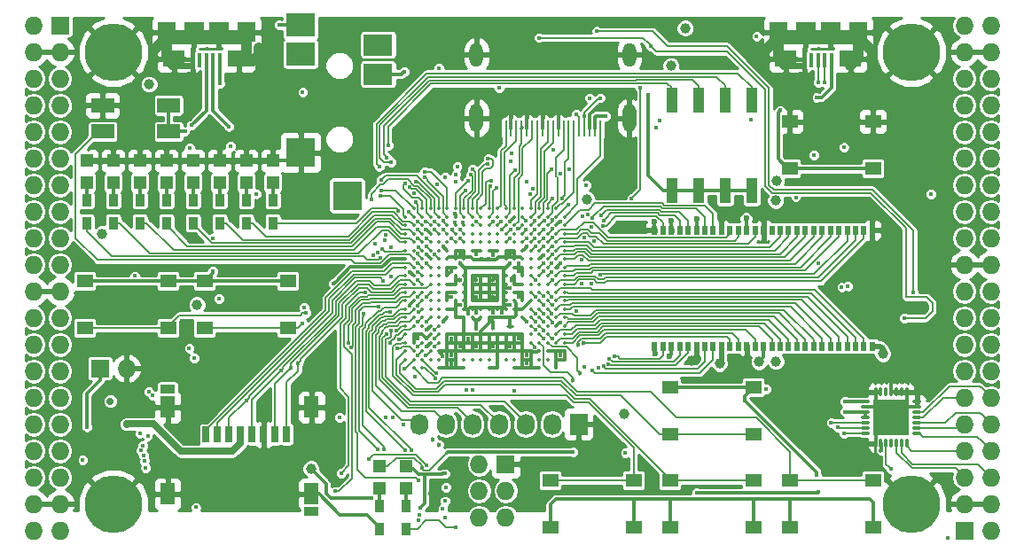
<source format=gtl>
G04 #@! TF.FileFunction,Copper,L1,Top,Signal*
%FSLAX46Y46*%
G04 Gerber Fmt 4.6, Leading zero omitted, Abs format (unit mm)*
G04 Created by KiCad (PCBNEW 4.0.7+dfsg1-1) date Fri Nov 10 03:01:21 2017*
%MOMM*%
%LPD*%
G01*
G04 APERTURE LIST*
%ADD10C,0.100000*%
%ADD11R,1.198880X1.198880*%
%ADD12R,0.560000X0.900000*%
%ADD13R,1.727200X1.727200*%
%ADD14O,1.727200X1.727200*%
%ADD15C,5.500000*%
%ADD16R,2.200000X1.400000*%
%ADD17R,0.900000X1.200000*%
%ADD18R,2.100000X1.600000*%
%ADD19R,1.900000X1.900000*%
%ADD20R,0.400000X1.350000*%
%ADD21R,1.800000X1.900000*%
%ADD22O,0.850000X0.300000*%
%ADD23O,0.300000X0.850000*%
%ADD24R,1.675000X1.675000*%
%ADD25R,1.727200X2.032000*%
%ADD26O,1.727200X2.032000*%
%ADD27R,2.800000X2.200000*%
%ADD28R,2.800000X2.800000*%
%ADD29R,2.800000X2.000000*%
%ADD30O,1.300000X2.700000*%
%ADD31O,1.300000X2.300000*%
%ADD32R,0.250000X1.600000*%
%ADD33R,1.550000X1.300000*%
%ADD34R,1.120000X2.440000*%
%ADD35C,0.350000*%
%ADD36R,0.700000X1.500000*%
%ADD37R,1.450000X0.900000*%
%ADD38R,1.450000X2.000000*%
%ADD39C,0.400000*%
%ADD40C,0.600000*%
%ADD41C,1.000000*%
%ADD42C,0.454000*%
%ADD43C,0.700000*%
%ADD44C,0.300000*%
%ADD45C,1.000000*%
%ADD46C,0.600000*%
%ADD47C,0.500000*%
%ADD48C,0.190000*%
%ADD49C,0.200000*%
%ADD50C,0.700000*%
%ADD51C,0.254000*%
G04 APERTURE END LIST*
D10*
D11*
X118230000Y-77709020D03*
X118230000Y-75610980D03*
X115690000Y-77709020D03*
X115690000Y-75610980D03*
X113150000Y-77709020D03*
X113150000Y-75610980D03*
X110610000Y-77709020D03*
X110610000Y-75610980D03*
X108070000Y-77709020D03*
X108070000Y-75610980D03*
X105530000Y-77709020D03*
X105530000Y-75610980D03*
X102990000Y-77709020D03*
X102990000Y-75610980D03*
X100450000Y-77709020D03*
X100450000Y-75610980D03*
D12*
X175480000Y-82270000D03*
X154680000Y-93330000D03*
X155480000Y-93330000D03*
X156280000Y-93330000D03*
X157080000Y-93330000D03*
X157880000Y-93330000D03*
X158680000Y-93330000D03*
X159480000Y-93330000D03*
X160280000Y-93330000D03*
X161080000Y-93330000D03*
X161880000Y-93330000D03*
X162680000Y-93330000D03*
X163480000Y-93330000D03*
X164280000Y-93330000D03*
X165080000Y-93330000D03*
X165880000Y-93330000D03*
X166680000Y-93330000D03*
X167480000Y-93330000D03*
X168280000Y-93330000D03*
X169080000Y-93330000D03*
X169880000Y-93330000D03*
X170680000Y-93330000D03*
X171480000Y-93330000D03*
X172280000Y-93330000D03*
X173080000Y-93330000D03*
X173880000Y-93330000D03*
X174680000Y-93330000D03*
X175480000Y-93330000D03*
X174680000Y-82270000D03*
X173880000Y-82270000D03*
X173080000Y-82270000D03*
X172280000Y-82270000D03*
X171480000Y-82270000D03*
X170680000Y-82270000D03*
X169880000Y-82270000D03*
X169080000Y-82270000D03*
X168280000Y-82270000D03*
X167480000Y-82270000D03*
X166680000Y-82270000D03*
X165880000Y-82270000D03*
X165080000Y-82270000D03*
X164280000Y-82270000D03*
X163480000Y-82270000D03*
X162680000Y-82270000D03*
X161880000Y-82270000D03*
X161080000Y-82270000D03*
X160280000Y-82270000D03*
X159480000Y-82270000D03*
X158680000Y-82270000D03*
X157880000Y-82270000D03*
X157080000Y-82270000D03*
X156280000Y-82270000D03*
X155480000Y-82270000D03*
X154680000Y-82270000D03*
D13*
X97910000Y-62690000D03*
D14*
X95370000Y-62690000D03*
X97910000Y-65230000D03*
X95370000Y-65230000D03*
X97910000Y-67770000D03*
X95370000Y-67770000D03*
X97910000Y-70310000D03*
X95370000Y-70310000D03*
X97910000Y-72850000D03*
X95370000Y-72850000D03*
X97910000Y-75390000D03*
X95370000Y-75390000D03*
X97910000Y-77930000D03*
X95370000Y-77930000D03*
X97910000Y-80470000D03*
X95370000Y-80470000D03*
X97910000Y-83010000D03*
X95370000Y-83010000D03*
X97910000Y-85550000D03*
X95370000Y-85550000D03*
X97910000Y-88090000D03*
X95370000Y-88090000D03*
X97910000Y-90630000D03*
X95370000Y-90630000D03*
X97910000Y-93170000D03*
X95370000Y-93170000D03*
X97910000Y-95710000D03*
X95370000Y-95710000D03*
X97910000Y-98250000D03*
X95370000Y-98250000D03*
X97910000Y-100790000D03*
X95370000Y-100790000D03*
X97910000Y-103330000D03*
X95370000Y-103330000D03*
X97910000Y-105870000D03*
X95370000Y-105870000D03*
X97910000Y-108410000D03*
X95370000Y-108410000D03*
X97910000Y-110950000D03*
X95370000Y-110950000D03*
D13*
X184270000Y-110950000D03*
D14*
X186810000Y-110950000D03*
X184270000Y-108410000D03*
X186810000Y-108410000D03*
X184270000Y-105870000D03*
X186810000Y-105870000D03*
X184270000Y-103330000D03*
X186810000Y-103330000D03*
X184270000Y-100790000D03*
X186810000Y-100790000D03*
X184270000Y-98250000D03*
X186810000Y-98250000D03*
X184270000Y-95710000D03*
X186810000Y-95710000D03*
X184270000Y-93170000D03*
X186810000Y-93170000D03*
X184270000Y-90630000D03*
X186810000Y-90630000D03*
X184270000Y-88090000D03*
X186810000Y-88090000D03*
X184270000Y-85550000D03*
X186810000Y-85550000D03*
X184270000Y-83010000D03*
X186810000Y-83010000D03*
X184270000Y-80470000D03*
X186810000Y-80470000D03*
X184270000Y-77930000D03*
X186810000Y-77930000D03*
X184270000Y-75390000D03*
X186810000Y-75390000D03*
X184270000Y-72850000D03*
X186810000Y-72850000D03*
X184270000Y-70310000D03*
X186810000Y-70310000D03*
X184270000Y-67770000D03*
X186810000Y-67770000D03*
X184270000Y-65230000D03*
X186810000Y-65230000D03*
X184270000Y-62690000D03*
X186810000Y-62690000D03*
D15*
X102990000Y-108410000D03*
X179190000Y-108410000D03*
X179190000Y-65230000D03*
X102990000Y-65230000D03*
D16*
X108274000Y-70330000D03*
X101974000Y-70330000D03*
X101974000Y-72830000D03*
X108274000Y-72830000D03*
D13*
X101720000Y-95456000D03*
D14*
X104260000Y-95456000D03*
D11*
X128390000Y-104820980D03*
X128390000Y-106919020D03*
X130930000Y-104820980D03*
X130930000Y-106919020D03*
D17*
X128390000Y-108580000D03*
X128390000Y-110780000D03*
X130930000Y-110780000D03*
X130930000Y-108580000D03*
D18*
X114980000Y-65875000D03*
X108780000Y-65875000D03*
D19*
X113080000Y-63325000D03*
X110680000Y-63325000D03*
D20*
X113180000Y-66000000D03*
X112530000Y-66000000D03*
X111880000Y-66000000D03*
X111230000Y-66000000D03*
X110580000Y-66000000D03*
D21*
X115680000Y-63325000D03*
X108080000Y-63325000D03*
D18*
X173400000Y-65875000D03*
X167200000Y-65875000D03*
D19*
X171500000Y-63325000D03*
X169100000Y-63325000D03*
D20*
X171600000Y-66000000D03*
X170950000Y-66000000D03*
X170300000Y-66000000D03*
X169650000Y-66000000D03*
X169000000Y-66000000D03*
D21*
X174100000Y-63325000D03*
X166500000Y-63325000D03*
D13*
X140455000Y-104600000D03*
D14*
X137915000Y-104600000D03*
X140455000Y-107140000D03*
X137915000Y-107140000D03*
X140455000Y-109680000D03*
X137915000Y-109680000D03*
D17*
X118230000Y-81570000D03*
X118230000Y-79370000D03*
X115690000Y-81570000D03*
X115690000Y-79370000D03*
X113150000Y-81570000D03*
X113150000Y-79370000D03*
X110610000Y-81570000D03*
X110610000Y-79370000D03*
X108070000Y-81570000D03*
X108070000Y-79370000D03*
X105530000Y-81570000D03*
X105530000Y-79370000D03*
X102990000Y-81570000D03*
X102990000Y-79370000D03*
X100450000Y-81570000D03*
X100450000Y-79370000D03*
D22*
X179735000Y-101655000D03*
X179735000Y-101155000D03*
X179735000Y-100655000D03*
X179735000Y-100155000D03*
X179735000Y-99655000D03*
X179735000Y-99155000D03*
X179735000Y-98655000D03*
D23*
X178785000Y-97705000D03*
X178285000Y-97705000D03*
X177785000Y-97705000D03*
X177285000Y-97705000D03*
X176785000Y-97705000D03*
X176285000Y-97705000D03*
X175785000Y-97705000D03*
D22*
X174835000Y-98655000D03*
X174835000Y-99155000D03*
X174835000Y-99655000D03*
X174835000Y-100155000D03*
X174835000Y-100655000D03*
X174835000Y-101155000D03*
X174835000Y-101655000D03*
D23*
X175785000Y-102605000D03*
X176285000Y-102605000D03*
X176785000Y-102605000D03*
X177285000Y-102605000D03*
X177785000Y-102605000D03*
X178285000Y-102605000D03*
X178785000Y-102605000D03*
D24*
X176447500Y-99317500D03*
X176447500Y-100992500D03*
X178122500Y-99317500D03*
X178122500Y-100992500D03*
D25*
X147440000Y-100790000D03*
D26*
X144900000Y-100790000D03*
X142360000Y-100790000D03*
X139820000Y-100790000D03*
X137280000Y-100790000D03*
X134740000Y-100790000D03*
X132200000Y-100790000D03*
D27*
X120880000Y-62640000D03*
X120880000Y-65440000D03*
D28*
X120880000Y-74840000D03*
X125330000Y-78940000D03*
D29*
X128280000Y-67340000D03*
X128280000Y-64540000D03*
D30*
X152280000Y-71550000D03*
X137680000Y-71550000D03*
D31*
X137680000Y-65500000D03*
D32*
X140480000Y-72500000D03*
X140980000Y-72500000D03*
X141480000Y-72500000D03*
X141980000Y-72500000D03*
X142480000Y-72500000D03*
X142980000Y-72500000D03*
X143480000Y-72500000D03*
X143980000Y-72500000D03*
X144480000Y-72500000D03*
X144980000Y-72500000D03*
X145480000Y-72500000D03*
X145980000Y-72500000D03*
X146480000Y-72500000D03*
X146980000Y-72500000D03*
X147480000Y-72500000D03*
X147980000Y-72500000D03*
X148480000Y-72500000D03*
X148980000Y-72500000D03*
X149480000Y-72500000D03*
D31*
X152280000Y-65500000D03*
D33*
X175550000Y-71870000D03*
X175550000Y-76370000D03*
X167590000Y-76370000D03*
X167590000Y-71870000D03*
X100280000Y-91610000D03*
X100280000Y-87110000D03*
X108240000Y-87110000D03*
X108240000Y-91610000D03*
X111710000Y-91610000D03*
X111710000Y-87110000D03*
X119670000Y-87110000D03*
X119670000Y-91610000D03*
X156160000Y-101770000D03*
X156160000Y-97270000D03*
X164120000Y-97270000D03*
X164120000Y-101770000D03*
X164120000Y-106160000D03*
X164120000Y-110660000D03*
X156160000Y-110660000D03*
X156160000Y-106160000D03*
X152690000Y-106160000D03*
X152690000Y-110660000D03*
X144730000Y-110660000D03*
X144730000Y-106160000D03*
X175550000Y-106160000D03*
X175550000Y-110660000D03*
X167590000Y-110660000D03*
X167590000Y-106160000D03*
D34*
X163950000Y-69815000D03*
X156330000Y-78425000D03*
X161410000Y-69815000D03*
X158870000Y-78425000D03*
X158870000Y-69815000D03*
X161410000Y-78425000D03*
X156330000Y-69815000D03*
X163950000Y-78425000D03*
D35*
X131680000Y-80200000D03*
X132480000Y-80200000D03*
X133280000Y-80200000D03*
X134080000Y-80200000D03*
X134880000Y-80200000D03*
X135680000Y-80200000D03*
X136480000Y-80200000D03*
X137280000Y-80200000D03*
X138080000Y-80200000D03*
X138880000Y-80200000D03*
X139680000Y-80200000D03*
X140480000Y-80200000D03*
X141280000Y-80200000D03*
X142080000Y-80200000D03*
X142880000Y-80200000D03*
X143680000Y-80200000D03*
X144480000Y-80200000D03*
X145280000Y-80200000D03*
X130880000Y-81000000D03*
X131680000Y-81000000D03*
X132480000Y-81000000D03*
X133280000Y-81000000D03*
X134080000Y-81000000D03*
X134880000Y-81000000D03*
X135680000Y-81000000D03*
X136480000Y-81000000D03*
X137280000Y-81000000D03*
X138080000Y-81000000D03*
X138880000Y-81000000D03*
X139680000Y-81000000D03*
X140480000Y-81000000D03*
X141280000Y-81000000D03*
X142080000Y-81000000D03*
X142880000Y-81000000D03*
X143680000Y-81000000D03*
X144480000Y-81000000D03*
X145280000Y-81000000D03*
X146080000Y-81000000D03*
X130880000Y-81800000D03*
X131680000Y-81800000D03*
X132480000Y-81800000D03*
X133280000Y-81800000D03*
X134080000Y-81800000D03*
X134880000Y-81800000D03*
X135680000Y-81800000D03*
X136480000Y-81800000D03*
X137280000Y-81800000D03*
X138080000Y-81800000D03*
X138880000Y-81800000D03*
X139680000Y-81800000D03*
X140480000Y-81800000D03*
X141280000Y-81800000D03*
X142080000Y-81800000D03*
X142880000Y-81800000D03*
X143680000Y-81800000D03*
X144480000Y-81800000D03*
X145280000Y-81800000D03*
X146080000Y-81800000D03*
X130880000Y-82600000D03*
X131680000Y-82600000D03*
X132480000Y-82600000D03*
X133280000Y-82600000D03*
X134080000Y-82600000D03*
X134880000Y-82600000D03*
X135680000Y-82600000D03*
X136480000Y-82600000D03*
X137280000Y-82600000D03*
X138080000Y-82600000D03*
X138880000Y-82600000D03*
X139680000Y-82600000D03*
X140480000Y-82600000D03*
X141280000Y-82600000D03*
X142080000Y-82600000D03*
X142880000Y-82600000D03*
X143680000Y-82600000D03*
X144480000Y-82600000D03*
X145280000Y-82600000D03*
X146080000Y-82600000D03*
X130880000Y-83400000D03*
X131680000Y-83400000D03*
X132480000Y-83400000D03*
X133280000Y-83400000D03*
X134080000Y-83400000D03*
X134880000Y-83400000D03*
X135680000Y-83400000D03*
X136480000Y-83400000D03*
X137280000Y-83400000D03*
X138080000Y-83400000D03*
X138880000Y-83400000D03*
X139680000Y-83400000D03*
X140480000Y-83400000D03*
X141280000Y-83400000D03*
X142080000Y-83400000D03*
X142880000Y-83400000D03*
X143680000Y-83400000D03*
X144480000Y-83400000D03*
X145280000Y-83400000D03*
X146080000Y-83400000D03*
X130880000Y-84200000D03*
X131680000Y-84200000D03*
X132480000Y-84200000D03*
X133280000Y-84200000D03*
X134080000Y-84200000D03*
X134880000Y-84200000D03*
X135680000Y-84200000D03*
X136480000Y-84200000D03*
X137280000Y-84200000D03*
X138080000Y-84200000D03*
X138880000Y-84200000D03*
X139680000Y-84200000D03*
X140480000Y-84200000D03*
X141280000Y-84200000D03*
X142080000Y-84200000D03*
X142880000Y-84200000D03*
X143680000Y-84200000D03*
X144480000Y-84200000D03*
X145280000Y-84200000D03*
X146080000Y-84200000D03*
X130880000Y-85000000D03*
X131680000Y-85000000D03*
X132480000Y-85000000D03*
X133280000Y-85000000D03*
X134080000Y-85000000D03*
X134880000Y-85000000D03*
X135680000Y-85000000D03*
X136480000Y-85000000D03*
X137280000Y-85000000D03*
X138080000Y-85000000D03*
X138880000Y-85000000D03*
X139680000Y-85000000D03*
X140480000Y-85000000D03*
X141280000Y-85000000D03*
X142080000Y-85000000D03*
X142880000Y-85000000D03*
X143680000Y-85000000D03*
X144480000Y-85000000D03*
X145280000Y-85000000D03*
X146080000Y-85000000D03*
X130880000Y-85800000D03*
X131680000Y-85800000D03*
X132480000Y-85800000D03*
X133280000Y-85800000D03*
X134080000Y-85800000D03*
X134880000Y-85800000D03*
X135680000Y-85800000D03*
X136480000Y-85800000D03*
X137280000Y-85800000D03*
X138080000Y-85800000D03*
X138880000Y-85800000D03*
X139680000Y-85800000D03*
X140480000Y-85800000D03*
X141280000Y-85800000D03*
X142080000Y-85800000D03*
X142880000Y-85800000D03*
X143680000Y-85800000D03*
X144480000Y-85800000D03*
X145280000Y-85800000D03*
X146080000Y-85800000D03*
X130880000Y-86600000D03*
X131680000Y-86600000D03*
X132480000Y-86600000D03*
X133280000Y-86600000D03*
X134080000Y-86600000D03*
X134880000Y-86600000D03*
X135680000Y-86600000D03*
X136480000Y-86600000D03*
X137280000Y-86600000D03*
X138080000Y-86600000D03*
X138880000Y-86600000D03*
X139680000Y-86600000D03*
X140480000Y-86600000D03*
X141280000Y-86600000D03*
X142080000Y-86600000D03*
X142880000Y-86600000D03*
X143680000Y-86600000D03*
X144480000Y-86600000D03*
X145280000Y-86600000D03*
X146080000Y-86600000D03*
X130880000Y-87400000D03*
X131680000Y-87400000D03*
X132480000Y-87400000D03*
X133280000Y-87400000D03*
X134080000Y-87400000D03*
X134880000Y-87400000D03*
X135680000Y-87400000D03*
X136480000Y-87400000D03*
X137280000Y-87400000D03*
X138080000Y-87400000D03*
X138880000Y-87400000D03*
X139680000Y-87400000D03*
X140480000Y-87400000D03*
X141280000Y-87400000D03*
X142080000Y-87400000D03*
X142880000Y-87400000D03*
X143680000Y-87400000D03*
X144480000Y-87400000D03*
X145280000Y-87400000D03*
X146080000Y-87400000D03*
X130880000Y-88200000D03*
X131680000Y-88200000D03*
X132480000Y-88200000D03*
X133280000Y-88200000D03*
X134080000Y-88200000D03*
X134880000Y-88200000D03*
X135680000Y-88200000D03*
X136480000Y-88200000D03*
X137280000Y-88200000D03*
X138080000Y-88200000D03*
X138880000Y-88200000D03*
X139680000Y-88200000D03*
X140480000Y-88200000D03*
X141280000Y-88200000D03*
X142080000Y-88200000D03*
X142880000Y-88200000D03*
X143680000Y-88200000D03*
X144480000Y-88200000D03*
X145280000Y-88200000D03*
X146080000Y-88200000D03*
X130880000Y-89000000D03*
X131680000Y-89000000D03*
X132480000Y-89000000D03*
X133280000Y-89000000D03*
X134080000Y-89000000D03*
X134880000Y-89000000D03*
X135680000Y-89000000D03*
X136480000Y-89000000D03*
X137280000Y-89000000D03*
X138080000Y-89000000D03*
X138880000Y-89000000D03*
X139680000Y-89000000D03*
X140480000Y-89000000D03*
X141280000Y-89000000D03*
X142080000Y-89000000D03*
X142880000Y-89000000D03*
X143680000Y-89000000D03*
X144480000Y-89000000D03*
X145280000Y-89000000D03*
X146080000Y-89000000D03*
X130880000Y-89800000D03*
X131680000Y-89800000D03*
X132480000Y-89800000D03*
X133280000Y-89800000D03*
X134080000Y-89800000D03*
X134880000Y-89800000D03*
X135680000Y-89800000D03*
X136480000Y-89800000D03*
X137280000Y-89800000D03*
X138080000Y-89800000D03*
X138880000Y-89800000D03*
X139680000Y-89800000D03*
X140480000Y-89800000D03*
X141280000Y-89800000D03*
X142080000Y-89800000D03*
X142880000Y-89800000D03*
X143680000Y-89800000D03*
X144480000Y-89800000D03*
X145280000Y-89800000D03*
X146080000Y-89800000D03*
X130880000Y-90600000D03*
X131680000Y-90600000D03*
X132480000Y-90600000D03*
X133280000Y-90600000D03*
X134080000Y-90600000D03*
X134880000Y-90600000D03*
X135680000Y-90600000D03*
X136480000Y-90600000D03*
X137280000Y-90600000D03*
X138080000Y-90600000D03*
X138880000Y-90600000D03*
X139680000Y-90600000D03*
X140480000Y-90600000D03*
X141280000Y-90600000D03*
X142080000Y-90600000D03*
X142880000Y-90600000D03*
X143680000Y-90600000D03*
X144480000Y-90600000D03*
X145280000Y-90600000D03*
X146080000Y-90600000D03*
X130880000Y-91400000D03*
X131680000Y-91400000D03*
X132480000Y-91400000D03*
X133280000Y-91400000D03*
X134080000Y-91400000D03*
X142880000Y-91400000D03*
X143680000Y-91400000D03*
X144480000Y-91400000D03*
X145280000Y-91400000D03*
X146080000Y-91400000D03*
X130880000Y-92200000D03*
X131680000Y-92200000D03*
X132480000Y-92200000D03*
X133280000Y-92200000D03*
X134080000Y-92200000D03*
X134880000Y-92200000D03*
X135680000Y-92200000D03*
X136480000Y-92200000D03*
X137280000Y-92200000D03*
X138080000Y-92200000D03*
X138880000Y-92200000D03*
X139680000Y-92200000D03*
X140480000Y-92200000D03*
X141280000Y-92200000D03*
X142080000Y-92200000D03*
X142880000Y-92200000D03*
X143680000Y-92200000D03*
X144480000Y-92200000D03*
X145280000Y-92200000D03*
X146080000Y-92200000D03*
X130880000Y-93000000D03*
X131680000Y-93000000D03*
X132480000Y-93000000D03*
X133280000Y-93000000D03*
X134080000Y-93000000D03*
X134880000Y-93000000D03*
X135680000Y-93000000D03*
X136480000Y-93000000D03*
X137280000Y-93000000D03*
X138080000Y-93000000D03*
X138880000Y-93000000D03*
X139680000Y-93000000D03*
X140480000Y-93000000D03*
X141280000Y-93000000D03*
X142080000Y-93000000D03*
X142880000Y-93000000D03*
X143680000Y-93000000D03*
X144480000Y-93000000D03*
X145280000Y-93000000D03*
X146080000Y-93000000D03*
X130880000Y-93800000D03*
X131680000Y-93800000D03*
X132480000Y-93800000D03*
X133280000Y-93800000D03*
X134080000Y-93800000D03*
X134880000Y-93800000D03*
X135680000Y-93800000D03*
X136480000Y-93800000D03*
X137280000Y-93800000D03*
X138080000Y-93800000D03*
X138880000Y-93800000D03*
X139680000Y-93800000D03*
X140480000Y-93800000D03*
X141280000Y-93800000D03*
X142080000Y-93800000D03*
X142880000Y-93800000D03*
X143680000Y-93800000D03*
X144480000Y-93800000D03*
X145280000Y-93800000D03*
X146080000Y-93800000D03*
X130880000Y-94600000D03*
X131680000Y-94600000D03*
X132480000Y-94600000D03*
X133280000Y-94600000D03*
X134080000Y-94600000D03*
X134880000Y-94600000D03*
X135680000Y-94600000D03*
X136480000Y-94600000D03*
X137280000Y-94600000D03*
X138080000Y-94600000D03*
X138880000Y-94600000D03*
X139680000Y-94600000D03*
X140480000Y-94600000D03*
X141280000Y-94600000D03*
X142080000Y-94600000D03*
X142880000Y-94600000D03*
X143680000Y-94600000D03*
X144480000Y-94600000D03*
X145280000Y-94600000D03*
X146080000Y-94600000D03*
X131680000Y-95400000D03*
X132480000Y-95400000D03*
X134080000Y-95400000D03*
X134880000Y-95400000D03*
X135680000Y-95400000D03*
X136480000Y-95400000D03*
X138880000Y-95400000D03*
X139680000Y-95400000D03*
X141280000Y-95400000D03*
X142080000Y-95400000D03*
X142880000Y-95400000D03*
X143680000Y-95400000D03*
X145280000Y-95400000D03*
D36*
X111855000Y-101765000D03*
X112955000Y-101765000D03*
X114055000Y-101765000D03*
X115155000Y-101765000D03*
X116255000Y-101765000D03*
X117355000Y-101765000D03*
X118455000Y-101765000D03*
X119555000Y-101765000D03*
D37*
X108180000Y-97465000D03*
X121930000Y-109115000D03*
D38*
X121930000Y-99165000D03*
X108180000Y-99165000D03*
X108180000Y-107465000D03*
X121930000Y-107465000D03*
D39*
X170309539Y-85441529D03*
X145698456Y-91073766D03*
D40*
X156262773Y-81349374D03*
X154657528Y-81463649D03*
D41*
X158233687Y-94760979D03*
D39*
X145672808Y-85396062D03*
X144103186Y-84622010D03*
X133216000Y-107465000D03*
X137680000Y-88600000D03*
X142480000Y-95000000D03*
X141680000Y-92600000D03*
X140836000Y-84534000D03*
X135284627Y-94985297D03*
X135288625Y-94225619D03*
X134455822Y-94267172D03*
X131280000Y-89450837D03*
X120770000Y-72215000D03*
X136095958Y-93369652D03*
D42*
X139264636Y-91615205D03*
D41*
X116880503Y-64802940D03*
X106974809Y-64953974D03*
X175210328Y-64948943D03*
X165417246Y-64954666D03*
D39*
X175495631Y-71457432D03*
X132880424Y-84561218D03*
X135567436Y-80702302D03*
X132810347Y-82177990D03*
X145680000Y-94177990D03*
X177285000Y-95710000D03*
D41*
X177229911Y-82281349D03*
D40*
X164741832Y-81130572D03*
X161067993Y-81216119D03*
D41*
X162992748Y-94820185D03*
D39*
X131254529Y-86251357D03*
X140880000Y-81400000D03*
X136085174Y-89394826D03*
X145680000Y-81400000D03*
X140874194Y-91433353D03*
X142480000Y-94200000D03*
X140880000Y-93400000D03*
X139280000Y-93400000D03*
X137680000Y-93400000D03*
X136880000Y-92600000D03*
X135280000Y-92600000D03*
X132880000Y-91800000D03*
X132880000Y-93400000D03*
D42*
X141042859Y-86994997D03*
X139280000Y-87000000D03*
X136110990Y-86995403D03*
X137680000Y-87000000D03*
X136080000Y-84600000D03*
X139280000Y-88600000D03*
D39*
X172564535Y-87722010D03*
D41*
X121861867Y-105030174D03*
D39*
X150030853Y-71331848D03*
X127656639Y-107816792D03*
D41*
X156235582Y-66548363D03*
X166321614Y-77572282D03*
X166248957Y-79408030D03*
X101932065Y-82585048D03*
X106417803Y-68312483D03*
X166280000Y-94800000D03*
X157600000Y-62944000D03*
X160884708Y-94994498D03*
D40*
X156077107Y-94326957D03*
X154726292Y-94009946D03*
D39*
X173137949Y-87594275D03*
D41*
X148202454Y-79278787D03*
D43*
X102710050Y-98594954D03*
D39*
X110855283Y-108726380D03*
X148160764Y-77980787D03*
X154794000Y-72426000D03*
X129005202Y-100174798D03*
X137659051Y-91638034D03*
X139820000Y-68665673D03*
X172834633Y-99599920D03*
X172879922Y-98618650D03*
X176305593Y-103279812D03*
X165349214Y-97422919D03*
X164433885Y-63737451D03*
X134079160Y-66786153D03*
X109828000Y-72830000D03*
X116654336Y-78777990D03*
D41*
X176474303Y-94069095D03*
D40*
X163422030Y-81120665D03*
X158680000Y-81210838D03*
D39*
X112515000Y-83010000D03*
X181065000Y-78785000D03*
X100080000Y-104200000D03*
X113080000Y-88800000D03*
D41*
X164653770Y-94825547D03*
D39*
X135273306Y-88618602D03*
X139272517Y-84611349D03*
X137680556Y-84534085D03*
X141680000Y-86200000D03*
X135280000Y-86200000D03*
X132880000Y-92600000D03*
X132080000Y-92600000D03*
X141680000Y-88600000D03*
X141680000Y-85400000D03*
D41*
X151758000Y-99774000D03*
D39*
X136885174Y-90194826D03*
X140094890Y-90122990D03*
X139280000Y-90122990D03*
X140880000Y-89400000D03*
X137680000Y-90172990D03*
X140880000Y-87800000D03*
X140880000Y-85400000D03*
D42*
X136080000Y-85400000D03*
D39*
X130022680Y-91834237D03*
X121369010Y-90164222D03*
X130279644Y-92674772D03*
X121041200Y-91125073D03*
D41*
X110991000Y-89360000D03*
D39*
X142480000Y-91000000D03*
X142480000Y-83800000D03*
X134480000Y-83800000D03*
X134480000Y-91000000D03*
X121086654Y-69078528D03*
X105037711Y-86632990D03*
X155149360Y-71764535D03*
X170182962Y-69571012D03*
X170362901Y-107286196D03*
X158716651Y-107325176D03*
X137295592Y-97538017D03*
X134750646Y-106810513D03*
X133680000Y-91800000D03*
D42*
X134074414Y-102752225D03*
D39*
X136740903Y-97514503D03*
X134675868Y-108131585D03*
D42*
X133449289Y-102232615D03*
D39*
X133680000Y-92600000D03*
X133685482Y-93402296D03*
X127358154Y-104128048D03*
X132936956Y-104698915D03*
X134463998Y-108841973D03*
X130692380Y-100790000D03*
X131808905Y-96227367D03*
X134636872Y-109719950D03*
X132846234Y-94197073D03*
X118858690Y-62658970D03*
X130761990Y-67119621D03*
X147186000Y-71200000D03*
X148477832Y-69619684D03*
X147983153Y-71347080D03*
X149475951Y-69619684D03*
X178558190Y-90656032D03*
X154329326Y-64643767D03*
X152497066Y-79193467D03*
X146481406Y-79819384D03*
X153322343Y-68673419D03*
X143650666Y-63862520D03*
X179375977Y-88226957D03*
X149183754Y-63257114D03*
X140035989Y-81400000D03*
X115729998Y-98493136D03*
X128776655Y-87110882D03*
X132077895Y-86272150D03*
X119008515Y-95662939D03*
D42*
X119978162Y-95412951D03*
X120634035Y-94977604D03*
D39*
X113212238Y-68244401D03*
X144962492Y-79235378D03*
X145834002Y-79198109D03*
X131453853Y-103260518D03*
X149771692Y-81825658D03*
X144080000Y-86200000D03*
X149520824Y-86534121D03*
X144894316Y-86977564D03*
X149549750Y-80868432D03*
X144917291Y-83835368D03*
D42*
X147355672Y-93219294D03*
D39*
X144113248Y-92588762D03*
X144875155Y-86218896D03*
X149846468Y-81303978D03*
X148719886Y-81056015D03*
X144916886Y-82991358D03*
D42*
X147915304Y-93063131D03*
D39*
X144882352Y-92577990D03*
X148747982Y-95669626D03*
X144891634Y-91073766D03*
X149795895Y-95251084D03*
X144867244Y-90229755D03*
X150278898Y-95040253D03*
X144892596Y-89385743D03*
X150345974Y-94517527D03*
X144877648Y-88622010D03*
X150889207Y-94332565D03*
X143280000Y-87000000D03*
X130807074Y-95454141D03*
X130141886Y-93532031D03*
X132080000Y-93400000D03*
X129438090Y-93014450D03*
X133852393Y-95875797D03*
X141280000Y-97600000D03*
X133762848Y-96395146D03*
X132080000Y-94200000D03*
X105895603Y-103765816D03*
X128669601Y-84020243D03*
X132080000Y-89450837D03*
X130839486Y-103260518D03*
X129459184Y-90039192D03*
X128806823Y-103185900D03*
X132162861Y-106185868D03*
X128321313Y-89539949D03*
X132880000Y-88600000D03*
X127040053Y-88166906D03*
X124741825Y-105494691D03*
X132080000Y-87000000D03*
X125740979Y-93452427D03*
X124202418Y-107207639D03*
X110313517Y-74380698D03*
X132146108Y-109940263D03*
X114166000Y-74247000D03*
X132189000Y-109415000D03*
X135694981Y-77648547D03*
X135567436Y-81489225D03*
X134702010Y-77200000D03*
X134471354Y-81347908D03*
X132761172Y-77202673D03*
X132737245Y-76676207D03*
X128545566Y-77476577D03*
X127643658Y-79355564D03*
X110718734Y-94451783D03*
X128515897Y-78994176D03*
X110249038Y-93533767D03*
X128569727Y-78469921D03*
X131253134Y-78134216D03*
X106368514Y-97662752D03*
X106741168Y-98035405D03*
X131709326Y-78745875D03*
X132783332Y-81399993D03*
X105572759Y-101661319D03*
X129016746Y-82660638D03*
X132084821Y-83022010D03*
X106281049Y-101893466D03*
X128948848Y-83183258D03*
X132886504Y-83777990D03*
X105813763Y-102819336D03*
X129513931Y-83860979D03*
X132117443Y-83866021D03*
X105627254Y-103312241D03*
X127966259Y-83515785D03*
X132079996Y-84503337D03*
X105992720Y-104283802D03*
X128261987Y-84383463D03*
X133671942Y-84595200D03*
X106088753Y-104974041D03*
X127824162Y-84676807D03*
X132875802Y-85428138D03*
D42*
X146862501Y-96617499D03*
X147534467Y-95913260D03*
D39*
X147927932Y-95329243D03*
X143280000Y-91000000D03*
X149284391Y-95377990D03*
X144077013Y-90266968D03*
X147207648Y-89973043D03*
X144076240Y-89395301D03*
X143281824Y-90201951D03*
X144102010Y-85397219D03*
X147687522Y-85093328D03*
X144868096Y-85371354D03*
X148610669Y-81900026D03*
X144102010Y-83000000D03*
X144888125Y-82147347D03*
X147695541Y-87377990D03*
X144082832Y-88584510D03*
X148688598Y-87378077D03*
X143278026Y-88595030D03*
X148298275Y-80739810D03*
X144102010Y-82185600D03*
X147802234Y-80917812D03*
X144880004Y-81303335D03*
X139280000Y-81400000D03*
X139578623Y-78205862D03*
X138968064Y-78040948D03*
X139046556Y-77517650D03*
X138775679Y-75942989D03*
X138779198Y-75400762D03*
X137680000Y-81400000D03*
X137308732Y-76415018D03*
X137106948Y-76979922D03*
X136856003Y-77562978D03*
X136634118Y-78451672D03*
X135830698Y-76200613D03*
X136411444Y-81497309D03*
X148878722Y-83261032D03*
X144915665Y-84598743D03*
X148001372Y-82958777D03*
X144103186Y-83777990D03*
X142841210Y-78784254D03*
X142473549Y-82998913D03*
X143057990Y-78303891D03*
X142396423Y-82191394D03*
X145713979Y-76895375D03*
X144146021Y-81374784D03*
X144860423Y-76406173D03*
X146557990Y-76430564D03*
X143257990Y-82207154D03*
X143257990Y-81379632D03*
X145017056Y-74611129D03*
X141657990Y-82130345D03*
X142413979Y-81382236D03*
X140080000Y-82200000D03*
X141342967Y-76554996D03*
X141046643Y-74873804D03*
X140864029Y-83041403D03*
X140980062Y-75681941D03*
X140924011Y-82179283D03*
X129542604Y-86703515D03*
X132880000Y-83022010D03*
X132080000Y-82177990D03*
X132080000Y-81400000D03*
X131847310Y-79589886D03*
X130856828Y-77786820D03*
X131923295Y-77584853D03*
X133654358Y-82177990D03*
X133627343Y-81396408D03*
X129493635Y-91853281D03*
X132880000Y-91000000D03*
X129092715Y-92195341D03*
X132077648Y-90977990D03*
X130196821Y-80377733D03*
X131180000Y-80500000D03*
X128489708Y-84867377D03*
X132079620Y-85428138D03*
X163908850Y-71651861D03*
X134501414Y-82177578D03*
X133922194Y-77854836D03*
X135656559Y-110610712D03*
X132448438Y-104994496D03*
X146844288Y-103452739D03*
X134707351Y-105508447D03*
X132280000Y-108800000D03*
D43*
X104260000Y-100790000D03*
D39*
X112515000Y-86185000D03*
X169506589Y-107953726D03*
X163277422Y-98501717D03*
X170157734Y-105666345D03*
X169895346Y-75092988D03*
X143257990Y-83000000D03*
X168166438Y-79108038D03*
X151896383Y-103510715D03*
X114039000Y-72342000D03*
X110483000Y-72215000D03*
X143269694Y-93414905D03*
X177274002Y-105079115D03*
X172761273Y-101651681D03*
X143280000Y-91800000D03*
X172193360Y-101105663D03*
X144064831Y-91877646D03*
X171540304Y-100645743D03*
X144080000Y-91000000D03*
X154044000Y-69294000D03*
X128386755Y-76157168D03*
X135280000Y-83022010D03*
X129493343Y-75737814D03*
X136080000Y-83000000D03*
X129125079Y-75315804D03*
X135345425Y-82176814D03*
X135725421Y-76909376D03*
X129252218Y-74142461D03*
X136080000Y-82200000D03*
X172746637Y-74347988D03*
X143280000Y-83800000D03*
X142480000Y-77600000D03*
X170300000Y-68151000D03*
X170950000Y-68125562D03*
X125423968Y-92992129D03*
X121206217Y-89662983D03*
X132156079Y-90030946D03*
X182675150Y-111637626D03*
X124027706Y-87347706D03*
X124027707Y-87347707D03*
X166678914Y-70803555D03*
X129660000Y-100155000D03*
X124580000Y-100155000D03*
X126880000Y-90200000D03*
X128280000Y-103200000D03*
X132080000Y-88600000D03*
X100450000Y-101044000D03*
D44*
X145280000Y-91400000D02*
X145606234Y-91073766D01*
X145606234Y-91073766D02*
X145698456Y-91073766D01*
X156280000Y-82270000D02*
X156280000Y-81366601D01*
X156280000Y-81366601D02*
X156262773Y-81349374D01*
X154680000Y-81486121D02*
X154657528Y-81463649D01*
X154680000Y-82270000D02*
X154680000Y-81486121D01*
X158680000Y-93330000D02*
X158680000Y-94314666D01*
X158680000Y-94314666D02*
X158233687Y-94760979D01*
X145672808Y-85407192D02*
X145672808Y-85396062D01*
X145280000Y-85800000D02*
X145672808Y-85407192D01*
X143680000Y-85000000D02*
X144057990Y-84622010D01*
X144057990Y-84622010D02*
X144103186Y-84622010D01*
X148480000Y-71200000D02*
X149230000Y-70450000D01*
X148480000Y-72500000D02*
X148480000Y-71200000D01*
X145480000Y-72500000D02*
X145480000Y-71200000D01*
X143980000Y-72500000D02*
X143980000Y-71200000D01*
X142480000Y-72500000D02*
X142480000Y-71450000D01*
X142480000Y-71200000D02*
X142480000Y-71450000D01*
X140980000Y-72500000D02*
X140980000Y-71200000D01*
X121930000Y-107465000D02*
X122619000Y-107465000D01*
X122619000Y-107465000D02*
X124580000Y-109426000D01*
X124580000Y-109426000D02*
X127186000Y-109426000D01*
X127186000Y-109426000D02*
X128390000Y-110630000D01*
X128390000Y-110630000D02*
X128390000Y-110780000D01*
X137280000Y-89000000D02*
X137680000Y-88600000D01*
X142480000Y-94600000D02*
X142880000Y-94600000D01*
X142080000Y-94600000D02*
X142480000Y-94600000D01*
X142480000Y-94600000D02*
X142480000Y-95000000D01*
X141680000Y-92200000D02*
X142080000Y-92200000D01*
X141280000Y-92200000D02*
X141680000Y-92200000D01*
X141680000Y-92200000D02*
X141680000Y-92600000D01*
X141280000Y-84200000D02*
X141170000Y-84200000D01*
X141170000Y-84200000D02*
X140836000Y-84534000D01*
X135284627Y-95395373D02*
X135284627Y-95268139D01*
X135280000Y-95400000D02*
X135284627Y-95395373D01*
X135284627Y-95268139D02*
X135284627Y-94985297D01*
X135288625Y-93942777D02*
X135288625Y-94225619D01*
X135288625Y-93808625D02*
X135288625Y-93942777D01*
X135280000Y-93800000D02*
X135288625Y-93808625D01*
X134455822Y-94175822D02*
X134455822Y-94267172D01*
X134080000Y-93800000D02*
X134455822Y-94175822D01*
X145280000Y-94600000D02*
X145280000Y-95400000D01*
X143498655Y-93891906D02*
X143590561Y-93800000D01*
X143040733Y-93891906D02*
X143498655Y-93891906D01*
X142880000Y-93800000D02*
X142948827Y-93800000D01*
X142948827Y-93800000D02*
X143040733Y-93891906D01*
X143590561Y-93800000D02*
X143680000Y-93800000D01*
X145280000Y-93800000D02*
X144480000Y-93800000D01*
X146080000Y-94600000D02*
X146080000Y-93800000D01*
X145280000Y-94600000D02*
X146080000Y-94600000D01*
X142080000Y-95400000D02*
X142080000Y-94600000D01*
X142880000Y-95400000D02*
X142880000Y-94600000D01*
X142880000Y-95400000D02*
X143680000Y-95400000D01*
X142080000Y-95400000D02*
X142880000Y-95400000D01*
X141280000Y-95400000D02*
X142080000Y-95400000D01*
X142080000Y-93000000D02*
X142080000Y-93800000D01*
X138880000Y-92200000D02*
X138880000Y-93000000D01*
X139680000Y-92200000D02*
X139680000Y-93000000D01*
X140480000Y-93000000D02*
X140480000Y-92200000D01*
X141280000Y-93000000D02*
X141280000Y-92200000D01*
X142080000Y-93000000D02*
X141280000Y-93000000D01*
X142080000Y-92200000D02*
X142080000Y-93000000D01*
X140480000Y-92200000D02*
X141280000Y-92200000D01*
X139680000Y-92200000D02*
X140480000Y-92200000D01*
X138880000Y-92200000D02*
X139680000Y-92200000D01*
X138080000Y-92200000D02*
X138880000Y-92200000D01*
X131280000Y-89400000D02*
X131280000Y-89450837D01*
X131680000Y-89000000D02*
X131280000Y-89400000D01*
X120880000Y-74840000D02*
X120880000Y-73140000D01*
X120880000Y-73140000D02*
X120770000Y-73030000D01*
X120770000Y-73030000D02*
X120770000Y-72215000D01*
X136095958Y-93086810D02*
X136095958Y-93369652D01*
X136080000Y-93000000D02*
X136095958Y-93015958D01*
X136095958Y-93015958D02*
X136095958Y-93086810D01*
X139264636Y-91294179D02*
X139264636Y-91615205D01*
X139264636Y-90984636D02*
X139264636Y-91294179D01*
X138880000Y-90600000D02*
X139264636Y-90984636D01*
D45*
X116880503Y-65510046D02*
X116880503Y-64802940D01*
X116265561Y-66124988D02*
X116880503Y-65510046D01*
X115680000Y-65910000D02*
X115894988Y-66124988D01*
X115680000Y-63960000D02*
X115680000Y-65910000D01*
X115894988Y-66124988D02*
X116265561Y-66124988D01*
X107474808Y-64453975D02*
X106974809Y-64953974D01*
X107968783Y-63960000D02*
X107474808Y-64453975D01*
X108080000Y-63960000D02*
X107968783Y-63960000D01*
X174710329Y-64448944D02*
X175210328Y-64948943D01*
X174100000Y-63960000D02*
X174221385Y-63960000D01*
X174221385Y-63960000D02*
X174710329Y-64448944D01*
X165917245Y-64454667D02*
X165417246Y-64954666D01*
X166411912Y-63960000D02*
X165917245Y-64454667D01*
X166500000Y-63960000D02*
X166411912Y-63960000D01*
D44*
X175495631Y-71740274D02*
X175495631Y-71457432D01*
X175495631Y-72230631D02*
X175495631Y-71740274D01*
X175535000Y-72270000D02*
X175495631Y-72230631D01*
D46*
X108780000Y-66510000D02*
X110455000Y-66510000D01*
D44*
X110455000Y-66510000D02*
X110580000Y-66635000D01*
D45*
X108080000Y-63960000D02*
X108080000Y-65810000D01*
X108080000Y-65810000D02*
X108780000Y-66510000D01*
X115680000Y-63960000D02*
X115680000Y-65810000D01*
D44*
X115680000Y-65810000D02*
X114980000Y-66510000D01*
D45*
X113080000Y-63960000D02*
X115680000Y-63960000D01*
X110680000Y-63960000D02*
X113080000Y-63960000D01*
X108080000Y-63960000D02*
X110680000Y-63960000D01*
D46*
X167200000Y-66510000D02*
X168875000Y-66510000D01*
D44*
X168875000Y-66510000D02*
X169000000Y-66635000D01*
D45*
X174100000Y-63960000D02*
X174100000Y-65810000D01*
X174100000Y-65810000D02*
X173400000Y-66510000D01*
X166500000Y-63960000D02*
X166500000Y-65810000D01*
X166500000Y-65810000D02*
X167200000Y-66510000D01*
X171500000Y-63960000D02*
X174100000Y-63960000D01*
X169100000Y-63960000D02*
X171500000Y-63960000D01*
X166500000Y-63960000D02*
X169100000Y-63960000D01*
D44*
X132880424Y-84600424D02*
X132880424Y-84561218D01*
X133280000Y-85000000D02*
X132880424Y-84600424D01*
X135680000Y-80752513D02*
X135629789Y-80702302D01*
X135629789Y-80702302D02*
X135567436Y-80702302D01*
X135680000Y-81000000D02*
X135680000Y-80752513D01*
X132857990Y-82177990D02*
X132810347Y-82177990D01*
X133280000Y-82600000D02*
X132857990Y-82177990D01*
X145680000Y-93800000D02*
X145680000Y-94177990D01*
X178785000Y-97705000D02*
X178785000Y-98655000D01*
X178785000Y-98655000D02*
X178122500Y-99317500D01*
X176285000Y-97705000D02*
X175785000Y-97705000D01*
X175785000Y-102605000D02*
X175785000Y-101655000D01*
X175785000Y-101655000D02*
X176447500Y-100992500D01*
X178122500Y-99317500D02*
X178122500Y-100992500D01*
X176447500Y-99317500D02*
X178122500Y-99317500D01*
X176447500Y-100992500D02*
X178122500Y-100992500D01*
X177285000Y-97705000D02*
X177285000Y-95710000D01*
X178122500Y-99317500D02*
X178285000Y-99155000D01*
X178285000Y-99155000D02*
X179735000Y-99155000D01*
X179735000Y-98655000D02*
X179735000Y-99155000D01*
X177785000Y-97705000D02*
X177920000Y-97705000D01*
X177920000Y-97705000D02*
X178285000Y-97705000D01*
X178285000Y-97705000D02*
X178785000Y-97705000D01*
X177285000Y-97705000D02*
X177785000Y-97705000D01*
X175785000Y-97705000D02*
X175785000Y-98655000D01*
X175785000Y-98655000D02*
X176447500Y-99317500D01*
X174835000Y-99155000D02*
X176285000Y-99155000D01*
X176285000Y-99155000D02*
X176447500Y-99317500D01*
X177241260Y-82270000D02*
X177229911Y-82281349D01*
X164941831Y-81330571D02*
X164741832Y-81130572D01*
X165080000Y-81468740D02*
X164941831Y-81330571D01*
X165080000Y-82270000D02*
X165080000Y-81468740D01*
X118230000Y-75610980D02*
X120109020Y-75610980D01*
X120109020Y-75610980D02*
X120880000Y-74840000D01*
X161080000Y-81228126D02*
X161067993Y-81216119D01*
X161080000Y-82270000D02*
X161080000Y-81228126D01*
D47*
X175480000Y-82270000D02*
X177241260Y-82270000D01*
D44*
X163192747Y-94620186D02*
X162992748Y-94820185D01*
X163480000Y-94332933D02*
X163192747Y-94620186D01*
X163480000Y-93330000D02*
X163480000Y-94332933D01*
X131331357Y-86251357D02*
X131254529Y-86251357D01*
X131680000Y-86600000D02*
X131331357Y-86251357D01*
X141280000Y-81000000D02*
X140880000Y-81400000D01*
X135685174Y-89394826D02*
X135802332Y-89394826D01*
X135680000Y-89400000D02*
X135685174Y-89394826D01*
X135802332Y-89394826D02*
X136085174Y-89394826D01*
X135054999Y-84825001D02*
X137080000Y-84825001D01*
X137280000Y-85000000D02*
X137105001Y-84825001D01*
X137105001Y-84825001D02*
X137080000Y-84825001D01*
X138280000Y-85088351D02*
X137368351Y-85088351D01*
X137368351Y-85088351D02*
X137280000Y-85000000D01*
X139680000Y-86600000D02*
X139280000Y-87000000D01*
X139680000Y-88200000D02*
X139680000Y-89000000D01*
X139680000Y-87400000D02*
X139680000Y-88200000D01*
X139680000Y-86600000D02*
X139680000Y-87400000D01*
X137280000Y-88200000D02*
X137280000Y-89000000D01*
X137280000Y-87400000D02*
X137280000Y-88200000D01*
X137280000Y-86600000D02*
X137280000Y-87400000D01*
X138880000Y-87400000D02*
X138880000Y-88200000D01*
X138880000Y-86600000D02*
X138880000Y-87400000D01*
X138080000Y-87400000D02*
X138080000Y-86600000D01*
X138080000Y-88200000D02*
X138080000Y-87400000D01*
X138080000Y-89000000D02*
X138080000Y-88200000D01*
X138080000Y-88200000D02*
X138880000Y-88200000D01*
X138080000Y-87400000D02*
X138880000Y-87400000D01*
X137280000Y-87400000D02*
X138080000Y-87400000D01*
X145454999Y-81625001D02*
X145680000Y-81400000D01*
X145280000Y-81800000D02*
X145454999Y-81625001D01*
X141480000Y-89800000D02*
X141480000Y-89200000D01*
X141480000Y-89200000D02*
X141280000Y-89000000D01*
X141280000Y-89800000D02*
X141480000Y-89800000D01*
X141480000Y-89800000D02*
X142080000Y-89800000D01*
X141454999Y-90425001D02*
X141454999Y-89825001D01*
X141454999Y-89825001D02*
X141480000Y-89800000D01*
X140874194Y-90605806D02*
X140874194Y-91150511D01*
X140880000Y-90600000D02*
X140874194Y-90605806D01*
X140874194Y-91150511D02*
X140874194Y-91433353D01*
X140480000Y-90600000D02*
X140880000Y-90600000D01*
X140880000Y-90600000D02*
X141280000Y-90600000D01*
X139680000Y-90600000D02*
X140480000Y-90600000D01*
X138880000Y-90600000D02*
X139680000Y-90600000D01*
X141280000Y-85000000D02*
X141280000Y-84800000D01*
X141280000Y-84200000D02*
X141280000Y-85000000D01*
X140480000Y-84200000D02*
X141280000Y-84200000D01*
X141280000Y-84800000D02*
X141280000Y-84200000D01*
X141905001Y-84825001D02*
X141305001Y-84825001D01*
X141305001Y-84825001D02*
X141280000Y-84800000D01*
X140480000Y-85000000D02*
X140480000Y-84200000D01*
X139680000Y-85000000D02*
X139680000Y-84898347D01*
X139680000Y-84898347D02*
X139753346Y-84825001D01*
X138280000Y-85088351D02*
X138680000Y-85088351D01*
X138280000Y-85088351D02*
X139489996Y-85088351D01*
X138080000Y-85000000D02*
X138191649Y-85000000D01*
X138191649Y-85000000D02*
X138280000Y-85088351D01*
X138880000Y-85000000D02*
X138768351Y-85000000D01*
X138768351Y-85000000D02*
X138680000Y-85088351D01*
X135680000Y-84200000D02*
X135680000Y-84800000D01*
X135680000Y-84800000D02*
X135680000Y-85000000D01*
X135054999Y-84825001D02*
X135654999Y-84825001D01*
X135654999Y-84825001D02*
X135680000Y-84800000D01*
X136480000Y-85000000D02*
X136480000Y-84200000D01*
X134880000Y-85000000D02*
X135054999Y-84825001D01*
X138880000Y-87400000D02*
X139680000Y-87400000D01*
X138880000Y-88200000D02*
X138880000Y-89000000D01*
X138880000Y-88200000D02*
X139680000Y-88200000D01*
X137280000Y-88200000D02*
X138080000Y-88200000D01*
X141280000Y-90600000D02*
X141454999Y-90425001D01*
D47*
X115690000Y-75610980D02*
X118230000Y-75610980D01*
X113150000Y-75610980D02*
X115690000Y-75610980D01*
X110610000Y-75610980D02*
X113150000Y-75610980D01*
X108070000Y-75610980D02*
X110610000Y-75610980D01*
X105530000Y-75610980D02*
X108070000Y-75610980D01*
X102990000Y-75610980D02*
X105530000Y-75610980D01*
X100450000Y-75610980D02*
X102990000Y-75610980D01*
D44*
X142080000Y-89800000D02*
X142880000Y-89000000D01*
X145680000Y-93800000D02*
X145280000Y-93800000D01*
X146080000Y-93800000D02*
X145680000Y-93800000D01*
X135680000Y-89400000D02*
X135680000Y-89800000D01*
X135680000Y-89000000D02*
X135680000Y-89400000D01*
X135280000Y-95400000D02*
X135680000Y-95400000D01*
X134880000Y-95400000D02*
X135280000Y-95400000D01*
X135280000Y-93800000D02*
X135680000Y-93800000D01*
X134880000Y-93800000D02*
X135280000Y-93800000D01*
X142480000Y-93800000D02*
X142080000Y-93800000D01*
X142880000Y-93800000D02*
X142480000Y-93800000D01*
X142480000Y-93800000D02*
X142480000Y-94200000D01*
X140880000Y-93000000D02*
X141280000Y-93000000D01*
X140480000Y-93000000D02*
X140880000Y-93000000D01*
X140880000Y-93000000D02*
X140880000Y-93400000D01*
X139280000Y-93000000D02*
X138880000Y-93000000D01*
X139680000Y-93000000D02*
X139280000Y-93000000D01*
X139280000Y-93000000D02*
X139280000Y-93400000D01*
X137680000Y-93000000D02*
X137280000Y-93000000D01*
X137680000Y-93000000D02*
X137680000Y-93400000D01*
X138080000Y-93000000D02*
X137680000Y-93000000D01*
X136080000Y-93000000D02*
X135680000Y-93000000D01*
X136480000Y-93000000D02*
X136080000Y-93000000D01*
X136880000Y-93000000D02*
X136480000Y-93000000D01*
X137280000Y-93000000D02*
X136880000Y-93000000D01*
X136880000Y-93000000D02*
X136880000Y-92600000D01*
X135280000Y-93000000D02*
X135680000Y-93000000D01*
X134880000Y-93000000D02*
X135280000Y-93000000D01*
X135280000Y-93000000D02*
X135280000Y-92600000D01*
X133280000Y-91400000D02*
X132880000Y-91800000D01*
X133280000Y-93000000D02*
X132880000Y-93400000D01*
X139753346Y-84825001D02*
X141905001Y-84825001D01*
X139489996Y-85088351D02*
X139753346Y-84825001D01*
X141905001Y-84825001D02*
X142080000Y-85000000D01*
X141042859Y-86837141D02*
X141042859Y-86994997D01*
X141280000Y-86600000D02*
X141042859Y-86837141D01*
X135684597Y-86995403D02*
X135789964Y-86995403D01*
X135680000Y-87000000D02*
X135684597Y-86995403D01*
X135789964Y-86995403D02*
X136110990Y-86995403D01*
X135680000Y-87000000D02*
X135680000Y-86600000D01*
X135680000Y-87400000D02*
X135680000Y-87000000D01*
X138880000Y-90600000D02*
X138880000Y-91091880D01*
X138880000Y-91091880D02*
X138080000Y-91891880D01*
X138080000Y-91891880D02*
X138080000Y-92200000D01*
X136480000Y-90600000D02*
X136480000Y-92200000D01*
X139680000Y-89000000D02*
X139280000Y-88600000D01*
X137280000Y-86600000D02*
X137680000Y-87000000D01*
X136480000Y-84200000D02*
X136080000Y-84600000D01*
X141280000Y-86600000D02*
X141280000Y-87400000D01*
X142080000Y-87400000D02*
X141280000Y-87400000D01*
X135680000Y-84200000D02*
X136480000Y-84200000D01*
X134880000Y-87400000D02*
X135680000Y-87400000D01*
X138880000Y-86600000D02*
X139680000Y-86600000D01*
X138080000Y-86600000D02*
X138880000Y-86600000D01*
X137280000Y-86600000D02*
X138080000Y-86600000D01*
X138880000Y-89000000D02*
X139680000Y-89000000D01*
X138080000Y-89000000D02*
X138880000Y-89000000D01*
X137280000Y-89000000D02*
X138080000Y-89000000D01*
X135680000Y-89800000D02*
X134880000Y-89800000D01*
X135680000Y-90600000D02*
X135680000Y-89800000D01*
X135680000Y-90600000D02*
X136480000Y-90600000D01*
X140480000Y-93000000D02*
X139680000Y-93000000D01*
X139680000Y-93800000D02*
X140480000Y-93800000D01*
X139680000Y-93800000D02*
X139680000Y-94600000D01*
X139680000Y-95400000D02*
X139680000Y-94600000D01*
X138880000Y-95400000D02*
X139680000Y-95400000D01*
X135680000Y-95400000D02*
X136480000Y-95400000D01*
X135680000Y-95400000D02*
X135680000Y-94600000D01*
X134880000Y-95400000D02*
X134080000Y-95400000D01*
X134880000Y-94600000D02*
X134880000Y-95400000D01*
X134080000Y-93800000D02*
X134880000Y-93800000D01*
X134880000Y-94600000D02*
X134880000Y-93800000D01*
X135680000Y-94600000D02*
X134880000Y-94600000D01*
X135680000Y-93800000D02*
X135680000Y-94600000D01*
X134880000Y-93000000D02*
X134880000Y-93800000D01*
X134880000Y-92200000D02*
X134880000Y-93000000D01*
X135680000Y-92200000D02*
X134880000Y-92200000D01*
X135680000Y-93800000D02*
X136480000Y-93800000D01*
X135680000Y-93000000D02*
X135680000Y-93800000D01*
X135680000Y-92200000D02*
X135680000Y-93000000D01*
X135680000Y-92200000D02*
X136480000Y-92200000D01*
X136480000Y-92200000D02*
X137280000Y-92200000D01*
X137280000Y-93800000D02*
X137280000Y-93000000D01*
X136480000Y-93800000D02*
X137280000Y-93800000D01*
X136480000Y-93000000D02*
X136480000Y-93800000D01*
X136480000Y-92200000D02*
X136480000Y-93000000D01*
X137280000Y-92200000D02*
X138080000Y-92200000D01*
X137280000Y-93800000D02*
X138080000Y-93800000D01*
X137280000Y-92200000D02*
X137280000Y-93000000D01*
X138080000Y-92200000D02*
X138080000Y-93000000D01*
X138080000Y-93000000D02*
X138880000Y-93000000D01*
X138080000Y-93800000D02*
X138080000Y-93000000D01*
X138880000Y-93800000D02*
X138080000Y-93800000D01*
X138880000Y-93000000D02*
X138880000Y-93800000D01*
X139680000Y-93800000D02*
X139680000Y-93000000D01*
X138880000Y-93800000D02*
X139680000Y-93800000D01*
X140480000Y-93000000D02*
X140480000Y-93800000D01*
X141280000Y-93000000D02*
X141280000Y-93800000D01*
X141280000Y-93800000D02*
X142080000Y-93800000D01*
X140480000Y-93800000D02*
X141280000Y-93800000D01*
X142080000Y-93800000D02*
X142080000Y-94600000D01*
X142880000Y-94600000D02*
X142880000Y-93800000D01*
X145280000Y-93800000D02*
X145280000Y-94600000D01*
X123322573Y-106490880D02*
X122361866Y-105530173D01*
X122361866Y-105530173D02*
X121861867Y-105030174D01*
X123322573Y-107394274D02*
X123322573Y-106490880D01*
X123745091Y-107816792D02*
X123322573Y-107394274D01*
X127656639Y-107816792D02*
X123745091Y-107816792D01*
X149048152Y-71331848D02*
X149748011Y-71331848D01*
X148980000Y-72500000D02*
X148980000Y-71400000D01*
X148980000Y-71400000D02*
X149048152Y-71331848D01*
X149748011Y-71331848D02*
X150030853Y-71331848D01*
X186810000Y-62877865D02*
X186810000Y-62690000D01*
D47*
X161080000Y-94799206D02*
X160884708Y-94994498D01*
X161080000Y-93330000D02*
X161080000Y-94799206D01*
D44*
X154726292Y-93376292D02*
X154726292Y-93585682D01*
X154680000Y-93330000D02*
X154726292Y-93376292D01*
X156280000Y-94124064D02*
X156077107Y-94326957D01*
X154726292Y-93585682D02*
X154726292Y-94009946D01*
X156280000Y-93330000D02*
X156280000Y-94124064D01*
X137659051Y-91355192D02*
X137659051Y-91638034D01*
X137659051Y-90820949D02*
X137659051Y-91355192D01*
X137680000Y-90800000D02*
X137659051Y-90820949D01*
X172889713Y-99655000D02*
X172834633Y-99599920D01*
X174835000Y-99655000D02*
X172889713Y-99655000D01*
X172916272Y-98655000D02*
X172879922Y-98618650D01*
X174835000Y-98655000D02*
X172916272Y-98655000D01*
X176305593Y-102996970D02*
X176305593Y-103279812D01*
X176285000Y-102605000D02*
X176305593Y-102625593D01*
X176285000Y-103300405D02*
X176305593Y-103279812D01*
X176285000Y-103330000D02*
X176285000Y-103300405D01*
X176305593Y-102625593D02*
X176305593Y-102996970D01*
X176280000Y-103335000D02*
X176285000Y-103330000D01*
X108274000Y-72830000D02*
X109828000Y-72830000D01*
X108274000Y-70330000D02*
X108274000Y-72830000D01*
X174835000Y-99655000D02*
X174835000Y-100155000D01*
D47*
X176260000Y-93330000D02*
X176474303Y-93544303D01*
X176474303Y-93544303D02*
X176474303Y-94069095D01*
X175480000Y-93330000D02*
X176260000Y-93330000D01*
D44*
X163480000Y-81178635D02*
X163422030Y-81120665D01*
X163480000Y-82270000D02*
X163480000Y-81178635D01*
X158680000Y-82270000D02*
X158680000Y-81210838D01*
X134880000Y-86600000D02*
X135280000Y-86200000D01*
X135280000Y-85800000D02*
X135280000Y-86200000D01*
X134880000Y-85800000D02*
X134880000Y-86600000D01*
X164853769Y-94625548D02*
X164653770Y-94825547D01*
X165080000Y-94399317D02*
X164853769Y-94625548D01*
X165080000Y-93330000D02*
X165080000Y-94399317D01*
X137680000Y-90800000D02*
X137880000Y-90800000D01*
X137480000Y-90800000D02*
X137680000Y-90800000D01*
X137880000Y-90800000D02*
X138080000Y-90600000D01*
X137280000Y-90600000D02*
X137480000Y-90800000D01*
X132880000Y-92600000D02*
X133280000Y-92200000D01*
X132480000Y-92200000D02*
X132880000Y-92600000D01*
X134990464Y-88618602D02*
X135273306Y-88618602D01*
X134898602Y-88618602D02*
X134990464Y-88618602D01*
X134880000Y-88600000D02*
X134898602Y-88618602D01*
X139272517Y-84328507D02*
X139272517Y-84611349D01*
X139272517Y-84207483D02*
X139272517Y-84328507D01*
X139280000Y-84200000D02*
X139272517Y-84207483D01*
X137680556Y-84200556D02*
X137680556Y-84251243D01*
X137680000Y-84200000D02*
X137680556Y-84200556D01*
X137680556Y-84251243D02*
X137680556Y-84534085D01*
X142080000Y-88600000D02*
X142080000Y-89000000D01*
X142080000Y-88200000D02*
X142080000Y-88600000D01*
X141680000Y-85800000D02*
X141680000Y-86200000D01*
X135280000Y-85800000D02*
X135680000Y-85800000D01*
X134880000Y-85800000D02*
X135280000Y-85800000D01*
X132080000Y-92200000D02*
X132480000Y-92200000D01*
X131680000Y-92200000D02*
X132080000Y-92200000D01*
X132080000Y-92200000D02*
X132080000Y-92600000D01*
X131680000Y-93000000D02*
X131680000Y-92200000D01*
X134880000Y-88600000D02*
X134880000Y-89000000D01*
X134880000Y-88200000D02*
X134880000Y-88600000D01*
X141680000Y-88200000D02*
X142080000Y-88200000D01*
X141280000Y-88200000D02*
X141680000Y-88200000D01*
X141680000Y-88200000D02*
X141680000Y-88600000D01*
X141680000Y-85800000D02*
X142080000Y-85800000D01*
X141280000Y-85800000D02*
X141680000Y-85800000D01*
X141680000Y-85800000D02*
X141680000Y-85400000D01*
X139280000Y-84200000D02*
X139680000Y-84200000D01*
X138880000Y-84200000D02*
X139280000Y-84200000D01*
X137680000Y-84200000D02*
X138080000Y-84200000D01*
X137280000Y-84200000D02*
X137680000Y-84200000D01*
X142080000Y-85800000D02*
X142080000Y-86600000D01*
X134880000Y-88200000D02*
X135680000Y-88200000D01*
X136654999Y-86800000D02*
X136654999Y-87200000D01*
X136654999Y-86600000D02*
X136654999Y-86800000D01*
X136654999Y-86800000D02*
X136654999Y-86774999D01*
X136654999Y-86774999D02*
X136480000Y-86600000D01*
X136654999Y-87200000D02*
X136654999Y-88200000D01*
X136480000Y-87400000D02*
X136654999Y-87225001D01*
X136654999Y-87225001D02*
X136654999Y-87200000D01*
X136885174Y-89911984D02*
X136885174Y-90194826D01*
X136880000Y-89800000D02*
X136885174Y-89805174D01*
X136885174Y-89805174D02*
X136885174Y-89911984D01*
X138080000Y-89625001D02*
X138880000Y-89625001D01*
X138880000Y-89625001D02*
X139280000Y-89625001D01*
X138880000Y-89800000D02*
X138880000Y-89625001D01*
X138080000Y-89800000D02*
X138080000Y-89625001D01*
X137054999Y-89625001D02*
X137280000Y-89625001D01*
X137280000Y-89625001D02*
X137680000Y-89625001D01*
X137280000Y-89800000D02*
X137280000Y-89625001D01*
X137680000Y-89625001D02*
X138080000Y-89625001D01*
X136480000Y-89000000D02*
X136654999Y-89000000D01*
X136654999Y-88200000D02*
X136654999Y-89000000D01*
X136480000Y-88200000D02*
X136654999Y-88200000D01*
X140094890Y-89840148D02*
X140094890Y-90122990D01*
X140094890Y-89639891D02*
X140094890Y-89840148D01*
X140080000Y-89625001D02*
X140094890Y-89639891D01*
X139280000Y-89625001D02*
X139280000Y-90122990D01*
X139280000Y-89625001D02*
X139680000Y-89625001D01*
X139680000Y-89625001D02*
X140080000Y-89625001D01*
X140080000Y-89625001D02*
X140305001Y-89625001D01*
X139680000Y-89800000D02*
X139680000Y-89625001D01*
X140305001Y-89400000D02*
X140305001Y-89000000D01*
X140305001Y-89000000D02*
X140305001Y-88200000D01*
X140480000Y-89000000D02*
X140305001Y-89000000D01*
X140305001Y-88200000D02*
X140305001Y-87800000D01*
X140480000Y-88200000D02*
X140305001Y-88200000D01*
X140305001Y-87800000D02*
X140305001Y-87400000D01*
X140305001Y-87400000D02*
X140305001Y-86600000D01*
X140480000Y-87400000D02*
X140305001Y-87400000D01*
X140305001Y-86600000D02*
X140305001Y-85974999D01*
X140480000Y-86600000D02*
X140305001Y-86600000D01*
X140480000Y-85800000D02*
X139480000Y-85800000D01*
X139480000Y-85800000D02*
X138680000Y-85800000D01*
X139680000Y-85800000D02*
X139480000Y-85800000D01*
X138680000Y-85800000D02*
X137880000Y-85800000D01*
X138880000Y-85800000D02*
X138680000Y-85800000D01*
X137880000Y-85800000D02*
X137080000Y-85800000D01*
X138080000Y-85800000D02*
X137880000Y-85800000D01*
X137080000Y-85800000D02*
X136480000Y-85800000D01*
X137280000Y-85800000D02*
X137080000Y-85800000D01*
X136654999Y-85974999D02*
X136654999Y-86600000D01*
X136654999Y-89000000D02*
X136654999Y-89625001D01*
X140305001Y-89400000D02*
X140880000Y-89400000D01*
X137680000Y-89625001D02*
X137680000Y-90172990D01*
X136880000Y-89800000D02*
X137054999Y-89625001D01*
X140305001Y-89625001D02*
X140480000Y-89800000D01*
X140305001Y-87800000D02*
X140880000Y-87800000D01*
X140305001Y-89625001D02*
X140305001Y-89400000D01*
X140480000Y-85800000D02*
X140880000Y-85400000D01*
X136480000Y-89800000D02*
X136880000Y-89800000D01*
X136480000Y-85800000D02*
X136080000Y-85400000D01*
X140305001Y-85974999D02*
X140480000Y-85800000D01*
X136480000Y-85800000D02*
X136654999Y-85974999D01*
X136654999Y-89625001D02*
X136480000Y-89800000D01*
D48*
X131724127Y-97719012D02*
X130041550Y-96036435D01*
X133960188Y-97719012D02*
X131724127Y-97719012D01*
X134706633Y-96972567D02*
X133960188Y-97719012D01*
X130041550Y-96036435D02*
X130041550Y-94638450D01*
X145675905Y-96972567D02*
X134706633Y-96972567D01*
X156690000Y-106560000D02*
X148488969Y-98358968D01*
X130705001Y-93974999D02*
X130880000Y-93800000D01*
X130041550Y-94638450D02*
X130705001Y-93974999D01*
X148488969Y-98358968D02*
X147062304Y-98358968D01*
X147062304Y-98358968D02*
X145675905Y-96972567D01*
X156160000Y-106160000D02*
X164120000Y-106160000D01*
X130880000Y-91400000D02*
X130525433Y-91400000D01*
X130525433Y-91400000D02*
X130091196Y-91834237D01*
X130091196Y-91834237D02*
X130022680Y-91834237D01*
X120861562Y-90388828D02*
X121086168Y-90164222D01*
X108450000Y-91210000D02*
X109271172Y-90388828D01*
X109271172Y-90388828D02*
X120861562Y-90388828D01*
X121086168Y-90164222D02*
X121369010Y-90164222D01*
X108240000Y-91610000D02*
X100280000Y-91610000D01*
X130405228Y-92674772D02*
X130279644Y-92674772D01*
X130880000Y-92200000D02*
X130405228Y-92674772D01*
X121041200Y-91203800D02*
X121041200Y-91125073D01*
X119670000Y-91610000D02*
X120635000Y-91610000D01*
X120635000Y-91610000D02*
X121041200Y-91203800D01*
X119670000Y-91610000D02*
X111710000Y-91610000D01*
X119425148Y-91210000D02*
X119484873Y-91269725D01*
X130481376Y-93096864D02*
X129980240Y-93096864D01*
X152690000Y-103008320D02*
X152690000Y-105320000D01*
X152690000Y-105320000D02*
X152690000Y-106160000D01*
X129702002Y-96145208D02*
X131592817Y-98036023D01*
X130578240Y-93000000D02*
X130481376Y-93096864D01*
X130880000Y-93000000D02*
X130578240Y-93000000D01*
X131592817Y-98036023D02*
X146291038Y-98036023D01*
X146291038Y-98036023D02*
X146930994Y-98675979D01*
X129702002Y-93375102D02*
X129702002Y-96145208D01*
X146930994Y-98675979D02*
X148357659Y-98675979D01*
X148357659Y-98675979D02*
X152690000Y-103008320D01*
X129980240Y-93096864D02*
X129702002Y-93375102D01*
X144730000Y-106160000D02*
X152690000Y-106160000D01*
X154317487Y-97724946D02*
X147324924Y-97724946D01*
X164359767Y-100175838D02*
X156768379Y-100175838D01*
X145938523Y-96338545D02*
X134444013Y-96338545D01*
X131854999Y-95574999D02*
X131680000Y-95400000D01*
X156768379Y-100175838D02*
X154317487Y-97724946D01*
X134444013Y-96338545D02*
X133965410Y-96817148D01*
X167590000Y-103406071D02*
X164359767Y-100175838D01*
X167590000Y-106160000D02*
X167590000Y-103406071D01*
X147324924Y-97724946D02*
X145938523Y-96338545D01*
X133965410Y-96817148D02*
X133097148Y-96817148D01*
X133097148Y-96817148D02*
X131854999Y-95574999D01*
X167590000Y-106160000D02*
X175550000Y-106160000D01*
X134575323Y-96655556D02*
X133828878Y-97402001D01*
X145807214Y-96655556D02*
X134575323Y-96655556D01*
X130358561Y-95121439D02*
X130705001Y-94774999D01*
X130705001Y-94774999D02*
X130880000Y-94600000D01*
X131855437Y-97402001D02*
X130358561Y-95905125D01*
X151466957Y-98041957D02*
X147193614Y-98041957D01*
X147193614Y-98041957D02*
X145807214Y-96655556D01*
X155195000Y-101770000D02*
X151466957Y-98041957D01*
X156160000Y-101770000D02*
X155195000Y-101770000D01*
X133828878Y-97402001D02*
X131855437Y-97402001D01*
X130358561Y-95905125D02*
X130358561Y-95121439D01*
X164120000Y-101770000D02*
X156160000Y-101770000D01*
D44*
X142080000Y-90600000D02*
X142480000Y-91000000D01*
X142254999Y-84025001D02*
X142480000Y-83800000D01*
X142080000Y-84200000D02*
X142254999Y-84025001D01*
X134880000Y-84200000D02*
X134480000Y-83800000D01*
X134880000Y-90600000D02*
X134480000Y-91000000D01*
X171600000Y-66635000D02*
X171600000Y-68605136D01*
X170634556Y-69570580D02*
X170183394Y-69570580D01*
X171600000Y-68605136D02*
X170634556Y-69570580D01*
X170183394Y-69570580D02*
X170182962Y-69571012D01*
X170323921Y-107325176D02*
X170362901Y-107286196D01*
X158716651Y-107325176D02*
X170323921Y-107325176D01*
D48*
X134080000Y-91400000D02*
X133680000Y-91800000D01*
X134080000Y-92200000D02*
X133680000Y-92600000D01*
X134080000Y-93000000D02*
X133685482Y-93394518D01*
X133685482Y-93394518D02*
X133685482Y-93402296D01*
X127558153Y-103928049D02*
X127358154Y-104128048D01*
X127803674Y-103682528D02*
X127558153Y-103928049D01*
X131920569Y-103682528D02*
X127803674Y-103682528D01*
X132936956Y-104698915D02*
X131920569Y-103682528D01*
X133280000Y-93800000D02*
X132882927Y-94197073D01*
X132882927Y-94197073D02*
X132846234Y-94197073D01*
D44*
X120880000Y-62640000D02*
X118877660Y-62640000D01*
X118877660Y-62640000D02*
X118858690Y-62658970D01*
X130561991Y-67319620D02*
X130761990Y-67119621D01*
X130541611Y-67340000D02*
X130561991Y-67319620D01*
X128280000Y-67340000D02*
X130541611Y-67340000D01*
D48*
X147480000Y-71450000D02*
X147230000Y-71200000D01*
X147230000Y-71200000D02*
X147186000Y-71200000D01*
X147480000Y-72500000D02*
X147480000Y-71450000D01*
X148480000Y-69621852D02*
X148477832Y-69619684D01*
X149475951Y-69619684D02*
X149346123Y-69619684D01*
X149346123Y-69619684D02*
X147983153Y-70982654D01*
X147983153Y-70982654D02*
X147983153Y-71347080D01*
X147980000Y-72500000D02*
X147980000Y-71350233D01*
X147980000Y-71350233D02*
X147983153Y-71347080D01*
X165918477Y-78686028D02*
X175330120Y-78686028D01*
X161633939Y-65170215D02*
X165282602Y-68818878D01*
X181231033Y-89206070D02*
X181231033Y-89993930D01*
X178665908Y-88648967D02*
X180673930Y-88648967D01*
X154855774Y-65170215D02*
X161633939Y-65170215D01*
X175330120Y-78686028D02*
X178665908Y-82021816D01*
X178665908Y-82021816D02*
X178665908Y-88648967D01*
X180673930Y-88648967D02*
X181231033Y-89206070D01*
X181231033Y-89993930D02*
X180568931Y-90656032D01*
X154329326Y-64643767D02*
X154855774Y-65170215D01*
X165282602Y-68818878D02*
X165282602Y-78050153D01*
X180568931Y-90656032D02*
X178558190Y-90656032D01*
X165282602Y-78050153D02*
X165918477Y-78686028D01*
X153548079Y-63862520D02*
X154129327Y-64443768D01*
X143650666Y-63862520D02*
X153548079Y-63862520D01*
X154129327Y-64443768D02*
X154329326Y-64643767D01*
X146460616Y-79819384D02*
X146481406Y-79819384D01*
X145280000Y-81000000D02*
X146460616Y-79819384D01*
X152497066Y-79193467D02*
X153322343Y-78368190D01*
X153322343Y-78368190D02*
X153322343Y-68956261D01*
X153322343Y-68956261D02*
X153322343Y-68673419D01*
X165599613Y-77918843D02*
X166049787Y-78369017D01*
X154520337Y-63257114D02*
X155918329Y-64655106D01*
X161567151Y-64655106D02*
X165599613Y-68687568D01*
X175461430Y-78369017D02*
X179375977Y-82283564D01*
X179375977Y-82283564D02*
X179375977Y-87944115D01*
X179375977Y-87944115D02*
X179375977Y-88226957D01*
X166049787Y-78369017D02*
X175461430Y-78369017D01*
X155918329Y-64655106D02*
X161567151Y-64655106D01*
X165599613Y-68687568D02*
X165599613Y-77918843D01*
X149183754Y-63257114D02*
X154520337Y-63257114D01*
X139680000Y-81800000D02*
X140035989Y-81444011D01*
X140035989Y-81444011D02*
X140035989Y-81400000D01*
X123921911Y-88946959D02*
X123921911Y-90152731D01*
X115929997Y-98293137D02*
X115729998Y-98493136D01*
X115929997Y-98144645D02*
X115929997Y-98293137D01*
X123921911Y-90152731D02*
X115929997Y-98144645D01*
X126074998Y-86793872D02*
X123921911Y-88946959D01*
X128459645Y-86793872D02*
X126074998Y-86793872D01*
X128776655Y-87110882D02*
X128459645Y-86793872D01*
X114055000Y-101765000D02*
X114055000Y-100168134D01*
X115529999Y-98693135D02*
X115729998Y-98493136D01*
X114055000Y-100168134D02*
X115529999Y-98693135D01*
X132152150Y-86272150D02*
X132077895Y-86272150D01*
X132480000Y-86600000D02*
X132152150Y-86272150D01*
X130880000Y-86600000D02*
X130258328Y-86600000D01*
X119208514Y-95462940D02*
X119008515Y-95662939D01*
X124238922Y-89078269D02*
X124238922Y-90284041D01*
X127505234Y-87110883D02*
X126206308Y-87110883D01*
X127927235Y-87532884D02*
X127505234Y-87110883D01*
X129325444Y-87532884D02*
X127927235Y-87532884D01*
X130258328Y-86600000D02*
X129325444Y-87532884D01*
X126206308Y-87110883D02*
X124238922Y-89078269D01*
X119208514Y-95314449D02*
X119208514Y-95462940D01*
X124238922Y-90284041D02*
X119208514Y-95314449D01*
X118808516Y-95862938D02*
X119008515Y-95662939D01*
X116255000Y-98416454D02*
X118808516Y-95862938D01*
X116255000Y-101765000D02*
X116255000Y-98416454D01*
X119978162Y-94993122D02*
X119978162Y-95091925D01*
X124555933Y-89209579D02*
X124555933Y-90415351D01*
X126337618Y-87427894D02*
X124555933Y-89209579D01*
X129488409Y-87849895D02*
X127795925Y-87849895D01*
X130338304Y-87000000D02*
X129488409Y-87849895D01*
X131280000Y-87000000D02*
X130338304Y-87000000D01*
X127795925Y-87849895D02*
X127373924Y-87427894D01*
X119978162Y-95091925D02*
X119978162Y-95412951D01*
X131680000Y-87400000D02*
X131280000Y-87000000D01*
X124555933Y-90415351D02*
X119978162Y-94993122D01*
X127373924Y-87427894D02*
X126337618Y-87427894D01*
X118455000Y-101765000D02*
X118455000Y-96936113D01*
X118455000Y-96936113D02*
X119978162Y-95412951D01*
X127242614Y-87744905D02*
X126468928Y-87744905D01*
X130880000Y-87400000D02*
X130434324Y-87400000D01*
X124872944Y-90546661D02*
X120861034Y-94558571D01*
X120861034Y-94750605D02*
X120634035Y-94977604D01*
X124872944Y-89340889D02*
X124872944Y-90546661D01*
X126468928Y-87744905D02*
X124872944Y-89340889D01*
X127664615Y-88166906D02*
X127242614Y-87744905D01*
X129619719Y-88166906D02*
X127664615Y-88166906D01*
X130434324Y-87400000D02*
X130315084Y-87471540D01*
X120861034Y-94558571D02*
X120861034Y-94750605D01*
X130315084Y-87471540D02*
X129619719Y-88166906D01*
X119555000Y-101765000D02*
X119555000Y-96794459D01*
X120634035Y-95298630D02*
X120634035Y-94977604D01*
X119555000Y-96794459D02*
X120634035Y-95715424D01*
X120634035Y-95715424D02*
X120634035Y-95298630D01*
D44*
X113180000Y-68212163D02*
X113212238Y-68244401D01*
X113180000Y-66635000D02*
X113180000Y-68212163D01*
D48*
X144480000Y-80200000D02*
X144480000Y-79717870D01*
X144480000Y-79717870D02*
X144962492Y-79235378D01*
X146480000Y-75450000D02*
X146135989Y-75794011D01*
X146135989Y-78896122D02*
X146034001Y-78998110D01*
X146135989Y-75794011D02*
X146135989Y-78896122D01*
X146480000Y-72500000D02*
X146480000Y-75450000D01*
X146034001Y-78998110D02*
X145834002Y-79198109D01*
X127431034Y-99237699D02*
X131253854Y-103060519D01*
X130880000Y-89800000D02*
X130322940Y-89800000D01*
X130322940Y-89800000D02*
X129661746Y-90461194D01*
X127431034Y-92023461D02*
X127431034Y-99237699D01*
X127726043Y-91728452D02*
X127431034Y-92023461D01*
X127726043Y-91427412D02*
X127726043Y-91728452D01*
X128786495Y-90595973D02*
X128557482Y-90595973D01*
X128921274Y-90461194D02*
X128786495Y-90595973D01*
X129661746Y-90461194D02*
X128921274Y-90461194D01*
X128557482Y-90595973D02*
X127726043Y-91427412D01*
X131253854Y-103060519D02*
X131453853Y-103260518D01*
X147151181Y-84014809D02*
X148102461Y-84014809D01*
X146080000Y-84200000D02*
X146965990Y-84200000D01*
X168280000Y-82910000D02*
X168280000Y-82270000D01*
X148102461Y-84014809D02*
X148614703Y-84527051D01*
X146965990Y-84200000D02*
X147151181Y-84014809D01*
X148614703Y-84527051D02*
X166662949Y-84527051D01*
X166662949Y-84527051D02*
X168280000Y-82910000D01*
X146952327Y-86600000D02*
X146327487Y-86600000D01*
X149888711Y-86112111D02*
X148824733Y-86112111D01*
X148614877Y-86321967D02*
X147230360Y-86321967D01*
X169014334Y-86112172D02*
X149888772Y-86112172D01*
X146327487Y-86600000D02*
X146080000Y-86600000D01*
X172280000Y-82846506D02*
X169014334Y-86112172D01*
X147230360Y-86321967D02*
X146952327Y-86600000D01*
X172280000Y-82270000D02*
X172280000Y-82846506D01*
X149888772Y-86112172D02*
X149888711Y-86112111D01*
X148824733Y-86112111D02*
X148614877Y-86321967D01*
X154866009Y-80933893D02*
X150946299Y-80933893D01*
X150054534Y-81825658D02*
X149771692Y-81825658D01*
X155480000Y-82270000D02*
X155480000Y-81547884D01*
X150946299Y-80933893D02*
X150054534Y-81825658D01*
X155480000Y-81547884D02*
X154866009Y-80933893D01*
X143680000Y-86600000D02*
X144080000Y-86200000D01*
X170680000Y-92690000D02*
X170680000Y-93330000D01*
X146873931Y-89551033D02*
X167661915Y-89551033D01*
X167661915Y-89551033D02*
X170680000Y-92569118D01*
X170680000Y-92569118D02*
X170680000Y-92690000D01*
X146080000Y-89800000D02*
X146624962Y-89800000D01*
X146624962Y-89800000D02*
X146873931Y-89551033D01*
X164280000Y-92690000D02*
X164280000Y-93330000D01*
X163360106Y-91770106D02*
X164280000Y-92690000D01*
X149864296Y-91770106D02*
X163360106Y-91770106D01*
X146881538Y-93000000D02*
X147584428Y-92297110D01*
X146080000Y-93000000D02*
X146881538Y-93000000D01*
X147584428Y-92297110D02*
X149337293Y-92297110D01*
X149337293Y-92297110D02*
X149864296Y-91770106D01*
X173080000Y-82270000D02*
X173080000Y-83267881D01*
X173080000Y-83267881D02*
X169883561Y-86464320D01*
X169883561Y-86464320D02*
X149590625Y-86464320D01*
X149590625Y-86464320D02*
X149520824Y-86534121D01*
X144894316Y-86985684D02*
X144894316Y-86977564D01*
X144480000Y-87400000D02*
X144894316Y-86985684D01*
X148746013Y-84210040D02*
X166179960Y-84210040D01*
X167480000Y-82910000D02*
X167480000Y-82270000D01*
X166179960Y-84210040D02*
X167480000Y-82910000D01*
X146917669Y-83800000D02*
X147019871Y-83697798D01*
X145680000Y-83800000D02*
X146917669Y-83800000D01*
X145280000Y-84200000D02*
X145680000Y-83800000D01*
X147019871Y-83697798D02*
X148233771Y-83697798D01*
X148233771Y-83697798D02*
X148746013Y-84210040D01*
X157880000Y-82270000D02*
X157880000Y-81334541D01*
X149749749Y-80668433D02*
X149549750Y-80868432D01*
X157880000Y-81334541D02*
X157046481Y-80501022D01*
X157046481Y-80501022D02*
X155329777Y-80501022D01*
X155329777Y-80501022D02*
X155128628Y-80299871D01*
X155128628Y-80299871D02*
X150118311Y-80299871D01*
X150118311Y-80299871D02*
X149749749Y-80668433D01*
D49*
X144480000Y-84200000D02*
X144844632Y-83835368D01*
X144844632Y-83835368D02*
X144917291Y-83835368D01*
D48*
X149076436Y-89868042D02*
X167058044Y-89868044D01*
X147005087Y-90395044D02*
X148549435Y-90395044D01*
X146811439Y-90201396D02*
X147005087Y-90395044D01*
X145678604Y-90201396D02*
X146811439Y-90201396D01*
X145280000Y-90600000D02*
X145678604Y-90201396D01*
X167058044Y-89868044D02*
X169880000Y-92690000D01*
X148549435Y-90395044D02*
X149076436Y-89868042D01*
X169880000Y-92690000D02*
X169880000Y-93330000D01*
X149468603Y-92614121D02*
X147715738Y-92614121D01*
X162077117Y-92087117D02*
X149995606Y-92087117D01*
X149995606Y-92087117D02*
X149468603Y-92614121D01*
X162680000Y-93330000D02*
X162680000Y-92690000D01*
X147355672Y-92974187D02*
X147355672Y-93219294D01*
X162680000Y-92690000D02*
X162077117Y-92087117D01*
X147715738Y-92614121D02*
X147355672Y-92974187D01*
X144068762Y-92588762D02*
X144113248Y-92588762D01*
X143680000Y-92200000D02*
X144068762Y-92588762D01*
X145280000Y-87400000D02*
X145680000Y-87000000D01*
X145680000Y-87000000D02*
X147000648Y-87000000D01*
X147000648Y-87000000D02*
X147361670Y-86638978D01*
X147361670Y-86638978D02*
X149001119Y-86638978D01*
X149001119Y-86638978D02*
X149318263Y-86956122D01*
X149318263Y-86956122D02*
X149803881Y-86956122D01*
X149803881Y-86956122D02*
X149969205Y-86790798D01*
X149969205Y-86790798D02*
X170301690Y-86790798D01*
X170301690Y-86790798D02*
X173880000Y-83212488D01*
X173880000Y-83212488D02*
X173880000Y-82910000D01*
X173880000Y-82910000D02*
X173880000Y-82270000D01*
X150533564Y-80616882D02*
X150046467Y-81103979D01*
X154997318Y-80616882D02*
X150533564Y-80616882D01*
X150046467Y-81103979D02*
X149846468Y-81303978D01*
X155198465Y-80818031D02*
X154997318Y-80616882D01*
X156588793Y-80818033D02*
X155198465Y-80818031D01*
X157080000Y-81309240D02*
X156588793Y-80818033D01*
X157080000Y-82270000D02*
X157080000Y-81309240D01*
X144861104Y-86218896D02*
X144875155Y-86218896D01*
X144480000Y-86600000D02*
X144861104Y-86218896D01*
X169880000Y-82910000D02*
X169880000Y-82270000D01*
X147839841Y-84648831D02*
X148352083Y-85161073D01*
X148352083Y-85161073D02*
X167628927Y-85161073D01*
X147062632Y-85000000D02*
X147413801Y-84648831D01*
X167628927Y-85161073D02*
X169880000Y-82910000D01*
X147413801Y-84648831D02*
X147839841Y-84648831D01*
X146080000Y-85000000D02*
X147062632Y-85000000D01*
X158664012Y-80184012D02*
X155461089Y-80184012D01*
X159480000Y-81000000D02*
X158664012Y-80184012D01*
X149793041Y-79982860D02*
X148919885Y-80856016D01*
X155461089Y-80184012D02*
X155259938Y-79982860D01*
X148919885Y-80856016D02*
X148719886Y-81056015D01*
X155259938Y-79982860D02*
X149793041Y-79982860D01*
X159480000Y-82270000D02*
X159480000Y-81000000D01*
D49*
X144480000Y-83400000D02*
X144888642Y-82991358D01*
X144888642Y-82991358D02*
X144916886Y-82991358D01*
D48*
X161880000Y-93330000D02*
X161880000Y-92690000D01*
X161594128Y-92404128D02*
X150126916Y-92404128D01*
X150126916Y-92404128D02*
X149467913Y-93063131D01*
X149467913Y-93063131D02*
X148236330Y-93063131D01*
X161880000Y-92690000D02*
X161594128Y-92404128D01*
X148236330Y-93063131D02*
X147915304Y-93063131D01*
X144857990Y-92577990D02*
X144882352Y-92577990D01*
X144480000Y-92200000D02*
X144857990Y-92577990D01*
X146080000Y-87400000D02*
X147048969Y-87400000D01*
X149186953Y-87273133D02*
X149935191Y-87273133D01*
X170609307Y-87134712D02*
X174680000Y-83064019D01*
X147048969Y-87400000D02*
X147492980Y-86955989D01*
X147492980Y-86955989D02*
X148869809Y-86955989D01*
X149935191Y-87273133D02*
X150073612Y-87134712D01*
X148869809Y-86955989D02*
X149186953Y-87273133D01*
X150073612Y-87134712D02*
X170609307Y-87134712D01*
X174680000Y-83064019D02*
X174680000Y-82910000D01*
X174680000Y-82910000D02*
X174680000Y-82270000D01*
X145280000Y-89800000D02*
X145680000Y-89400000D01*
X168144706Y-89234022D02*
X171480000Y-92569316D01*
X171480000Y-92569316D02*
X171480000Y-92690000D01*
X171480000Y-92690000D02*
X171480000Y-93330000D01*
X145680000Y-89400000D02*
X146576643Y-89400001D01*
X146576643Y-89400001D02*
X146742622Y-89234022D01*
X146742622Y-89234022D02*
X168144706Y-89234022D01*
X148363480Y-80317809D02*
X149015440Y-79665849D01*
X160280000Y-81630000D02*
X160280000Y-82270000D01*
X149015440Y-79665849D02*
X155391248Y-79665849D01*
X147562191Y-80317809D02*
X148363480Y-80317809D01*
X160280000Y-80700000D02*
X160280000Y-81630000D01*
X146080000Y-81800000D02*
X147562191Y-80317809D01*
X155592399Y-79867001D02*
X159447001Y-79867001D01*
X155391248Y-79665849D02*
X155592399Y-79867001D01*
X159447001Y-79867001D02*
X160280000Y-80700000D01*
X174680000Y-93330000D02*
X174680000Y-92622471D01*
X174680000Y-92622471D02*
X170023507Y-87965978D01*
X145680000Y-87800000D02*
X145280000Y-88200000D01*
X170023507Y-87965978D02*
X148742620Y-87965978D01*
X148742620Y-87965978D02*
X148576642Y-87800000D01*
X148576642Y-87800000D02*
X145680000Y-87800000D01*
X159010375Y-95869625D02*
X148947981Y-95869625D01*
X160280000Y-94600000D02*
X159010375Y-95869625D01*
X160280000Y-93330000D02*
X160280000Y-94600000D01*
X148947981Y-95869625D02*
X148747982Y-95669626D01*
X144480000Y-90600000D02*
X144891634Y-91011634D01*
X144891634Y-91011634D02*
X144891634Y-91073766D01*
X161537601Y-82942001D02*
X161880000Y-82599602D01*
X145280000Y-82600000D02*
X145682999Y-82197001D01*
X145682999Y-82197001D02*
X147241945Y-82197001D01*
X148813230Y-81478025D02*
X150277206Y-82942001D01*
X150277206Y-82942001D02*
X161537601Y-82942001D01*
X147241945Y-82197001D02*
X147960921Y-81478025D01*
X147960921Y-81478025D02*
X148813230Y-81478025D01*
X161880000Y-82599602D02*
X161880000Y-82270000D01*
X148637498Y-82522020D02*
X149408904Y-82522020D01*
X150145896Y-83259012D02*
X162330988Y-83259012D01*
X162680000Y-82910000D02*
X162680000Y-82270000D01*
X149408904Y-82522020D02*
X150145896Y-83259012D01*
X148335243Y-82219765D02*
X148637498Y-82522020D01*
X146080000Y-82600000D02*
X147287266Y-82600000D01*
X147667501Y-82219765D02*
X148335243Y-82219765D01*
X162330988Y-83259012D02*
X162680000Y-82910000D01*
X147287266Y-82600000D02*
X147667501Y-82219765D01*
X148562118Y-85478084D02*
X168111916Y-85478084D01*
X148415201Y-85625001D02*
X148562118Y-85478084D01*
X170680000Y-82910000D02*
X170680000Y-82270000D01*
X146080000Y-85800000D02*
X146254999Y-85625001D01*
X168111916Y-85478084D02*
X170680000Y-82910000D01*
X146254999Y-85625001D02*
X148415201Y-85625001D01*
X150027800Y-95482989D02*
X149995894Y-95451083D01*
X149995894Y-95451083D02*
X149795895Y-95251084D01*
X158797011Y-95482989D02*
X150027800Y-95482989D01*
X159480000Y-94800000D02*
X158797011Y-95482989D01*
X159480000Y-93330000D02*
X159480000Y-94800000D01*
X144867244Y-90187244D02*
X144867244Y-90229755D01*
X144480000Y-89800000D02*
X144867244Y-90187244D01*
X149078513Y-82839031D02*
X149815500Y-83576018D01*
X148203933Y-82536776D02*
X148506188Y-82839031D01*
X149815500Y-83576018D02*
X163613982Y-83576018D01*
X163613982Y-83576018D02*
X164280000Y-82910000D01*
X148506188Y-82839031D02*
X149078513Y-82839031D01*
X145677001Y-83002999D02*
X147332588Y-83002999D01*
X145280000Y-83400000D02*
X145677001Y-83002999D01*
X164280000Y-82910000D02*
X164280000Y-82270000D01*
X147332588Y-83002999D02*
X147798811Y-82536776D01*
X147798811Y-82536776D02*
X148203933Y-82536776D01*
X168594905Y-85795095D02*
X171480000Y-82910000D01*
X148693428Y-85795095D02*
X168594905Y-85795095D01*
X148483567Y-86004956D02*
X148693428Y-85795095D01*
X145682999Y-86197001D02*
X146907005Y-86197001D01*
X145280000Y-86600000D02*
X145682999Y-86197001D01*
X171480000Y-82910000D02*
X171480000Y-82270000D01*
X147099050Y-86004956D02*
X148483567Y-86004956D01*
X146907005Y-86197001D02*
X147099050Y-86004956D01*
X173880000Y-93330000D02*
X173880000Y-92533049D01*
X173880000Y-92533049D02*
X169629940Y-88282989D01*
X169629940Y-88282989D02*
X146410476Y-88282989D01*
X146410476Y-88282989D02*
X146327487Y-88200000D01*
X146327487Y-88200000D02*
X146080000Y-88200000D01*
X145280000Y-89000000D02*
X145680000Y-88600000D01*
X169280000Y-88600000D02*
X173080000Y-92400000D01*
X145680000Y-88600000D02*
X169280000Y-88600000D01*
X173080000Y-92400000D02*
X173080000Y-93330000D01*
X146080000Y-89000000D02*
X146327487Y-89000000D01*
X172280000Y-92465340D02*
X172280000Y-93330000D01*
X146327487Y-89000000D02*
X146410476Y-88917011D01*
X146410476Y-88917011D02*
X168731671Y-88917011D01*
X168731671Y-88917011D02*
X172280000Y-92465340D01*
X150404623Y-95165978D02*
X150278898Y-95040253D01*
X157880000Y-93330000D02*
X157880000Y-93970000D01*
X156684022Y-95165978D02*
X150404623Y-95165978D01*
X157880000Y-93970000D02*
X156684022Y-95165978D01*
X144865743Y-89385743D02*
X144892596Y-89385743D01*
X144480000Y-89000000D02*
X144865743Y-89385743D01*
X150369460Y-94517527D02*
X150345974Y-94517527D01*
X157080000Y-94250000D02*
X156481033Y-94848967D01*
X156481033Y-94848967D02*
X150700900Y-94848967D01*
X150700900Y-94848967D02*
X150369460Y-94517527D01*
X157080000Y-93330000D02*
X157080000Y-94250000D01*
X144877648Y-88597648D02*
X144877648Y-88622010D01*
X144480000Y-88200000D02*
X144877648Y-88597648D01*
X155480000Y-94200000D02*
X155148044Y-94531956D01*
X155148044Y-94531956D02*
X151371440Y-94531956D01*
X155480000Y-93330000D02*
X155480000Y-94200000D01*
X151371440Y-94531956D02*
X151172049Y-94332565D01*
X151172049Y-94332565D02*
X150889207Y-94332565D01*
X142880000Y-86600000D02*
X143280000Y-87000000D01*
X149732986Y-91453095D02*
X164643095Y-91453095D01*
X164643095Y-91453095D02*
X165880000Y-92690000D01*
X147453118Y-91980099D02*
X149205983Y-91980099D01*
X146833217Y-92600000D02*
X147453118Y-91980099D01*
X165880000Y-92690000D02*
X165880000Y-93330000D01*
X145680000Y-92600000D02*
X146833217Y-92600000D01*
X149205983Y-91980099D02*
X149732986Y-91453095D01*
X145280000Y-93000000D02*
X145680000Y-92600000D01*
X148680744Y-90712055D02*
X149207746Y-90185053D01*
X146439542Y-90712055D02*
X148680744Y-90712055D01*
X169080000Y-92690000D02*
X169080000Y-93330000D01*
X166575053Y-90185053D02*
X169080000Y-92690000D01*
X149207746Y-90185053D02*
X166575053Y-90185053D01*
X146327487Y-90600000D02*
X146439542Y-90712055D01*
X146080000Y-90600000D02*
X146327487Y-90600000D01*
X168280000Y-92690000D02*
X168280000Y-93330000D01*
X166092064Y-90502064D02*
X168280000Y-92690000D01*
X149339056Y-90502063D02*
X166092064Y-90502064D01*
X146450934Y-91029066D02*
X148812053Y-91029066D01*
X146080000Y-91400000D02*
X146450934Y-91029066D01*
X148812053Y-91029066D02*
X149339056Y-90502063D01*
X165696971Y-83893029D02*
X166680000Y-82910000D01*
X148877323Y-83893029D02*
X165696971Y-83893029D01*
X148365081Y-83380787D02*
X148877323Y-83893029D01*
X146080000Y-83400000D02*
X146327487Y-83400000D01*
X166680000Y-82910000D02*
X166680000Y-82270000D01*
X146346700Y-83380787D02*
X148365081Y-83380787D01*
X146327487Y-83400000D02*
X146346700Y-83380787D01*
X148943363Y-91346077D02*
X149470366Y-90819073D01*
X145280000Y-92200000D02*
X145680000Y-91800000D01*
X167480000Y-92690000D02*
X167480000Y-93330000D01*
X165609075Y-90819075D02*
X167480000Y-92690000D01*
X149470366Y-90819073D02*
X165609075Y-90819075D01*
X145680000Y-91800000D02*
X146736576Y-91800000D01*
X146736576Y-91800000D02*
X147190498Y-91346077D01*
X147190498Y-91346077D02*
X148943363Y-91346077D01*
X149601676Y-91136084D02*
X165126084Y-91136084D01*
X166680000Y-92690000D02*
X166680000Y-93330000D01*
X146080000Y-92200000D02*
X146784897Y-92200000D01*
X146784897Y-92200000D02*
X147321808Y-91663088D01*
X147321808Y-91663088D02*
X149074673Y-91663088D01*
X149074673Y-91663088D02*
X149601676Y-91136084D01*
X165126084Y-91136084D02*
X166680000Y-92690000D01*
X131680000Y-94600000D02*
X130825859Y-95454141D01*
X130825859Y-95454141D02*
X130807074Y-95454141D01*
X130424728Y-93532031D02*
X130141886Y-93532031D01*
X130592092Y-93400000D02*
X130460061Y-93532031D01*
X131680000Y-93800000D02*
X131280000Y-93400000D01*
X131280000Y-93400000D02*
X130592092Y-93400000D01*
X130460061Y-93532031D02*
X130424728Y-93532031D01*
X132080000Y-93400000D02*
X132480000Y-93000000D01*
X131680000Y-91400000D02*
X131280000Y-91800000D01*
X129831727Y-92620813D02*
X129638089Y-92814451D01*
X130059467Y-92256239D02*
X129831727Y-92483979D01*
X130225495Y-92256239D02*
X130059467Y-92256239D01*
X129638089Y-92814451D02*
X129438090Y-93014450D01*
X129831727Y-92483979D02*
X129831727Y-92620813D01*
X130681734Y-91800000D02*
X130225495Y-92256239D01*
X131280000Y-91800000D02*
X130681734Y-91800000D01*
X132480000Y-94600000D02*
X133755797Y-95875797D01*
X133755797Y-95875797D02*
X133852393Y-95875797D01*
X133562849Y-96195147D02*
X133762848Y-96395146D01*
X132767702Y-95400000D02*
X133562849Y-96195147D01*
X132480000Y-95400000D02*
X132767702Y-95400000D01*
X132480000Y-93800000D02*
X132080000Y-94200000D01*
X128677061Y-91894682D02*
X129024737Y-91547006D01*
X129024737Y-91547006D02*
X129180425Y-91547006D01*
X135877379Y-99234979D02*
X131121391Y-99234979D01*
X130480025Y-90997087D02*
X131282913Y-90997087D01*
X131505001Y-90774999D02*
X131680000Y-90600000D01*
X131282913Y-90997087D02*
X131505001Y-90774999D01*
X130064886Y-91412227D02*
X130480025Y-90997087D01*
X129315204Y-91412227D02*
X130064886Y-91412227D01*
X129180425Y-91547006D02*
X129315204Y-91412227D01*
X128382067Y-92417394D02*
X128677061Y-92122400D01*
X128382067Y-96495655D02*
X128382067Y-92417394D01*
X137280000Y-100790000D02*
X137280000Y-100637600D01*
X137280000Y-100637600D02*
X135877379Y-99234979D01*
X128677061Y-92122400D02*
X128677061Y-91894682D01*
X131121391Y-99234979D02*
X128382067Y-96495655D01*
X128065056Y-97091692D02*
X128065056Y-92286083D01*
X134740000Y-100637600D02*
X133654390Y-99551990D01*
X130428792Y-90600000D02*
X130632513Y-90600000D01*
X129933576Y-91095216D02*
X130428792Y-90600000D01*
X128360065Y-91867282D02*
X128360065Y-91690034D01*
X129183894Y-91095216D02*
X129933576Y-91095216D01*
X129049115Y-91229995D02*
X129183894Y-91095216D01*
X128820104Y-91229995D02*
X129049115Y-91229995D01*
X128360065Y-91690034D02*
X128820104Y-91229995D01*
X128360050Y-91867297D02*
X128360065Y-91867282D01*
X128360050Y-91991059D02*
X128360050Y-91867297D01*
X128065056Y-92286083D02*
X128360049Y-91991094D01*
X130525354Y-99551990D02*
X128065056Y-97091692D01*
X130632513Y-90600000D02*
X130880000Y-90600000D01*
X133654390Y-99551990D02*
X130525354Y-99551990D01*
X128360049Y-91991094D02*
X128360050Y-91991059D01*
X134740000Y-100790000D02*
X134740000Y-100637600D01*
X131680000Y-89800000D02*
X131277001Y-90202999D01*
X129802266Y-90778205D02*
X129052584Y-90778205D01*
X131777999Y-100367999D02*
X132200000Y-100790000D01*
X128063957Y-91537820D02*
X128043054Y-91621432D01*
X130537584Y-100367999D02*
X131777999Y-100367999D01*
X127748045Y-97578460D02*
X130537584Y-100367999D01*
X127748045Y-92154772D02*
X127748045Y-97578460D01*
X128043054Y-91859763D02*
X127748045Y-92154772D01*
X128043054Y-91621432D02*
X128043054Y-91859763D01*
X128688793Y-90912984D02*
X128063957Y-91537820D01*
X129052584Y-90778205D02*
X128917805Y-90912984D01*
X131277001Y-90202999D02*
X130377472Y-90202999D01*
X128917805Y-90912984D02*
X128688793Y-90912984D01*
X130377472Y-90202999D02*
X129802266Y-90778205D01*
X130632513Y-84200000D02*
X130549524Y-84282989D01*
X128932347Y-84282989D02*
X128869600Y-84220242D01*
X128869600Y-84220242D02*
X128669601Y-84020243D01*
X130880000Y-84200000D02*
X130632513Y-84200000D01*
X130549524Y-84282989D02*
X128932347Y-84282989D01*
X128426171Y-90278962D02*
X127409022Y-91296111D01*
X127114023Y-99535055D02*
X130639487Y-103060519D01*
X127409022Y-91597155D02*
X127114023Y-91892150D01*
X130639487Y-103060519D02*
X130839486Y-103260518D01*
X127409022Y-91296111D02*
X127409022Y-91597155D01*
X129459184Y-90039192D02*
X128894955Y-90039192D01*
X128894955Y-90039192D02*
X128655185Y-90278962D01*
X128655185Y-90278962D02*
X128426171Y-90278962D01*
X127114023Y-91892150D02*
X127114023Y-99535055D01*
X132080000Y-89400000D02*
X132080000Y-89450837D01*
X132480000Y-89000000D02*
X132080000Y-89400000D01*
X127092013Y-91465842D02*
X126797012Y-91760839D01*
X128868644Y-89617182D02*
X128523875Y-89961951D01*
X126797012Y-100893247D02*
X128806823Y-102903058D01*
X128523875Y-89961951D02*
X128294860Y-89961951D01*
X130632513Y-89000000D02*
X130015331Y-89617182D01*
X128806823Y-102903058D02*
X128806823Y-103185900D01*
X127092013Y-91164798D02*
X127092013Y-91465842D01*
X128294860Y-89961951D02*
X127092013Y-91164798D01*
X126797012Y-91760839D02*
X126797012Y-100893247D01*
X130015331Y-89617182D02*
X128868644Y-89617182D01*
X130880000Y-89000000D02*
X130632513Y-89000000D01*
X128321313Y-89539949D02*
X126915489Y-89539949D01*
X131962862Y-105985869D02*
X132162861Y-106185868D01*
X127019867Y-105870000D02*
X131846993Y-105870000D01*
X131846993Y-105870000D02*
X131962862Y-105985869D01*
X126296581Y-105146714D02*
X127019867Y-105870000D01*
X126457995Y-91203216D02*
X126162989Y-91498218D01*
X126915489Y-89539949D02*
X126457995Y-89997443D01*
X126296581Y-101664902D02*
X126296581Y-105146714D01*
X126162989Y-101531310D02*
X126296581Y-101664902D01*
X126457995Y-89997443D02*
X126457995Y-91203216D01*
X126162989Y-91498218D02*
X126162989Y-101531310D01*
X133280000Y-88200000D02*
X132880000Y-88600000D01*
X124684956Y-91182968D02*
X125189955Y-90677971D01*
X124741825Y-105494691D02*
X125486323Y-104750193D01*
X126495248Y-88166906D02*
X126757211Y-88166906D01*
X125189955Y-90677971D02*
X125189955Y-89472199D01*
X124684956Y-97362059D02*
X124684956Y-91182968D01*
X125486323Y-104750193D02*
X125486323Y-98163426D01*
X126757211Y-88166906D02*
X127040053Y-88166906D01*
X125486323Y-98163426D02*
X124684956Y-97362059D01*
X125189955Y-89472199D02*
X126495248Y-88166906D01*
X132480000Y-87400000D02*
X132080000Y-87000000D01*
X126784179Y-89222938D02*
X126140988Y-89866129D01*
X131280204Y-88599796D02*
X130531793Y-88599796D01*
X125845978Y-93347428D02*
X125740979Y-93452427D01*
X126140986Y-91071904D02*
X125845978Y-91366909D01*
X126140988Y-89866129D02*
X126140986Y-91071904D01*
X127503363Y-89222938D02*
X126784179Y-89222938D01*
X127608362Y-89117939D02*
X127503363Y-89222938D01*
X131680000Y-88200000D02*
X131280204Y-88599796D01*
X125845978Y-91366909D02*
X125845978Y-93347428D01*
X130531793Y-88599796D02*
X130013648Y-89117939D01*
X130013648Y-89117939D02*
X127608362Y-89117939D01*
X125506966Y-89603509D02*
X125506966Y-90809281D01*
X133280000Y-87400000D02*
X132880000Y-87800000D01*
X125001967Y-93337979D02*
X125803334Y-94139346D01*
X126521559Y-88588916D02*
X125506966Y-89603509D01*
X127240743Y-88588916D02*
X126521559Y-88588916D01*
X129751028Y-88483917D02*
X127345742Y-88483917D01*
X132880000Y-87800000D02*
X130434945Y-87800000D01*
X125803334Y-105955181D02*
X124550876Y-107207639D01*
X125001967Y-91314278D02*
X125001967Y-93337979D01*
X124485260Y-107207639D02*
X124202418Y-107207639D01*
X125506966Y-90809281D02*
X125001967Y-91314278D01*
X130434945Y-87800000D02*
X129751028Y-88483917D01*
X127345742Y-88483917D02*
X127240743Y-88588916D01*
X124550876Y-107207639D02*
X124485260Y-107207639D01*
X125803334Y-94139346D02*
X125803334Y-105955181D01*
X146080000Y-81000000D02*
X147325702Y-79754298D01*
X147325702Y-79754298D02*
X147325702Y-77354298D01*
X147325702Y-77354298D02*
X149480000Y-75200000D01*
X149480000Y-75200000D02*
X149480000Y-72500000D01*
X145280000Y-80200000D02*
X145708528Y-79771472D01*
X145708528Y-79771472D02*
X145885201Y-79771472D01*
X145885201Y-79771472D02*
X146980000Y-78676673D01*
X146980000Y-78676673D02*
X146980000Y-73490000D01*
X146980000Y-73490000D02*
X146980000Y-72500000D01*
X139680000Y-80200000D02*
X140000633Y-79879367D01*
X140000633Y-79879367D02*
X140000633Y-74697267D01*
X140000633Y-74697267D02*
X140480000Y-74217900D01*
X140480000Y-74217900D02*
X140480000Y-72500000D01*
X140317644Y-77760384D02*
X140324129Y-77753899D01*
X140324129Y-77753899D02*
X140324129Y-74855871D01*
X140480000Y-79952513D02*
X140317644Y-79790157D01*
X141480000Y-73700000D02*
X141480000Y-73490000D01*
X140480000Y-80200000D02*
X140480000Y-79952513D01*
X141480000Y-73490000D02*
X141480000Y-72500000D01*
X140317644Y-79790157D02*
X140317644Y-77760384D01*
X140324129Y-74855871D02*
X141480000Y-73700000D01*
X141280000Y-80200000D02*
X141280000Y-77278796D01*
X141280000Y-77278796D02*
X141764977Y-76793819D01*
X141764977Y-76793819D02*
X141764977Y-74213750D01*
X141764977Y-74213750D02*
X141980000Y-73998727D01*
X141980000Y-73998727D02*
X141980000Y-73490000D01*
X141980000Y-73490000D02*
X141980000Y-72500000D01*
D44*
X142000564Y-72479436D02*
X141980000Y-72500000D01*
D48*
X141280000Y-81800000D02*
X141678144Y-81401856D01*
X141678144Y-81401856D02*
X141678144Y-77328973D01*
X141678144Y-77328973D02*
X142081988Y-76925129D01*
X142081988Y-76925129D02*
X142081988Y-74431026D01*
X142081988Y-74431026D02*
X142980000Y-73533014D01*
X142980000Y-73533014D02*
X142980000Y-73490000D01*
X142980000Y-73490000D02*
X142980000Y-72500000D01*
X143480000Y-78812689D02*
X142880000Y-79412689D01*
X143480000Y-72500000D02*
X143480000Y-78812689D01*
X142880000Y-79412689D02*
X142880000Y-79400000D01*
X142880000Y-80200000D02*
X142880000Y-79412689D01*
X143800459Y-74514538D02*
X144480000Y-73834997D01*
X143280000Y-79572908D02*
X143800459Y-79052449D01*
X142880000Y-81000000D02*
X143280000Y-80600000D01*
X144480000Y-73490000D02*
X144480000Y-72500000D01*
X143800459Y-79052449D02*
X143800459Y-74514538D01*
X143280000Y-80600000D02*
X143280000Y-79572908D01*
X144480000Y-73834997D02*
X144480000Y-73490000D01*
X144117470Y-74752431D02*
X144980000Y-73889901D01*
X144117470Y-79183759D02*
X144117470Y-74752431D01*
X143680000Y-79621229D02*
X144117470Y-79183759D01*
X143680000Y-80200000D02*
X143680000Y-79621229D01*
X144980000Y-73490000D02*
X144980000Y-72500000D01*
X144980000Y-73889901D02*
X144980000Y-73490000D01*
X145980000Y-73490000D02*
X145980000Y-72500000D01*
X145980000Y-74608013D02*
X145980000Y-73490000D01*
X145291978Y-77097936D02*
X145291978Y-75296035D01*
X145411992Y-79480446D02*
X145411992Y-77217950D01*
X145411992Y-77217950D02*
X145291978Y-77097936D01*
X144882999Y-80597001D02*
X144882999Y-80009439D01*
X145291978Y-75296035D02*
X145980000Y-74608013D01*
X144882999Y-80009439D02*
X145411992Y-79480446D01*
X144480000Y-81000000D02*
X144882999Y-80597001D01*
X146025720Y-72782904D02*
X145980000Y-72737184D01*
X135680000Y-81552513D02*
X135616712Y-81489225D01*
X135616712Y-81489225D02*
X135567436Y-81489225D01*
X135680000Y-81800000D02*
X135680000Y-81552513D01*
X134880000Y-81800000D02*
X134471354Y-81391354D01*
X134471354Y-81391354D02*
X134471354Y-81347908D01*
X132961171Y-77402672D02*
X132761172Y-77202673D01*
X132961171Y-77577596D02*
X132961171Y-77402672D01*
X134480099Y-80600099D02*
X134480099Y-79096524D01*
X134880000Y-81000000D02*
X134480099Y-80600099D01*
X134480099Y-79096524D02*
X132961171Y-77577596D01*
X134880000Y-78195200D02*
X133361007Y-76676207D01*
X134880000Y-80200000D02*
X134880000Y-78195200D01*
X133361007Y-76676207D02*
X133020087Y-76676207D01*
X133020087Y-76676207D02*
X132737245Y-76676207D01*
X131937461Y-77047799D02*
X128974344Y-77047799D01*
X128745565Y-77276578D02*
X128545566Y-77476577D01*
X134080000Y-80200000D02*
X134080000Y-79144745D01*
X134080000Y-79144745D02*
X131960745Y-77025490D01*
X131960745Y-77025490D02*
X131960745Y-77024515D01*
X131960745Y-77024515D02*
X131937461Y-77047799D01*
X128974344Y-77047799D02*
X128745565Y-77276578D01*
X131087222Y-77364810D02*
X129281897Y-77364810D01*
X128509436Y-77898579D02*
X127643658Y-78764357D01*
X131729266Y-78006854D02*
X131087222Y-77364810D01*
X128748128Y-77898579D02*
X128509436Y-77898579D01*
X129281897Y-77364810D02*
X128748128Y-77898579D01*
X132045468Y-78006854D02*
X131729266Y-78006854D01*
X133280000Y-79241386D02*
X132045468Y-78006854D01*
X127643658Y-79072722D02*
X127643658Y-79355564D01*
X133280000Y-80200000D02*
X133280000Y-79241386D01*
X127643658Y-78764357D02*
X127643658Y-79072722D01*
X130705001Y-80265096D02*
X129434081Y-78994176D01*
X130705001Y-80825001D02*
X130705001Y-80265096D01*
X130880000Y-81000000D02*
X130705001Y-80825001D01*
X128798739Y-78994176D02*
X128515897Y-78994176D01*
X129434081Y-78994176D02*
X128798739Y-78994176D01*
X128852569Y-78469921D02*
X128569727Y-78469921D01*
X129949921Y-78469921D02*
X128852569Y-78469921D01*
X131680000Y-80200000D02*
X129949921Y-78469921D01*
X132877001Y-80597001D02*
X132877001Y-79286709D01*
X131442783Y-78323865D02*
X131253134Y-78134216D01*
X132877001Y-79286709D02*
X131914158Y-78323865D01*
X133280000Y-81000000D02*
X132877001Y-80597001D01*
X131914158Y-78323865D02*
X131442783Y-78323865D01*
D49*
X132879993Y-81399993D02*
X132783332Y-81399993D01*
X133280000Y-81800000D02*
X132879993Y-81399993D01*
D48*
X132102010Y-83022010D02*
X132084821Y-83022010D01*
X132480000Y-83400000D02*
X132102010Y-83022010D01*
X133280000Y-84200000D02*
X132886504Y-83806504D01*
X132886504Y-83806504D02*
X132886504Y-83777990D01*
D49*
X132146021Y-83866021D02*
X132117443Y-83866021D01*
X132480000Y-84200000D02*
X132146021Y-83866021D01*
X132079996Y-84599996D02*
X132079996Y-84503337D01*
X132480000Y-85000000D02*
X132079996Y-84599996D01*
X133675200Y-84595200D02*
X133671942Y-84595200D01*
X134080000Y-85000000D02*
X133675200Y-84595200D01*
X132908138Y-85428138D02*
X132875802Y-85428138D01*
X133280000Y-85800000D02*
X132908138Y-85428138D01*
D48*
X143680000Y-93000000D02*
X144082999Y-93402999D01*
X144082999Y-93402999D02*
X144082999Y-95146999D01*
X144082999Y-95146999D02*
X144733001Y-95797001D01*
X144733001Y-95797001D02*
X146363029Y-95797001D01*
X146363029Y-95797001D02*
X146862501Y-96296473D01*
X146862501Y-96296473D02*
X146862501Y-96617499D01*
X183406401Y-105006401D02*
X184270000Y-105870000D01*
X179287017Y-105006401D02*
X183406401Y-105006401D01*
X177785000Y-103504384D02*
X179287017Y-105006401D01*
X177785000Y-102605000D02*
X177785000Y-103504384D01*
X146280000Y-93400000D02*
X147307468Y-94427468D01*
X147307468Y-94427468D02*
X147307468Y-95686261D01*
X147307468Y-95686261D02*
X147534467Y-95913260D01*
X144880000Y-93400000D02*
X146280000Y-93400000D01*
X144480000Y-93000000D02*
X144880000Y-93400000D01*
X178285000Y-102605000D02*
X178285000Y-103556063D01*
X178285000Y-103556063D02*
X179328937Y-104600000D01*
X179328937Y-104600000D02*
X185540000Y-104600000D01*
X185540000Y-104600000D02*
X186810000Y-105870000D01*
X178785000Y-102605000D02*
X178785000Y-102880000D01*
X178785000Y-102880000D02*
X179235000Y-103330000D01*
X179235000Y-103330000D02*
X183048686Y-103330000D01*
X183048686Y-103330000D02*
X184270000Y-103330000D01*
X143280000Y-91000000D02*
X142880000Y-90600000D01*
X144077013Y-90197013D02*
X144077013Y-90266968D01*
X143680000Y-89800000D02*
X144077013Y-90197013D01*
X179735000Y-101655000D02*
X180010000Y-101655000D01*
X180010000Y-101655000D02*
X180350000Y-101995000D01*
X185475000Y-101995000D02*
X185946401Y-102466401D01*
X180350000Y-101995000D02*
X185475000Y-101995000D01*
X185946401Y-102466401D02*
X186810000Y-103330000D01*
X144075301Y-89395301D02*
X144076240Y-89395301D01*
X143680000Y-89000000D02*
X144075301Y-89395301D01*
X179735000Y-101155000D02*
X183905000Y-101155000D01*
X183905000Y-101155000D02*
X184270000Y-100790000D01*
X179735000Y-100655000D02*
X182460641Y-100655000D01*
X182460641Y-100655000D02*
X183411242Y-99704399D01*
X183411242Y-99704399D02*
X185724399Y-99704399D01*
X185724399Y-99704399D02*
X185946401Y-99926401D01*
X185946401Y-99926401D02*
X186810000Y-100790000D01*
X143281824Y-90201824D02*
X143281824Y-90201951D01*
X142880000Y-89800000D02*
X143281824Y-90201824D01*
X143680000Y-85800000D02*
X144082781Y-85397219D01*
X144082781Y-85397219D02*
X144102010Y-85397219D01*
X144868096Y-85411904D02*
X144868096Y-85371354D01*
X144480000Y-85800000D02*
X144868096Y-85411904D01*
X143680000Y-83400000D02*
X144080000Y-83000000D01*
X144080000Y-83000000D02*
X144102010Y-83000000D01*
X144480000Y-82600000D02*
X144888125Y-82191875D01*
X144888125Y-82191875D02*
X144888125Y-82147347D01*
X179735000Y-100155000D02*
X180350000Y-100155000D01*
X180350000Y-100155000D02*
X182255000Y-98250000D01*
X182255000Y-98250000D02*
X183048686Y-98250000D01*
X183048686Y-98250000D02*
X184270000Y-98250000D01*
X144064510Y-88584510D02*
X144082832Y-88584510D01*
X143680000Y-88200000D02*
X144064510Y-88584510D01*
X179735000Y-99655000D02*
X180350000Y-99655000D01*
X180350000Y-99655000D02*
X182840601Y-97164399D01*
X182840601Y-97164399D02*
X185724399Y-97164399D01*
X185724399Y-97164399D02*
X185946401Y-97386401D01*
X185946401Y-97386401D02*
X186810000Y-98250000D01*
X143275030Y-88595030D02*
X143278026Y-88595030D01*
X142880000Y-88200000D02*
X143275030Y-88595030D01*
X144094400Y-82185600D02*
X144102010Y-82185600D01*
X143680000Y-82600000D02*
X144094400Y-82185600D01*
X144880004Y-81399996D02*
X144880004Y-81303335D01*
X144480000Y-81800000D02*
X144880004Y-81399996D01*
X139280000Y-81400000D02*
X138880000Y-81800000D01*
X139280000Y-80600000D02*
X139280000Y-78504485D01*
X138880000Y-81000000D02*
X139280000Y-80600000D01*
X139280000Y-78504485D02*
X139378624Y-78405861D01*
X139378624Y-78405861D02*
X139578623Y-78205862D01*
X138880000Y-78129012D02*
X138968064Y-78040948D01*
X138880000Y-80200000D02*
X138880000Y-78129012D01*
X138080000Y-80200000D02*
X138546057Y-79733943D01*
X138546057Y-79733943D02*
X138546057Y-77735307D01*
X138546057Y-77735307D02*
X138763714Y-77517650D01*
X138763714Y-77517650D02*
X139046556Y-77517650D01*
X137280000Y-79326994D02*
X137912035Y-78694959D01*
X137280000Y-80200000D02*
X137280000Y-79326994D01*
X138492837Y-75943073D02*
X138775679Y-75943073D01*
X137912035Y-78694959D02*
X137912035Y-76523875D01*
X138775679Y-75943073D02*
X138775679Y-75942989D01*
X137912035Y-76523875D02*
X138492837Y-75943073D01*
X139002888Y-76364999D02*
X139243247Y-76124640D01*
X139062040Y-75400762D02*
X138779198Y-75400762D01*
X139243247Y-75581969D02*
X139062040Y-75400762D01*
X138229046Y-78826268D02*
X138229046Y-76676432D01*
X137682630Y-80602630D02*
X137682630Y-79372684D01*
X138080000Y-81000000D02*
X137682630Y-80602630D01*
X138540479Y-76364999D02*
X139002888Y-76364999D01*
X139243247Y-76124640D02*
X139243247Y-75581969D01*
X137682630Y-79372684D02*
X138229046Y-78826268D01*
X138229046Y-76676432D02*
X138540479Y-76364999D01*
X137680000Y-81400000D02*
X138080000Y-81800000D01*
X136880000Y-80600000D02*
X136880000Y-79278673D01*
X137595024Y-76701310D02*
X137508731Y-76615017D01*
X137280000Y-81000000D02*
X136880000Y-80600000D01*
X136880000Y-79278673D02*
X137595024Y-78563649D01*
X137595024Y-78563649D02*
X137595024Y-76701310D01*
X137508731Y-76615017D02*
X137308732Y-76415018D01*
X136480000Y-80200000D02*
X136480000Y-79230352D01*
X137278013Y-77150987D02*
X137106948Y-76979922D01*
X136480000Y-79230352D02*
X137278013Y-78432339D01*
X137278013Y-78432339D02*
X137278013Y-77150987D01*
X135680000Y-78738981D02*
X136656004Y-77762977D01*
X135680000Y-80200000D02*
X135680000Y-78738981D01*
X136656004Y-77762977D02*
X136856003Y-77562978D01*
X136077561Y-80597561D02*
X136077561Y-79008229D01*
X136077561Y-79008229D02*
X136434119Y-78651671D01*
X136434119Y-78651671D02*
X136634118Y-78451672D01*
X136480000Y-81000000D02*
X136077561Y-80597561D01*
X136424796Y-81497309D02*
X136411444Y-81497309D01*
X136480000Y-81800000D02*
X136480000Y-81552513D01*
X136480000Y-81552513D02*
X136424796Y-81497309D01*
X144881257Y-84598743D02*
X144915665Y-84598743D01*
X144480000Y-85000000D02*
X144881257Y-84598743D01*
X144102010Y-83777990D02*
X144103186Y-83777990D01*
X143680000Y-84200000D02*
X144102010Y-83777990D01*
X142473549Y-83006451D02*
X142473549Y-82998913D01*
X142080000Y-83400000D02*
X142473549Y-83006451D01*
X142080000Y-82600000D02*
X142396423Y-82283577D01*
X142396423Y-82283577D02*
X142396423Y-82191394D01*
X144105216Y-81374784D02*
X144146021Y-81374784D01*
X143680000Y-81800000D02*
X144105216Y-81374784D01*
X144434481Y-79315069D02*
X144434481Y-76832115D01*
X144082999Y-79666551D02*
X144434481Y-79315069D01*
X144434481Y-76832115D02*
X144660424Y-76606172D01*
X144082999Y-80597001D02*
X144082999Y-79666551D01*
X143680000Y-81000000D02*
X144082999Y-80597001D01*
X144660424Y-76606172D02*
X144860423Y-76406173D01*
X143257990Y-82222010D02*
X143257990Y-82207154D01*
X142880000Y-82600000D02*
X143257990Y-82222010D01*
X142880000Y-81800000D02*
X143257990Y-81422010D01*
X143257990Y-81422010D02*
X143257990Y-81379632D01*
X142080000Y-81800000D02*
X141749655Y-82130345D01*
X141749655Y-82130345D02*
X141657990Y-82130345D01*
X142413979Y-81333979D02*
X142413979Y-81382236D01*
X142080000Y-81000000D02*
X142413979Y-81333979D01*
X140480000Y-81800000D02*
X140080000Y-82200000D01*
X140480000Y-81000000D02*
X140878407Y-80601593D01*
X140878407Y-80601593D02*
X140878407Y-77019556D01*
X140878407Y-77019556D02*
X141142968Y-76754995D01*
X141142968Y-76754995D02*
X141342967Y-76554996D01*
X140838597Y-83041403D02*
X140864029Y-83041403D01*
X140480000Y-83400000D02*
X140838597Y-83041403D01*
X140900717Y-82179283D02*
X140924011Y-82179283D01*
X140480000Y-82600000D02*
X140900717Y-82179283D01*
X129654424Y-85800000D02*
X130632513Y-85800000D01*
X112955000Y-100671321D02*
X123604900Y-90021421D01*
X123604900Y-88815649D02*
X125943688Y-86476861D01*
X130632513Y-85800000D02*
X130880000Y-85800000D01*
X128977563Y-86476861D02*
X129654424Y-85800000D01*
X125943688Y-86476861D02*
X128977563Y-86476861D01*
X123604900Y-90021421D02*
X123604900Y-88815649D01*
X112955000Y-101765000D02*
X112955000Y-100671321D01*
X133280000Y-83400000D02*
X132902010Y-83022010D01*
X132902010Y-83022010D02*
X132880000Y-83022010D01*
X132080000Y-82200000D02*
X132080000Y-82177990D01*
X132480000Y-82600000D02*
X132080000Y-82200000D01*
X132480000Y-81800000D02*
X132080000Y-81400000D01*
X132047309Y-79789885D02*
X131847310Y-79589886D01*
X132082999Y-79825575D02*
X132047309Y-79789885D01*
X132082999Y-80602999D02*
X132082999Y-79825575D01*
X132480000Y-81000000D02*
X132082999Y-80602999D01*
X132140767Y-79167876D02*
X131511031Y-79167876D01*
X130656829Y-77986819D02*
X130856828Y-77786820D01*
X132480000Y-79507109D02*
X132140767Y-79167876D01*
X130656829Y-78313674D02*
X130656829Y-77986819D01*
X132480000Y-80200000D02*
X132480000Y-79507109D01*
X131511031Y-79167876D02*
X130656829Y-78313674D01*
X134080000Y-81000000D02*
X133677001Y-80597001D01*
X133677001Y-80597001D02*
X133677001Y-79190067D01*
X133677001Y-79190067D02*
X132071787Y-77584853D01*
X132071787Y-77584853D02*
X131923295Y-77584853D01*
X133657990Y-82177990D02*
X133654358Y-82177990D01*
X134080000Y-82600000D02*
X133657990Y-82177990D01*
X134080000Y-81800000D02*
X133676408Y-81396408D01*
X133676408Y-81396408D02*
X133627343Y-81396408D01*
X129104148Y-92617342D02*
X129295276Y-92617342D01*
X142360000Y-100637600D02*
X140323357Y-98600957D01*
X129514716Y-91874362D02*
X129493635Y-91853281D01*
X129016089Y-92705401D02*
X129104148Y-92617342D01*
X129016089Y-96233035D02*
X129016089Y-92705401D01*
X140323357Y-98600957D02*
X131384011Y-98600957D01*
X142360000Y-100790000D02*
X142360000Y-100637600D01*
X129514716Y-92397902D02*
X129514716Y-91874362D01*
X131384011Y-98600957D02*
X129016089Y-96233035D01*
X129295276Y-92617342D02*
X129514716Y-92397902D01*
X133280000Y-90600000D02*
X132880000Y-91000000D01*
X138100368Y-98917968D02*
X131252701Y-98917968D01*
X139820000Y-100637600D02*
X138100368Y-98917968D01*
X129062697Y-92195341D02*
X129092715Y-92195341D01*
X128699078Y-92548703D02*
X128801977Y-92445806D01*
X128892935Y-92359901D02*
X128986300Y-92271738D01*
X128801977Y-92445806D02*
X128892935Y-92359901D01*
X131252701Y-98917968D02*
X128699078Y-96364345D01*
X139820000Y-100790000D02*
X139820000Y-100637600D01*
X128699078Y-96364345D02*
X128699078Y-92548703D01*
X128986300Y-92271738D02*
X129062697Y-92195341D01*
X132102010Y-90977990D02*
X132077648Y-90977990D01*
X132480000Y-90600000D02*
X132102010Y-90977990D01*
X139820000Y-100790000D02*
X139820000Y-100942400D01*
X118230000Y-81570000D02*
X126243837Y-81570000D01*
X126243837Y-81570000D02*
X127636103Y-80177734D01*
X127636103Y-80177734D02*
X129996822Y-80177734D01*
X129996822Y-80177734D02*
X130196821Y-80377733D01*
X131680000Y-81000000D02*
X131180000Y-80500000D01*
X129732229Y-80509955D02*
X130622274Y-81400000D01*
X131505001Y-81625001D02*
X131680000Y-81800000D01*
X131280000Y-81400000D02*
X131505001Y-81625001D01*
X130622274Y-81400000D02*
X131280000Y-81400000D01*
X125423238Y-82838917D02*
X127752199Y-80509955D01*
X127752199Y-80509955D02*
X129732229Y-80509955D01*
X117598917Y-82838917D02*
X125423238Y-82838917D01*
X115690000Y-81570000D02*
X116330000Y-81570000D01*
X116330000Y-81570000D02*
X117598917Y-82838917D01*
X130632513Y-81800000D02*
X130880000Y-81800000D01*
X129600920Y-80826966D02*
X130573954Y-81800000D01*
X127883509Y-80826966D02*
X129600920Y-80826966D01*
X115387596Y-83167596D02*
X125542879Y-83167596D01*
X113150000Y-81570000D02*
X113790000Y-81570000D01*
X130573954Y-81800000D02*
X130632513Y-81800000D01*
X113790000Y-81570000D02*
X115387596Y-83167596D01*
X125542879Y-83167596D02*
X127883509Y-80826966D01*
X130527680Y-82202047D02*
X131282047Y-82202047D01*
X110610000Y-81570000D02*
X110610000Y-81720000D01*
X110610000Y-81720000D02*
X112375472Y-83485472D01*
X131282047Y-82202047D02*
X131505001Y-82425001D01*
X128014819Y-81143977D02*
X129469610Y-81143977D01*
X131505001Y-82425001D02*
X131680000Y-82600000D01*
X112375472Y-83485472D02*
X125673324Y-83485472D01*
X129469610Y-81143977D02*
X130527680Y-82202047D01*
X125673324Y-83485472D02*
X128014819Y-81143977D01*
X125790106Y-83817011D02*
X112515000Y-83817011D01*
X129338300Y-81460988D02*
X128146129Y-81460988D01*
X128146129Y-81460988D02*
X125790106Y-83817011D01*
X130880000Y-82600000D02*
X130477312Y-82600000D01*
X130477312Y-82600000D02*
X129338300Y-81460988D01*
X108070000Y-81570000D02*
X108070000Y-81808518D01*
X108070000Y-81808518D02*
X110078493Y-83817011D01*
X110078493Y-83817011D02*
X112515000Y-83817011D01*
X112515000Y-83817011D02*
X112427431Y-83817011D01*
X129350617Y-81921626D02*
X130425992Y-82997001D01*
X131277001Y-82997001D02*
X131505001Y-83225001D01*
X128133812Y-81921626D02*
X129350617Y-81921626D01*
X125921416Y-84134022D02*
X128133812Y-81921626D01*
X108734022Y-84134022D02*
X125921416Y-84134022D01*
X131505001Y-83225001D02*
X131680000Y-83400000D01*
X105530000Y-81570000D02*
X106170000Y-81570000D01*
X130425992Y-82997001D02*
X131277001Y-82997001D01*
X106170000Y-81570000D02*
X108734022Y-84134022D01*
X106511033Y-84451033D02*
X126418610Y-84451033D01*
X102990000Y-81570000D02*
X103630000Y-81570000D01*
X129219307Y-82238637D02*
X130380670Y-83400000D01*
X103630000Y-81570000D02*
X106511033Y-84451033D01*
X126418610Y-84451033D02*
X128631006Y-82238637D01*
X128631006Y-82238637D02*
X129219307Y-82238637D01*
X130380670Y-83400000D02*
X130632513Y-83400000D01*
X130632513Y-83400000D02*
X130880000Y-83400000D01*
X102862985Y-84772985D02*
X126865258Y-84772985D01*
X128258268Y-85098817D02*
X128289709Y-85067376D01*
X100450000Y-82360000D02*
X102862985Y-84772985D01*
X100450000Y-81570000D02*
X100450000Y-82360000D01*
X128289709Y-85067376D02*
X128489708Y-84867377D01*
X126865258Y-84772985D02*
X127191090Y-85098817D01*
X127191090Y-85098817D02*
X128258268Y-85098817D01*
X132480000Y-85800000D02*
X132108138Y-85428138D01*
X132108138Y-85428138D02*
X132079620Y-85428138D01*
X134501414Y-82221414D02*
X134501414Y-82177578D01*
X134880000Y-82600000D02*
X134501414Y-82221414D01*
X130930000Y-110780000D02*
X132020398Y-110780000D01*
X132842399Y-109957999D02*
X134097601Y-109957999D01*
X134750314Y-110610712D02*
X135373717Y-110610712D01*
X132020398Y-110780000D02*
X132842399Y-109957999D01*
X134097601Y-109957999D02*
X134750314Y-110610712D01*
X135373717Y-110610712D02*
X135656559Y-110610712D01*
X128390000Y-104820980D02*
X129179440Y-104820980D01*
X129179440Y-104820980D02*
X130000881Y-103999539D01*
X130000881Y-103999539D02*
X131736323Y-103999539D01*
X131736323Y-103999539D02*
X132448438Y-104711654D01*
X132448438Y-104711654D02*
X132448438Y-104994496D01*
X132634249Y-105180307D02*
X132448438Y-104994496D01*
X133193574Y-105180307D02*
X132634249Y-105180307D01*
X134805677Y-103568204D02*
X133193574Y-105180307D01*
D44*
X134921142Y-103452739D02*
X134805677Y-103568204D01*
X146844288Y-103452739D02*
X134921142Y-103452739D01*
X128390000Y-106919020D02*
X128390000Y-108580000D01*
X130930000Y-108580000D02*
X130930000Y-107173020D01*
X132280000Y-108800000D02*
X132698095Y-108381905D01*
X132698095Y-108381905D02*
X132698095Y-105689223D01*
X132698095Y-105689223D02*
X132835000Y-105552318D01*
X132115703Y-105552318D02*
X132835000Y-105552318D01*
X132835000Y-105552318D02*
X134380638Y-105552318D01*
X134380638Y-105552318D02*
X134424509Y-105508447D01*
X130930000Y-105074980D02*
X131638365Y-105074980D01*
X131638365Y-105074980D02*
X132115703Y-105552318D01*
X134424509Y-105508447D02*
X134707351Y-105508447D01*
D50*
X106026401Y-100766851D02*
X106803383Y-100766851D01*
X106803383Y-100766851D02*
X109417708Y-103381176D01*
X106026401Y-100766851D02*
X104283149Y-100766851D01*
X104283149Y-100766851D02*
X104260000Y-100790000D01*
X109417708Y-103381176D02*
X114368824Y-103381176D01*
X114368824Y-103381176D02*
X115155000Y-102595000D01*
X115155000Y-102595000D02*
X115155000Y-101765000D01*
D48*
X131280000Y-85400000D02*
X131505001Y-85625001D01*
X123287889Y-88684339D02*
X125812378Y-86159850D01*
X123287889Y-89890111D02*
X123287889Y-88684339D01*
X111855000Y-101765000D02*
X111855000Y-101323000D01*
X111855000Y-101323000D02*
X123287889Y-89890111D01*
X125812378Y-86159850D02*
X128846252Y-86159850D01*
X128846252Y-86159850D02*
X129606102Y-85400000D01*
X129606102Y-85400000D02*
X131280000Y-85400000D01*
X131505001Y-85625001D02*
X131680000Y-85800000D01*
X101574000Y-72830000D02*
X101974000Y-72830000D01*
X131680000Y-85000000D02*
X131280000Y-84600000D01*
X101452173Y-85102334D02*
X99391404Y-83041565D01*
X129353897Y-84600000D02*
X128538069Y-85415828D01*
X99391404Y-83041565D02*
X99391404Y-75012596D01*
X128538069Y-85415828D02*
X126025480Y-85415828D01*
X99391404Y-75012596D02*
X101574000Y-72830000D01*
X126025480Y-85415828D02*
X125711986Y-85102334D01*
X125711986Y-85102334D02*
X101452173Y-85102334D01*
X131280000Y-84600000D02*
X129353897Y-84600000D01*
D44*
X112515000Y-86185000D02*
X112515000Y-86305000D01*
X112515000Y-86305000D02*
X111710000Y-87110000D01*
X108240000Y-87110000D02*
X100280000Y-87110000D01*
X111710000Y-87110000D02*
X110635000Y-87110000D01*
X110635000Y-87110000D02*
X108240000Y-87110000D01*
X119670000Y-87110000D02*
X111710000Y-87110000D01*
X167590000Y-110660000D02*
X167590000Y-108063726D01*
X167590000Y-108063726D02*
X167480000Y-107953726D01*
X164120000Y-110660000D02*
X164120000Y-108093726D01*
X164120000Y-108093726D02*
X163980000Y-107953726D01*
X156160000Y-110660000D02*
X156160000Y-108023726D01*
X156160000Y-108023726D02*
X156230000Y-107953726D01*
X152690000Y-110660000D02*
X152690000Y-107993726D01*
X152690000Y-107993726D02*
X152730000Y-107953726D01*
X169506589Y-107953726D02*
X167480000Y-107953726D01*
X167480000Y-107953726D02*
X163980000Y-107953726D01*
X163980000Y-107953726D02*
X156230000Y-107953726D01*
X156230000Y-107953726D02*
X152730000Y-107953726D01*
X152730000Y-107953726D02*
X148447328Y-107953726D01*
X145230000Y-107950000D02*
X144730000Y-108450000D01*
X144730000Y-108450000D02*
X144730000Y-110660000D01*
X148443602Y-107950000D02*
X145230000Y-107950000D01*
X148447328Y-107953726D02*
X148443602Y-107950000D01*
X175233726Y-107953726D02*
X175550000Y-108270000D01*
X175550000Y-108270000D02*
X175550000Y-110660000D01*
X169506589Y-107953726D02*
X175233726Y-107953726D01*
X163277422Y-98501717D02*
X163277422Y-98112578D01*
X163277422Y-98112578D02*
X164120000Y-97270000D01*
X164120000Y-97270000D02*
X156160000Y-97270000D01*
X163477421Y-98701716D02*
X163277422Y-98501717D01*
X170157734Y-105666345D02*
X170157734Y-105382029D01*
X170157734Y-105382029D02*
X163477421Y-98701716D01*
D48*
X143257990Y-83022010D02*
X143257990Y-83000000D01*
X142880000Y-83400000D02*
X143257990Y-83022010D01*
D44*
X118230000Y-77709020D02*
X118230000Y-79370000D01*
X115690000Y-77709020D02*
X115690000Y-79370000D01*
X113150000Y-77709020D02*
X113150000Y-79370000D01*
X110610000Y-77709020D02*
X110610000Y-79370000D01*
X108070000Y-77709020D02*
X108070000Y-79370000D01*
X105530000Y-77709020D02*
X105530000Y-79370000D01*
X102990000Y-77709020D02*
X102990000Y-79370000D01*
X100450000Y-77709020D02*
X100450000Y-79370000D01*
X112515000Y-70818000D02*
X114039000Y-72342000D01*
X112530000Y-67610000D02*
X112515000Y-67625000D01*
X112530000Y-66635000D02*
X112530000Y-67610000D01*
X112515000Y-67625000D02*
X112515000Y-70818000D01*
X111880000Y-66635000D02*
X111880000Y-67610000D01*
X111880000Y-67610000D02*
X111880000Y-70818000D01*
X111880000Y-70818000D02*
X110483000Y-72215000D01*
D48*
X142880000Y-93000000D02*
X143269694Y-93389694D01*
X143269694Y-93389694D02*
X143269694Y-93414905D01*
X176785000Y-104590113D02*
X177074003Y-104879116D01*
X177074003Y-104879116D02*
X177274002Y-105079115D01*
X176785000Y-102605000D02*
X176785000Y-104590113D01*
X172764592Y-101655000D02*
X172761273Y-101651681D01*
X174835000Y-101655000D02*
X172764592Y-101655000D01*
X142880000Y-91400000D02*
X143280000Y-91800000D01*
X172242697Y-101155000D02*
X172193360Y-101105663D01*
X174835000Y-101155000D02*
X172242697Y-101155000D01*
X144064831Y-91784831D02*
X144064831Y-91877646D01*
X143680000Y-91400000D02*
X144064831Y-91784831D01*
X171549561Y-100655000D02*
X171540304Y-100645743D01*
X174835000Y-100655000D02*
X171549561Y-100655000D01*
X143680000Y-90600000D02*
X144080000Y-91000000D01*
D44*
X156330000Y-78425000D02*
X155470000Y-78425000D01*
X155470000Y-78425000D02*
X154044000Y-76999000D01*
X154044000Y-76999000D02*
X154044000Y-76579000D01*
X161410000Y-78425000D02*
X163950000Y-78425000D01*
X158870000Y-78425000D02*
X161410000Y-78425000D01*
X156330000Y-78425000D02*
X158870000Y-78425000D01*
X154044000Y-69294000D02*
X154044000Y-76579000D01*
D48*
X162598931Y-67270373D02*
X152635815Y-67270373D01*
X164014181Y-68685623D02*
X162598931Y-67270373D01*
X128126736Y-72081125D02*
X128126736Y-75897149D01*
X128186756Y-75957169D02*
X128386755Y-76157168D01*
X128126736Y-75897149D02*
X128186756Y-75957169D01*
X132915231Y-67292630D02*
X128126736Y-72081125D01*
X152635815Y-67270373D02*
X152613558Y-67292630D01*
X152613558Y-67292630D02*
X132915231Y-67292630D01*
X163950000Y-69815000D02*
X163950000Y-68621442D01*
X135302010Y-83022010D02*
X135280000Y-83022010D01*
X135680000Y-83400000D02*
X135302010Y-83022010D01*
X128443747Y-72212435D02*
X133046541Y-67609641D01*
X128443747Y-75375568D02*
X128443747Y-72212435D01*
X161410000Y-69780391D02*
X161382213Y-69808178D01*
X129493343Y-75737814D02*
X128805993Y-75737814D01*
X128805993Y-75737814D02*
X128443747Y-75375568D01*
X133046541Y-67609641D02*
X152744868Y-67609641D01*
X152744868Y-67609641D02*
X152767125Y-67587384D01*
X152767125Y-67587384D02*
X160619467Y-67587384D01*
X160619467Y-67587384D02*
X161410000Y-68377917D01*
X161410000Y-68377917D02*
X161410000Y-69780391D01*
X136480000Y-83400000D02*
X136080000Y-83000000D01*
X128925080Y-75115805D02*
X129125079Y-75315804D01*
X128810253Y-75000978D02*
X128925080Y-75115805D01*
X152898435Y-67904395D02*
X152876178Y-67926652D01*
X158870000Y-68509080D02*
X158265315Y-67904395D01*
X158265315Y-67904395D02*
X152898435Y-67904395D01*
X128810253Y-72294250D02*
X128810253Y-75000978D01*
X158870000Y-69702255D02*
X158870000Y-68509080D01*
X158880218Y-69712473D02*
X158870000Y-69702255D01*
X133177851Y-67926652D02*
X128810253Y-72294250D01*
X152876178Y-67926652D02*
X133177851Y-67926652D01*
X135680000Y-82600000D02*
X135345425Y-82265425D01*
X135345425Y-82265425D02*
X135345425Y-82176814D01*
X153029745Y-68221406D02*
X153007488Y-68243663D01*
X156309863Y-69685129D02*
X156309863Y-68668453D01*
X133360390Y-68243663D02*
X129239970Y-72364083D01*
X129239970Y-74130213D02*
X129252218Y-74142461D01*
X155862816Y-68221406D02*
X153029745Y-68221406D01*
X129239970Y-72364083D02*
X129239970Y-74130213D01*
X153007488Y-68243663D02*
X133360390Y-68243663D01*
X156309863Y-68668453D02*
X155862816Y-68221406D01*
X136480000Y-82600000D02*
X136080000Y-82200000D01*
X142880000Y-84200000D02*
X143280000Y-83800000D01*
X170300000Y-66635000D02*
X170300000Y-68151000D01*
X170950000Y-66635000D02*
X170950000Y-68125562D01*
X125823976Y-90940592D02*
X125423968Y-91340600D01*
X125823977Y-89734819D02*
X125823976Y-90940592D01*
X130483268Y-88200000D02*
X129882338Y-88800928D01*
X130880000Y-88200000D02*
X130483268Y-88200000D01*
X125423968Y-92709287D02*
X125423968Y-92992129D01*
X126652869Y-88905927D02*
X125823977Y-89734819D01*
X127477052Y-88800928D02*
X127372053Y-88905927D01*
X127372053Y-88905927D02*
X126652869Y-88905927D01*
X125423968Y-91340600D02*
X125423968Y-92709287D01*
X129882338Y-88800928D02*
X127477052Y-88800928D01*
X132249054Y-90030946D02*
X132156079Y-90030946D01*
X132480000Y-89800000D02*
X132249054Y-90030946D01*
D44*
X129479997Y-85000000D02*
X128692158Y-85787839D01*
X130880000Y-85000000D02*
X129479997Y-85000000D01*
X128692158Y-85787839D02*
X125587575Y-85787839D01*
X124227706Y-87147708D02*
X124027707Y-87347707D01*
X125587575Y-85787839D02*
X124227706Y-87147708D01*
X167590000Y-76370000D02*
X167394757Y-76370000D01*
X167394757Y-76370000D02*
X166478915Y-75454158D01*
X166478915Y-75454158D02*
X166478915Y-71003554D01*
X166478915Y-71003554D02*
X166678914Y-70803555D01*
X175550000Y-76370000D02*
X167590000Y-76370000D01*
X167590000Y-76370000D02*
X167524219Y-76370000D01*
X167590000Y-76370000D02*
X167715000Y-76370000D01*
D48*
X126880000Y-90482842D02*
X126775004Y-90587838D01*
X126480001Y-91629528D02*
X126480001Y-101400001D01*
X126775004Y-91334529D02*
X126480001Y-91629528D01*
X126880000Y-90200000D02*
X126880000Y-90482842D01*
X128080001Y-103000001D02*
X128280000Y-103200000D01*
X126480001Y-101400001D02*
X128080001Y-103000001D01*
X126775004Y-90587838D02*
X126775004Y-91334529D01*
X132480000Y-88200000D02*
X132080000Y-88600000D01*
D44*
X100450000Y-97889600D02*
X100450000Y-101044000D01*
X101720000Y-95456000D02*
X101720000Y-96619600D01*
X101720000Y-96619600D02*
X100450000Y-97889600D01*
D48*
X145280000Y-85000000D02*
X145680000Y-84600000D01*
X148483393Y-84844062D02*
X167145938Y-84844062D01*
X147014311Y-84600000D02*
X147282491Y-84331820D01*
X167145938Y-84844062D02*
X169080000Y-82910000D01*
X145680000Y-84600000D02*
X147014311Y-84600000D01*
X147971151Y-84331820D02*
X148483393Y-84844062D01*
X169080000Y-82910000D02*
X169080000Y-82270000D01*
X147282491Y-84331820D02*
X147971151Y-84331820D01*
D51*
G36*
X146594411Y-99012562D02*
X146748837Y-99115746D01*
X146865744Y-99139000D01*
X146450091Y-99139000D01*
X146216702Y-99235673D01*
X146038073Y-99414301D01*
X145941400Y-99647690D01*
X145941400Y-99971621D01*
X145780065Y-99730166D01*
X145376288Y-99460371D01*
X144900000Y-99365631D01*
X144423712Y-99460371D01*
X144019935Y-99730166D01*
X143750140Y-100133943D01*
X143655400Y-100610231D01*
X143655400Y-100969769D01*
X143750140Y-101446057D01*
X144019935Y-101849834D01*
X144423712Y-102119629D01*
X144900000Y-102214369D01*
X145376288Y-102119629D01*
X145780065Y-101849834D01*
X145941400Y-101608379D01*
X145941400Y-101932310D01*
X146038073Y-102165699D01*
X146216702Y-102344327D01*
X146450091Y-102441000D01*
X147154250Y-102441000D01*
X147313000Y-102282250D01*
X147313000Y-100917000D01*
X147567000Y-100917000D01*
X147567000Y-102282250D01*
X147725750Y-102441000D01*
X148429909Y-102441000D01*
X148663298Y-102344327D01*
X148841927Y-102165699D01*
X148938600Y-101932310D01*
X148938600Y-101075750D01*
X148779850Y-100917000D01*
X147567000Y-100917000D01*
X147313000Y-100917000D01*
X147293000Y-100917000D01*
X147293000Y-100663000D01*
X147313000Y-100663000D01*
X147313000Y-100643000D01*
X147567000Y-100643000D01*
X147567000Y-100663000D01*
X148779850Y-100663000D01*
X148938600Y-100504250D01*
X148938600Y-99930086D01*
X151938266Y-102929752D01*
X151781322Y-102929615D01*
X151567703Y-103017880D01*
X151404123Y-103181175D01*
X151315485Y-103394640D01*
X151315283Y-103625776D01*
X151403548Y-103839395D01*
X151566843Y-104002975D01*
X151780308Y-104091613D01*
X152011444Y-104091815D01*
X152214000Y-104008121D01*
X152214000Y-105121536D01*
X151915000Y-105121536D01*
X151773810Y-105148103D01*
X151644135Y-105231546D01*
X151557141Y-105358866D01*
X151526536Y-105510000D01*
X151526536Y-105684000D01*
X145893464Y-105684000D01*
X145893464Y-105510000D01*
X145866897Y-105368810D01*
X145783454Y-105239135D01*
X145656134Y-105152141D01*
X145505000Y-105121536D01*
X143955000Y-105121536D01*
X143813810Y-105148103D01*
X143684135Y-105231546D01*
X143597141Y-105358866D01*
X143566536Y-105510000D01*
X143566536Y-106810000D01*
X143593103Y-106951190D01*
X143676546Y-107080865D01*
X143803866Y-107167859D01*
X143955000Y-107198464D01*
X145505000Y-107198464D01*
X145646190Y-107171897D01*
X145775865Y-107088454D01*
X145862859Y-106961134D01*
X145893464Y-106810000D01*
X145893464Y-106636000D01*
X151526536Y-106636000D01*
X151526536Y-106810000D01*
X151553103Y-106951190D01*
X151636546Y-107080865D01*
X151763866Y-107167859D01*
X151915000Y-107198464D01*
X153465000Y-107198464D01*
X153606190Y-107171897D01*
X153735865Y-107088454D01*
X153822859Y-106961134D01*
X153853464Y-106810000D01*
X153853464Y-105510000D01*
X153826897Y-105368810D01*
X153743454Y-105239135D01*
X153616134Y-105152141D01*
X153465000Y-105121536D01*
X153166000Y-105121536D01*
X153166000Y-103709166D01*
X154996536Y-105539702D01*
X154996536Y-106810000D01*
X155023103Y-106951190D01*
X155106546Y-107080865D01*
X155233866Y-107167859D01*
X155385000Y-107198464D01*
X156935000Y-107198464D01*
X157076190Y-107171897D01*
X157205865Y-107088454D01*
X157292859Y-106961134D01*
X157323464Y-106810000D01*
X157323464Y-106636000D01*
X162956536Y-106636000D01*
X162956536Y-106794176D01*
X158952894Y-106794176D01*
X158832726Y-106744278D01*
X158601590Y-106744076D01*
X158387971Y-106832341D01*
X158224391Y-106995636D01*
X158135753Y-107209101D01*
X158135566Y-107422726D01*
X152730005Y-107422726D01*
X152730000Y-107422725D01*
X152729995Y-107422726D01*
X148462334Y-107422726D01*
X148443602Y-107419000D01*
X145230005Y-107419000D01*
X145230000Y-107418999D01*
X145026795Y-107459420D01*
X144854526Y-107574526D01*
X144354526Y-108074526D01*
X144239420Y-108246795D01*
X144199000Y-108450000D01*
X144199000Y-109045000D01*
X141515104Y-109045000D01*
X141335065Y-108775552D01*
X140931288Y-108505757D01*
X140455000Y-108411017D01*
X139978712Y-108505757D01*
X139574935Y-108775552D01*
X139394896Y-109045000D01*
X138975104Y-109045000D01*
X138795065Y-108775552D01*
X138391288Y-108505757D01*
X137915000Y-108411017D01*
X137438712Y-108505757D01*
X137034935Y-108775552D01*
X136854896Y-109045000D01*
X135008791Y-109045000D01*
X135044896Y-108958048D01*
X135045098Y-108726912D01*
X135003012Y-108625055D01*
X135004548Y-108624420D01*
X135168128Y-108461125D01*
X135256766Y-108247660D01*
X135256968Y-108016524D01*
X135168703Y-107802905D01*
X135005408Y-107639325D01*
X134791943Y-107550687D01*
X134560807Y-107550485D01*
X134347188Y-107638750D01*
X134183608Y-107802045D01*
X134094970Y-108015510D01*
X134094768Y-108246646D01*
X134136854Y-108348503D01*
X134135318Y-108349138D01*
X133971738Y-108512433D01*
X133883100Y-108725898D01*
X133882898Y-108957034D01*
X133919245Y-109045000D01*
X132807364Y-109045000D01*
X132822571Y-109008376D01*
X133073566Y-108757381D01*
X133073569Y-108757379D01*
X133188675Y-108585110D01*
X133198677Y-108534826D01*
X133229096Y-108381905D01*
X133229095Y-108381900D01*
X133229095Y-106925574D01*
X134169546Y-106925574D01*
X134257811Y-107139193D01*
X134421106Y-107302773D01*
X134634571Y-107391411D01*
X134865707Y-107391613D01*
X135079326Y-107303348D01*
X135242906Y-107140053D01*
X135253052Y-107115617D01*
X136670400Y-107115617D01*
X136670400Y-107164383D01*
X136765140Y-107640671D01*
X137034935Y-108044448D01*
X137438712Y-108314243D01*
X137915000Y-108408983D01*
X138391288Y-108314243D01*
X138795065Y-108044448D01*
X139064860Y-107640671D01*
X139159600Y-107164383D01*
X139159600Y-107115617D01*
X139064860Y-106639329D01*
X138795065Y-106235552D01*
X138391288Y-105965757D01*
X137915000Y-105871017D01*
X137438712Y-105965757D01*
X137034935Y-106235552D01*
X136765140Y-106639329D01*
X136670400Y-107115617D01*
X135253052Y-107115617D01*
X135331544Y-106926588D01*
X135331746Y-106695452D01*
X135243481Y-106481833D01*
X135080186Y-106318253D01*
X134866721Y-106229615D01*
X134635585Y-106229413D01*
X134421966Y-106317678D01*
X134258386Y-106480973D01*
X134169748Y-106694438D01*
X134169546Y-106925574D01*
X133229095Y-106925574D01*
X133229095Y-106083318D01*
X134380638Y-106083318D01*
X134513240Y-106056942D01*
X134591276Y-106089345D01*
X134822412Y-106089547D01*
X135036031Y-106001282D01*
X135199611Y-105837987D01*
X135288249Y-105624522D01*
X135288451Y-105393386D01*
X135200186Y-105179767D01*
X135036891Y-105016187D01*
X134823426Y-104927549D01*
X134592290Y-104927347D01*
X134471038Y-104977447D01*
X134424509Y-104977447D01*
X134221304Y-105017867D01*
X134216139Y-105021318D01*
X134025729Y-105021318D01*
X134983143Y-104063904D01*
X135008882Y-104058784D01*
X135121195Y-103983739D01*
X136842375Y-103983739D01*
X136765140Y-104099329D01*
X136670400Y-104575617D01*
X136670400Y-104624383D01*
X136765140Y-105100671D01*
X137034935Y-105504448D01*
X137438712Y-105774243D01*
X137915000Y-105868983D01*
X138391288Y-105774243D01*
X138795065Y-105504448D01*
X138956400Y-105262993D01*
X138956400Y-105589909D01*
X139053073Y-105823298D01*
X139231701Y-106001927D01*
X139465090Y-106098600D01*
X139779898Y-106098600D01*
X139574935Y-106235552D01*
X139305140Y-106639329D01*
X139210400Y-107115617D01*
X139210400Y-107164383D01*
X139305140Y-107640671D01*
X139574935Y-108044448D01*
X139978712Y-108314243D01*
X140455000Y-108408983D01*
X140931288Y-108314243D01*
X141335065Y-108044448D01*
X141604860Y-107640671D01*
X141699600Y-107164383D01*
X141699600Y-107115617D01*
X141604860Y-106639329D01*
X141335065Y-106235552D01*
X141130102Y-106098600D01*
X141444910Y-106098600D01*
X141678299Y-106001927D01*
X141856927Y-105823298D01*
X141953600Y-105589909D01*
X141953600Y-104885750D01*
X141794850Y-104727000D01*
X140582000Y-104727000D01*
X140582000Y-104747000D01*
X140328000Y-104747000D01*
X140328000Y-104727000D01*
X140308000Y-104727000D01*
X140308000Y-104473000D01*
X140328000Y-104473000D01*
X140328000Y-104453000D01*
X140582000Y-104453000D01*
X140582000Y-104473000D01*
X141794850Y-104473000D01*
X141953600Y-104314250D01*
X141953600Y-103983739D01*
X146608045Y-103983739D01*
X146728213Y-104033637D01*
X146959349Y-104033839D01*
X147172968Y-103945574D01*
X147336548Y-103782279D01*
X147425186Y-103568814D01*
X147425388Y-103337678D01*
X147337123Y-103124059D01*
X147173828Y-102960479D01*
X146960363Y-102871841D01*
X146729227Y-102871639D01*
X146607975Y-102921739D01*
X134921142Y-102921739D01*
X134717937Y-102962159D01*
X134617787Y-103029077D01*
X134682308Y-102873694D01*
X134682519Y-102631817D01*
X134590152Y-102408271D01*
X134419268Y-102237089D01*
X134195883Y-102144331D01*
X134057366Y-102144210D01*
X134057394Y-102112207D01*
X133982945Y-101932027D01*
X134263712Y-102119629D01*
X134740000Y-102214369D01*
X135216288Y-102119629D01*
X135620065Y-101849834D01*
X135889860Y-101446057D01*
X135984600Y-100969769D01*
X135984600Y-100610231D01*
X135889860Y-100133943D01*
X135620065Y-99730166D01*
X135591350Y-99710979D01*
X135680213Y-99710979D01*
X136125667Y-100156433D01*
X136035400Y-100610231D01*
X136035400Y-100969769D01*
X136130140Y-101446057D01*
X136399935Y-101849834D01*
X136803712Y-102119629D01*
X137280000Y-102214369D01*
X137756288Y-102119629D01*
X138160065Y-101849834D01*
X138429860Y-101446057D01*
X138524600Y-100969769D01*
X138524600Y-100610231D01*
X138429860Y-100133943D01*
X138160065Y-99730166D01*
X137756288Y-99460371D01*
X137422459Y-99393968D01*
X137903202Y-99393968D01*
X138665667Y-100156433D01*
X138575400Y-100610231D01*
X138575400Y-100969769D01*
X138670140Y-101446057D01*
X138939935Y-101849834D01*
X139343712Y-102119629D01*
X139820000Y-102214369D01*
X140296288Y-102119629D01*
X140700065Y-101849834D01*
X140969860Y-101446057D01*
X141064600Y-100969769D01*
X141064600Y-100610231D01*
X140969860Y-100133943D01*
X140700065Y-99730166D01*
X140296288Y-99460371D01*
X139820000Y-99365631D01*
X139343712Y-99460371D01*
X139327062Y-99471496D01*
X138932523Y-99076957D01*
X140126191Y-99076957D01*
X141205667Y-100156433D01*
X141115400Y-100610231D01*
X141115400Y-100969769D01*
X141210140Y-101446057D01*
X141479935Y-101849834D01*
X141883712Y-102119629D01*
X142360000Y-102214369D01*
X142836288Y-102119629D01*
X143240065Y-101849834D01*
X143509860Y-101446057D01*
X143604600Y-100969769D01*
X143604600Y-100610231D01*
X143509860Y-100133943D01*
X143240065Y-99730166D01*
X142836288Y-99460371D01*
X142360000Y-99365631D01*
X141883712Y-99460371D01*
X141867062Y-99471496D01*
X140907589Y-98512023D01*
X146093872Y-98512023D01*
X146594411Y-99012562D01*
X146594411Y-99012562D01*
G37*
X146594411Y-99012562D02*
X146748837Y-99115746D01*
X146865744Y-99139000D01*
X146450091Y-99139000D01*
X146216702Y-99235673D01*
X146038073Y-99414301D01*
X145941400Y-99647690D01*
X145941400Y-99971621D01*
X145780065Y-99730166D01*
X145376288Y-99460371D01*
X144900000Y-99365631D01*
X144423712Y-99460371D01*
X144019935Y-99730166D01*
X143750140Y-100133943D01*
X143655400Y-100610231D01*
X143655400Y-100969769D01*
X143750140Y-101446057D01*
X144019935Y-101849834D01*
X144423712Y-102119629D01*
X144900000Y-102214369D01*
X145376288Y-102119629D01*
X145780065Y-101849834D01*
X145941400Y-101608379D01*
X145941400Y-101932310D01*
X146038073Y-102165699D01*
X146216702Y-102344327D01*
X146450091Y-102441000D01*
X147154250Y-102441000D01*
X147313000Y-102282250D01*
X147313000Y-100917000D01*
X147567000Y-100917000D01*
X147567000Y-102282250D01*
X147725750Y-102441000D01*
X148429909Y-102441000D01*
X148663298Y-102344327D01*
X148841927Y-102165699D01*
X148938600Y-101932310D01*
X148938600Y-101075750D01*
X148779850Y-100917000D01*
X147567000Y-100917000D01*
X147313000Y-100917000D01*
X147293000Y-100917000D01*
X147293000Y-100663000D01*
X147313000Y-100663000D01*
X147313000Y-100643000D01*
X147567000Y-100643000D01*
X147567000Y-100663000D01*
X148779850Y-100663000D01*
X148938600Y-100504250D01*
X148938600Y-99930086D01*
X151938266Y-102929752D01*
X151781322Y-102929615D01*
X151567703Y-103017880D01*
X151404123Y-103181175D01*
X151315485Y-103394640D01*
X151315283Y-103625776D01*
X151403548Y-103839395D01*
X151566843Y-104002975D01*
X151780308Y-104091613D01*
X152011444Y-104091815D01*
X152214000Y-104008121D01*
X152214000Y-105121536D01*
X151915000Y-105121536D01*
X151773810Y-105148103D01*
X151644135Y-105231546D01*
X151557141Y-105358866D01*
X151526536Y-105510000D01*
X151526536Y-105684000D01*
X145893464Y-105684000D01*
X145893464Y-105510000D01*
X145866897Y-105368810D01*
X145783454Y-105239135D01*
X145656134Y-105152141D01*
X145505000Y-105121536D01*
X143955000Y-105121536D01*
X143813810Y-105148103D01*
X143684135Y-105231546D01*
X143597141Y-105358866D01*
X143566536Y-105510000D01*
X143566536Y-106810000D01*
X143593103Y-106951190D01*
X143676546Y-107080865D01*
X143803866Y-107167859D01*
X143955000Y-107198464D01*
X145505000Y-107198464D01*
X145646190Y-107171897D01*
X145775865Y-107088454D01*
X145862859Y-106961134D01*
X145893464Y-106810000D01*
X145893464Y-106636000D01*
X151526536Y-106636000D01*
X151526536Y-106810000D01*
X151553103Y-106951190D01*
X151636546Y-107080865D01*
X151763866Y-107167859D01*
X151915000Y-107198464D01*
X153465000Y-107198464D01*
X153606190Y-107171897D01*
X153735865Y-107088454D01*
X153822859Y-106961134D01*
X153853464Y-106810000D01*
X153853464Y-105510000D01*
X153826897Y-105368810D01*
X153743454Y-105239135D01*
X153616134Y-105152141D01*
X153465000Y-105121536D01*
X153166000Y-105121536D01*
X153166000Y-103709166D01*
X154996536Y-105539702D01*
X154996536Y-106810000D01*
X155023103Y-106951190D01*
X155106546Y-107080865D01*
X155233866Y-107167859D01*
X155385000Y-107198464D01*
X156935000Y-107198464D01*
X157076190Y-107171897D01*
X157205865Y-107088454D01*
X157292859Y-106961134D01*
X157323464Y-106810000D01*
X157323464Y-106636000D01*
X162956536Y-106636000D01*
X162956536Y-106794176D01*
X158952894Y-106794176D01*
X158832726Y-106744278D01*
X158601590Y-106744076D01*
X158387971Y-106832341D01*
X158224391Y-106995636D01*
X158135753Y-107209101D01*
X158135566Y-107422726D01*
X152730005Y-107422726D01*
X152730000Y-107422725D01*
X152729995Y-107422726D01*
X148462334Y-107422726D01*
X148443602Y-107419000D01*
X145230005Y-107419000D01*
X145230000Y-107418999D01*
X145026795Y-107459420D01*
X144854526Y-107574526D01*
X144354526Y-108074526D01*
X144239420Y-108246795D01*
X144199000Y-108450000D01*
X144199000Y-109045000D01*
X141515104Y-109045000D01*
X141335065Y-108775552D01*
X140931288Y-108505757D01*
X140455000Y-108411017D01*
X139978712Y-108505757D01*
X139574935Y-108775552D01*
X139394896Y-109045000D01*
X138975104Y-109045000D01*
X138795065Y-108775552D01*
X138391288Y-108505757D01*
X137915000Y-108411017D01*
X137438712Y-108505757D01*
X137034935Y-108775552D01*
X136854896Y-109045000D01*
X135008791Y-109045000D01*
X135044896Y-108958048D01*
X135045098Y-108726912D01*
X135003012Y-108625055D01*
X135004548Y-108624420D01*
X135168128Y-108461125D01*
X135256766Y-108247660D01*
X135256968Y-108016524D01*
X135168703Y-107802905D01*
X135005408Y-107639325D01*
X134791943Y-107550687D01*
X134560807Y-107550485D01*
X134347188Y-107638750D01*
X134183608Y-107802045D01*
X134094970Y-108015510D01*
X134094768Y-108246646D01*
X134136854Y-108348503D01*
X134135318Y-108349138D01*
X133971738Y-108512433D01*
X133883100Y-108725898D01*
X133882898Y-108957034D01*
X133919245Y-109045000D01*
X132807364Y-109045000D01*
X132822571Y-109008376D01*
X133073566Y-108757381D01*
X133073569Y-108757379D01*
X133188675Y-108585110D01*
X133198677Y-108534826D01*
X133229096Y-108381905D01*
X133229095Y-108381900D01*
X133229095Y-106925574D01*
X134169546Y-106925574D01*
X134257811Y-107139193D01*
X134421106Y-107302773D01*
X134634571Y-107391411D01*
X134865707Y-107391613D01*
X135079326Y-107303348D01*
X135242906Y-107140053D01*
X135253052Y-107115617D01*
X136670400Y-107115617D01*
X136670400Y-107164383D01*
X136765140Y-107640671D01*
X137034935Y-108044448D01*
X137438712Y-108314243D01*
X137915000Y-108408983D01*
X138391288Y-108314243D01*
X138795065Y-108044448D01*
X139064860Y-107640671D01*
X139159600Y-107164383D01*
X139159600Y-107115617D01*
X139064860Y-106639329D01*
X138795065Y-106235552D01*
X138391288Y-105965757D01*
X137915000Y-105871017D01*
X137438712Y-105965757D01*
X137034935Y-106235552D01*
X136765140Y-106639329D01*
X136670400Y-107115617D01*
X135253052Y-107115617D01*
X135331544Y-106926588D01*
X135331746Y-106695452D01*
X135243481Y-106481833D01*
X135080186Y-106318253D01*
X134866721Y-106229615D01*
X134635585Y-106229413D01*
X134421966Y-106317678D01*
X134258386Y-106480973D01*
X134169748Y-106694438D01*
X134169546Y-106925574D01*
X133229095Y-106925574D01*
X133229095Y-106083318D01*
X134380638Y-106083318D01*
X134513240Y-106056942D01*
X134591276Y-106089345D01*
X134822412Y-106089547D01*
X135036031Y-106001282D01*
X135199611Y-105837987D01*
X135288249Y-105624522D01*
X135288451Y-105393386D01*
X135200186Y-105179767D01*
X135036891Y-105016187D01*
X134823426Y-104927549D01*
X134592290Y-104927347D01*
X134471038Y-104977447D01*
X134424509Y-104977447D01*
X134221304Y-105017867D01*
X134216139Y-105021318D01*
X134025729Y-105021318D01*
X134983143Y-104063904D01*
X135008882Y-104058784D01*
X135121195Y-103983739D01*
X136842375Y-103983739D01*
X136765140Y-104099329D01*
X136670400Y-104575617D01*
X136670400Y-104624383D01*
X136765140Y-105100671D01*
X137034935Y-105504448D01*
X137438712Y-105774243D01*
X137915000Y-105868983D01*
X138391288Y-105774243D01*
X138795065Y-105504448D01*
X138956400Y-105262993D01*
X138956400Y-105589909D01*
X139053073Y-105823298D01*
X139231701Y-106001927D01*
X139465090Y-106098600D01*
X139779898Y-106098600D01*
X139574935Y-106235552D01*
X139305140Y-106639329D01*
X139210400Y-107115617D01*
X139210400Y-107164383D01*
X139305140Y-107640671D01*
X139574935Y-108044448D01*
X139978712Y-108314243D01*
X140455000Y-108408983D01*
X140931288Y-108314243D01*
X141335065Y-108044448D01*
X141604860Y-107640671D01*
X141699600Y-107164383D01*
X141699600Y-107115617D01*
X141604860Y-106639329D01*
X141335065Y-106235552D01*
X141130102Y-106098600D01*
X141444910Y-106098600D01*
X141678299Y-106001927D01*
X141856927Y-105823298D01*
X141953600Y-105589909D01*
X141953600Y-104885750D01*
X141794850Y-104727000D01*
X140582000Y-104727000D01*
X140582000Y-104747000D01*
X140328000Y-104747000D01*
X140328000Y-104727000D01*
X140308000Y-104727000D01*
X140308000Y-104473000D01*
X140328000Y-104473000D01*
X140328000Y-104453000D01*
X140582000Y-104453000D01*
X140582000Y-104473000D01*
X141794850Y-104473000D01*
X141953600Y-104314250D01*
X141953600Y-103983739D01*
X146608045Y-103983739D01*
X146728213Y-104033637D01*
X146959349Y-104033839D01*
X147172968Y-103945574D01*
X147336548Y-103782279D01*
X147425186Y-103568814D01*
X147425388Y-103337678D01*
X147337123Y-103124059D01*
X147173828Y-102960479D01*
X146960363Y-102871841D01*
X146729227Y-102871639D01*
X146607975Y-102921739D01*
X134921142Y-102921739D01*
X134717937Y-102962159D01*
X134617787Y-103029077D01*
X134682308Y-102873694D01*
X134682519Y-102631817D01*
X134590152Y-102408271D01*
X134419268Y-102237089D01*
X134195883Y-102144331D01*
X134057366Y-102144210D01*
X134057394Y-102112207D01*
X133982945Y-101932027D01*
X134263712Y-102119629D01*
X134740000Y-102214369D01*
X135216288Y-102119629D01*
X135620065Y-101849834D01*
X135889860Y-101446057D01*
X135984600Y-100969769D01*
X135984600Y-100610231D01*
X135889860Y-100133943D01*
X135620065Y-99730166D01*
X135591350Y-99710979D01*
X135680213Y-99710979D01*
X136125667Y-100156433D01*
X136035400Y-100610231D01*
X136035400Y-100969769D01*
X136130140Y-101446057D01*
X136399935Y-101849834D01*
X136803712Y-102119629D01*
X137280000Y-102214369D01*
X137756288Y-102119629D01*
X138160065Y-101849834D01*
X138429860Y-101446057D01*
X138524600Y-100969769D01*
X138524600Y-100610231D01*
X138429860Y-100133943D01*
X138160065Y-99730166D01*
X137756288Y-99460371D01*
X137422459Y-99393968D01*
X137903202Y-99393968D01*
X138665667Y-100156433D01*
X138575400Y-100610231D01*
X138575400Y-100969769D01*
X138670140Y-101446057D01*
X138939935Y-101849834D01*
X139343712Y-102119629D01*
X139820000Y-102214369D01*
X140296288Y-102119629D01*
X140700065Y-101849834D01*
X140969860Y-101446057D01*
X141064600Y-100969769D01*
X141064600Y-100610231D01*
X140969860Y-100133943D01*
X140700065Y-99730166D01*
X140296288Y-99460371D01*
X139820000Y-99365631D01*
X139343712Y-99460371D01*
X139327062Y-99471496D01*
X138932523Y-99076957D01*
X140126191Y-99076957D01*
X141205667Y-100156433D01*
X141115400Y-100610231D01*
X141115400Y-100969769D01*
X141210140Y-101446057D01*
X141479935Y-101849834D01*
X141883712Y-102119629D01*
X142360000Y-102214369D01*
X142836288Y-102119629D01*
X143240065Y-101849834D01*
X143509860Y-101446057D01*
X143604600Y-100969769D01*
X143604600Y-100610231D01*
X143509860Y-100133943D01*
X143240065Y-99730166D01*
X142836288Y-99460371D01*
X142360000Y-99365631D01*
X141883712Y-99460371D01*
X141867062Y-99471496D01*
X140907589Y-98512023D01*
X146093872Y-98512023D01*
X146594411Y-99012562D01*
G36*
X101079629Y-62355620D02*
X101065487Y-62365068D01*
X100753339Y-62813734D01*
X102990000Y-65050395D01*
X105226661Y-62813734D01*
X104914513Y-62365068D01*
X103921789Y-61951000D01*
X106705974Y-61951000D01*
X106641673Y-62015301D01*
X106545000Y-62248690D01*
X106545000Y-63039250D01*
X106703750Y-63198000D01*
X107953000Y-63198000D01*
X107953000Y-63178000D01*
X108207000Y-63178000D01*
X108207000Y-63198000D01*
X110553000Y-63198000D01*
X110553000Y-63178000D01*
X110807000Y-63178000D01*
X110807000Y-63198000D01*
X112953000Y-63198000D01*
X112953000Y-63178000D01*
X113207000Y-63178000D01*
X113207000Y-63198000D01*
X115553000Y-63198000D01*
X115553000Y-63178000D01*
X115807000Y-63178000D01*
X115807000Y-63198000D01*
X117056250Y-63198000D01*
X117215000Y-63039250D01*
X117215000Y-62248690D01*
X117118327Y-62015301D01*
X117054026Y-61951000D01*
X119091536Y-61951000D01*
X119091536Y-62109000D01*
X119049248Y-62109000D01*
X118974765Y-62078072D01*
X118743629Y-62077870D01*
X118530010Y-62166135D01*
X118366430Y-62329430D01*
X118277792Y-62542895D01*
X118277590Y-62774031D01*
X118365855Y-62987650D01*
X118529150Y-63151230D01*
X118742615Y-63239868D01*
X118973751Y-63240070D01*
X119091536Y-63191403D01*
X119091536Y-63740000D01*
X119118103Y-63881190D01*
X119201546Y-64010865D01*
X119243426Y-64039480D01*
X119209135Y-64061546D01*
X119122141Y-64188866D01*
X119091536Y-64340000D01*
X119091536Y-66540000D01*
X119118103Y-66681190D01*
X119201546Y-66810865D01*
X119328866Y-66897859D01*
X119480000Y-66928464D01*
X122280000Y-66928464D01*
X122421190Y-66901897D01*
X122550865Y-66818454D01*
X122554795Y-66812701D01*
X123202762Y-66812701D01*
X123411956Y-67318989D01*
X123798974Y-67706683D01*
X124304896Y-67916760D01*
X124852701Y-67917238D01*
X125358989Y-67708044D01*
X125746683Y-67321026D01*
X125956760Y-66815104D01*
X125957174Y-66340000D01*
X126491536Y-66340000D01*
X126491536Y-68340000D01*
X126518103Y-68481190D01*
X126601546Y-68610865D01*
X126728866Y-68697859D01*
X126880000Y-68728464D01*
X129680000Y-68728464D01*
X129821190Y-68701897D01*
X129950865Y-68618454D01*
X130037859Y-68491134D01*
X130068464Y-68340000D01*
X130068464Y-67871000D01*
X130541611Y-67871000D01*
X130744816Y-67830580D01*
X130917085Y-67715474D01*
X130937462Y-67695096D01*
X130937465Y-67695094D01*
X130970415Y-67662144D01*
X131090670Y-67612456D01*
X131254250Y-67449161D01*
X131342888Y-67235696D01*
X131343090Y-67004560D01*
X131254825Y-66790941D01*
X131091530Y-66627361D01*
X130878065Y-66538723D01*
X130646929Y-66538521D01*
X130433310Y-66626786D01*
X130269730Y-66790081D01*
X130261874Y-66809000D01*
X130068464Y-66809000D01*
X130068464Y-66340000D01*
X130041897Y-66198810D01*
X129958454Y-66069135D01*
X129831134Y-65982141D01*
X129680000Y-65951536D01*
X126880000Y-65951536D01*
X126738810Y-65978103D01*
X126609135Y-66061546D01*
X126522141Y-66188866D01*
X126491536Y-66340000D01*
X125957174Y-66340000D01*
X125957238Y-66267299D01*
X125748044Y-65761011D01*
X125361026Y-65373317D01*
X124855104Y-65163240D01*
X124307299Y-65162762D01*
X123801011Y-65371956D01*
X123413317Y-65758974D01*
X123203240Y-66264896D01*
X123202762Y-66812701D01*
X122554795Y-66812701D01*
X122637859Y-66691134D01*
X122668464Y-66540000D01*
X122668464Y-64340000D01*
X122641897Y-64198810D01*
X122558454Y-64069135D01*
X122516574Y-64040520D01*
X122550865Y-64018454D01*
X122637859Y-63891134D01*
X122668464Y-63740000D01*
X122668464Y-63540000D01*
X126491536Y-63540000D01*
X126491536Y-65540000D01*
X126518103Y-65681190D01*
X126601546Y-65810865D01*
X126728866Y-65897859D01*
X126880000Y-65928464D01*
X129680000Y-65928464D01*
X129821190Y-65901897D01*
X129950865Y-65818454D01*
X130037859Y-65691134D01*
X130068464Y-65540000D01*
X130068464Y-64873000D01*
X136395000Y-64873000D01*
X136395000Y-65373000D01*
X137553000Y-65373000D01*
X137553000Y-63880933D01*
X137807000Y-63880933D01*
X137807000Y-65373000D01*
X138965000Y-65373000D01*
X138965000Y-64873000D01*
X138818584Y-64390919D01*
X138498829Y-64001565D01*
X138054415Y-63764214D01*
X138005471Y-63756901D01*
X137807000Y-63880933D01*
X137553000Y-63880933D01*
X137354529Y-63756901D01*
X137305585Y-63764214D01*
X136861171Y-64001565D01*
X136541416Y-64390919D01*
X136395000Y-64873000D01*
X130068464Y-64873000D01*
X130068464Y-63540000D01*
X130041897Y-63398810D01*
X129958454Y-63269135D01*
X129831134Y-63182141D01*
X129680000Y-63151536D01*
X126880000Y-63151536D01*
X126738810Y-63178103D01*
X126609135Y-63261546D01*
X126522141Y-63388866D01*
X126491536Y-63540000D01*
X122668464Y-63540000D01*
X122668464Y-61951000D01*
X165125974Y-61951000D01*
X165061673Y-62015301D01*
X164965000Y-62248690D01*
X164965000Y-63039250D01*
X165123750Y-63198000D01*
X166373000Y-63198000D01*
X166373000Y-63178000D01*
X166627000Y-63178000D01*
X166627000Y-63198000D01*
X168973000Y-63198000D01*
X168973000Y-63178000D01*
X169227000Y-63178000D01*
X169227000Y-63198000D01*
X171373000Y-63198000D01*
X171373000Y-63178000D01*
X171627000Y-63178000D01*
X171627000Y-63198000D01*
X173973000Y-63198000D01*
X173973000Y-63178000D01*
X174227000Y-63178000D01*
X174227000Y-63198000D01*
X175476250Y-63198000D01*
X175635000Y-63039250D01*
X175635000Y-62248690D01*
X175538327Y-62015301D01*
X175474026Y-61951000D01*
X178263317Y-61951000D01*
X177279629Y-62355620D01*
X177265487Y-62365068D01*
X176953339Y-62813734D01*
X179190000Y-65050395D01*
X181426661Y-62813734D01*
X181114513Y-62365068D01*
X180121789Y-61951000D01*
X183279386Y-61951000D01*
X183120140Y-62189329D01*
X183025400Y-62665617D01*
X183025400Y-62714383D01*
X183120140Y-63190671D01*
X183389935Y-63594448D01*
X183756172Y-63839159D01*
X183495053Y-63947312D01*
X183063179Y-64341510D01*
X182815032Y-64870973D01*
X182935531Y-65103000D01*
X184143000Y-65103000D01*
X184143000Y-65083000D01*
X184397000Y-65083000D01*
X184397000Y-65103000D01*
X186683000Y-65103000D01*
X186683000Y-65083000D01*
X186937000Y-65083000D01*
X186937000Y-65103000D01*
X186957000Y-65103000D01*
X186957000Y-65357000D01*
X186937000Y-65357000D01*
X186937000Y-65377000D01*
X186683000Y-65377000D01*
X186683000Y-65357000D01*
X184397000Y-65357000D01*
X184397000Y-65377000D01*
X184143000Y-65377000D01*
X184143000Y-65357000D01*
X182935531Y-65357000D01*
X182815032Y-65589027D01*
X183063179Y-66118490D01*
X183495053Y-66512688D01*
X183756172Y-66620841D01*
X183389935Y-66865552D01*
X183120140Y-67269329D01*
X183025400Y-67745617D01*
X183025400Y-67794383D01*
X183120140Y-68270671D01*
X183389935Y-68674448D01*
X183793712Y-68944243D01*
X184270000Y-69038983D01*
X184746288Y-68944243D01*
X185150065Y-68674448D01*
X185419860Y-68270671D01*
X185514600Y-67794383D01*
X185514600Y-67745617D01*
X185419860Y-67269329D01*
X185150065Y-66865552D01*
X184783828Y-66620841D01*
X185044947Y-66512688D01*
X185476821Y-66118490D01*
X185540000Y-65983687D01*
X185603179Y-66118490D01*
X186035053Y-66512688D01*
X186296172Y-66620841D01*
X185929935Y-66865552D01*
X185660140Y-67269329D01*
X185565400Y-67745617D01*
X185565400Y-67794383D01*
X185660140Y-68270671D01*
X185929935Y-68674448D01*
X186333712Y-68944243D01*
X186810000Y-69038983D01*
X187286288Y-68944243D01*
X187549000Y-68768705D01*
X187549000Y-69311295D01*
X187286288Y-69135757D01*
X186810000Y-69041017D01*
X186333712Y-69135757D01*
X185929935Y-69405552D01*
X185660140Y-69809329D01*
X185565400Y-70285617D01*
X185565400Y-70334383D01*
X185660140Y-70810671D01*
X185929935Y-71214448D01*
X186333712Y-71484243D01*
X186810000Y-71578983D01*
X187286288Y-71484243D01*
X187549000Y-71308705D01*
X187549000Y-71851295D01*
X187286288Y-71675757D01*
X186810000Y-71581017D01*
X186333712Y-71675757D01*
X185929935Y-71945552D01*
X185660140Y-72349329D01*
X185565400Y-72825617D01*
X185565400Y-72874383D01*
X185660140Y-73350671D01*
X185929935Y-73754448D01*
X186333712Y-74024243D01*
X186810000Y-74118983D01*
X187286288Y-74024243D01*
X187549000Y-73848705D01*
X187549000Y-74391295D01*
X187286288Y-74215757D01*
X186810000Y-74121017D01*
X186333712Y-74215757D01*
X185929935Y-74485552D01*
X185660140Y-74889329D01*
X185565400Y-75365617D01*
X185565400Y-75414383D01*
X185660140Y-75890671D01*
X185929935Y-76294448D01*
X186333712Y-76564243D01*
X186810000Y-76658983D01*
X187286288Y-76564243D01*
X187549000Y-76388705D01*
X187549000Y-76931295D01*
X187286288Y-76755757D01*
X186810000Y-76661017D01*
X186333712Y-76755757D01*
X185929935Y-77025552D01*
X185660140Y-77429329D01*
X185565400Y-77905617D01*
X185565400Y-77954383D01*
X185660140Y-78430671D01*
X185929935Y-78834448D01*
X186333712Y-79104243D01*
X186810000Y-79198983D01*
X187286288Y-79104243D01*
X187549000Y-78928705D01*
X187549000Y-79471295D01*
X187286288Y-79295757D01*
X186810000Y-79201017D01*
X186333712Y-79295757D01*
X185929935Y-79565552D01*
X185660140Y-79969329D01*
X185565400Y-80445617D01*
X185565400Y-80494383D01*
X185660140Y-80970671D01*
X185929935Y-81374448D01*
X186333712Y-81644243D01*
X186810000Y-81738983D01*
X187286288Y-81644243D01*
X187549000Y-81468705D01*
X187549000Y-82011295D01*
X187286288Y-81835757D01*
X186810000Y-81741017D01*
X186333712Y-81835757D01*
X185929935Y-82105552D01*
X185660140Y-82509329D01*
X185565400Y-82985617D01*
X185565400Y-83034383D01*
X185660140Y-83510671D01*
X185929935Y-83914448D01*
X186296172Y-84159159D01*
X186035053Y-84267312D01*
X185603179Y-84661510D01*
X185540000Y-84796313D01*
X185476821Y-84661510D01*
X185044947Y-84267312D01*
X184783828Y-84159159D01*
X185150065Y-83914448D01*
X185419860Y-83510671D01*
X185514600Y-83034383D01*
X185514600Y-82985617D01*
X185419860Y-82509329D01*
X185150065Y-82105552D01*
X184746288Y-81835757D01*
X184270000Y-81741017D01*
X183793712Y-81835757D01*
X183389935Y-82105552D01*
X183120140Y-82509329D01*
X183025400Y-82985617D01*
X183025400Y-83034383D01*
X183120140Y-83510671D01*
X183389935Y-83914448D01*
X183756172Y-84159159D01*
X183495053Y-84267312D01*
X183063179Y-84661510D01*
X182815032Y-85190973D01*
X182935531Y-85423000D01*
X184143000Y-85423000D01*
X184143000Y-85403000D01*
X184397000Y-85403000D01*
X184397000Y-85423000D01*
X186683000Y-85423000D01*
X186683000Y-85403000D01*
X186937000Y-85403000D01*
X186937000Y-85423000D01*
X186957000Y-85423000D01*
X186957000Y-85677000D01*
X186937000Y-85677000D01*
X186937000Y-85697000D01*
X186683000Y-85697000D01*
X186683000Y-85677000D01*
X184397000Y-85677000D01*
X184397000Y-85697000D01*
X184143000Y-85697000D01*
X184143000Y-85677000D01*
X182935531Y-85677000D01*
X182815032Y-85909027D01*
X183063179Y-86438490D01*
X183495053Y-86832688D01*
X183756172Y-86940841D01*
X183389935Y-87185552D01*
X183120140Y-87589329D01*
X183025400Y-88065617D01*
X183025400Y-88114383D01*
X183120140Y-88590671D01*
X183389935Y-88994448D01*
X183793712Y-89264243D01*
X184270000Y-89358983D01*
X184746288Y-89264243D01*
X185150065Y-88994448D01*
X185419860Y-88590671D01*
X185514600Y-88114383D01*
X185514600Y-88065617D01*
X185419860Y-87589329D01*
X185150065Y-87185552D01*
X184783828Y-86940841D01*
X185044947Y-86832688D01*
X185476821Y-86438490D01*
X185540000Y-86303687D01*
X185603179Y-86438490D01*
X186035053Y-86832688D01*
X186296172Y-86940841D01*
X185929935Y-87185552D01*
X185660140Y-87589329D01*
X185565400Y-88065617D01*
X185565400Y-88114383D01*
X185660140Y-88590671D01*
X185929935Y-88994448D01*
X186333712Y-89264243D01*
X186810000Y-89358983D01*
X187286288Y-89264243D01*
X187549000Y-89088705D01*
X187549000Y-89631295D01*
X187286288Y-89455757D01*
X186810000Y-89361017D01*
X186333712Y-89455757D01*
X185929935Y-89725552D01*
X185660140Y-90129329D01*
X185565400Y-90605617D01*
X185565400Y-90654383D01*
X185660140Y-91130671D01*
X185929935Y-91534448D01*
X186333712Y-91804243D01*
X186810000Y-91898983D01*
X187286288Y-91804243D01*
X187549000Y-91628705D01*
X187549000Y-92171295D01*
X187286288Y-91995757D01*
X186810000Y-91901017D01*
X186333712Y-91995757D01*
X185929935Y-92265552D01*
X185660140Y-92669329D01*
X185565400Y-93145617D01*
X185565400Y-93194383D01*
X185660140Y-93670671D01*
X185929935Y-94074448D01*
X186333712Y-94344243D01*
X186810000Y-94438983D01*
X187286288Y-94344243D01*
X187549000Y-94168705D01*
X187549000Y-94711295D01*
X187286288Y-94535757D01*
X186810000Y-94441017D01*
X186333712Y-94535757D01*
X185929935Y-94805552D01*
X185660140Y-95209329D01*
X185565400Y-95685617D01*
X185565400Y-95734383D01*
X185660140Y-96210671D01*
X185929935Y-96614448D01*
X186333712Y-96884243D01*
X186810000Y-96978983D01*
X187286288Y-96884243D01*
X187549000Y-96708705D01*
X187549000Y-97251295D01*
X187286288Y-97075757D01*
X186810000Y-96981017D01*
X186333712Y-97075757D01*
X186318852Y-97085686D01*
X186060982Y-96827816D01*
X185906557Y-96724632D01*
X185724399Y-96688399D01*
X185039389Y-96688399D01*
X185150065Y-96614448D01*
X185419860Y-96210671D01*
X185514600Y-95734383D01*
X185514600Y-95685617D01*
X185419860Y-95209329D01*
X185150065Y-94805552D01*
X184746288Y-94535757D01*
X184270000Y-94441017D01*
X183793712Y-94535757D01*
X183389935Y-94805552D01*
X183120140Y-95209329D01*
X183025400Y-95685617D01*
X183025400Y-95734383D01*
X183120140Y-96210671D01*
X183389935Y-96614448D01*
X183500611Y-96688399D01*
X182840601Y-96688399D01*
X182658443Y-96724632D01*
X182504018Y-96827816D01*
X180795000Y-98536834D01*
X180795000Y-98527998D01*
X180691031Y-98527998D01*
X180770056Y-98458684D01*
X180654881Y-98189723D01*
X180427739Y-97978355D01*
X180137000Y-97870000D01*
X179862000Y-97870000D01*
X179862000Y-98802000D01*
X179608000Y-98802000D01*
X179608000Y-97870000D01*
X179570000Y-97870000D01*
X179570000Y-97832000D01*
X177638000Y-97832000D01*
X177638000Y-97578000D01*
X179570000Y-97578000D01*
X179570000Y-97303000D01*
X179461645Y-97012261D01*
X179250277Y-96785119D01*
X178981316Y-96669944D01*
X178860000Y-96808257D01*
X178860000Y-96903030D01*
X178750277Y-96785119D01*
X178653269Y-96743578D01*
X178588684Y-96669944D01*
X178535000Y-96692933D01*
X178481316Y-96669944D01*
X178416731Y-96743578D01*
X178319723Y-96785119D01*
X178285000Y-96822433D01*
X178250277Y-96785119D01*
X178153269Y-96743578D01*
X178088684Y-96669944D01*
X178035000Y-96692933D01*
X177981316Y-96669944D01*
X177916731Y-96743578D01*
X177819723Y-96785119D01*
X177785000Y-96822433D01*
X177750277Y-96785119D01*
X177653269Y-96743578D01*
X177588684Y-96669944D01*
X177535000Y-96692933D01*
X177481316Y-96669944D01*
X177416731Y-96743578D01*
X177319723Y-96785119D01*
X177210000Y-96903030D01*
X177210000Y-96808257D01*
X177088684Y-96669944D01*
X176819723Y-96785119D01*
X176785000Y-96822433D01*
X176750277Y-96785119D01*
X176481316Y-96669944D01*
X176360000Y-96808257D01*
X176360000Y-96903030D01*
X176250277Y-96785119D01*
X176153269Y-96743578D01*
X176088684Y-96669944D01*
X176035000Y-96692933D01*
X175981316Y-96669944D01*
X175916731Y-96743578D01*
X175819723Y-96785119D01*
X175710000Y-96903030D01*
X175710000Y-96808257D01*
X175588684Y-96669944D01*
X175319723Y-96785119D01*
X175108355Y-97012261D01*
X175000000Y-97303000D01*
X175000000Y-97578000D01*
X175932000Y-97578000D01*
X175932000Y-97832000D01*
X175000000Y-97832000D01*
X175000000Y-98107000D01*
X175006336Y-98124000D01*
X173203706Y-98124000D01*
X172995997Y-98037752D01*
X172764861Y-98037550D01*
X172551242Y-98125815D01*
X172387662Y-98289110D01*
X172299024Y-98502575D01*
X172298822Y-98733711D01*
X172387087Y-98947330D01*
X172534705Y-99095205D01*
X172505953Y-99107085D01*
X172342373Y-99270380D01*
X172253735Y-99483845D01*
X172253533Y-99714981D01*
X172341798Y-99928600D01*
X172505093Y-100092180D01*
X172714180Y-100179000D01*
X171895317Y-100179000D01*
X171869844Y-100153483D01*
X171656379Y-100064845D01*
X171425243Y-100064643D01*
X171211624Y-100152908D01*
X171048044Y-100316203D01*
X170959406Y-100529668D01*
X170959204Y-100760804D01*
X171047469Y-100974423D01*
X171210764Y-101138003D01*
X171424229Y-101226641D01*
X171614774Y-101226808D01*
X171700525Y-101434343D01*
X171863820Y-101597923D01*
X172077285Y-101686561D01*
X172180243Y-101686651D01*
X172180173Y-101766742D01*
X172268438Y-101980361D01*
X172431733Y-102143941D01*
X172645198Y-102232579D01*
X172876334Y-102232781D01*
X173089953Y-102144516D01*
X173103493Y-102131000D01*
X174319184Y-102131000D01*
X174341005Y-102145580D01*
X174544210Y-102186000D01*
X175006336Y-102186000D01*
X175000000Y-102203000D01*
X175000000Y-102478000D01*
X175710000Y-102478000D01*
X175710000Y-102465000D01*
X175754000Y-102465000D01*
X175754000Y-102895790D01*
X175774593Y-102999318D01*
X175774593Y-103043569D01*
X175724695Y-103163737D01*
X175724493Y-103394873D01*
X175812758Y-103608492D01*
X175884210Y-103680068D01*
X175904526Y-103710474D01*
X175934666Y-103730613D01*
X175976053Y-103772072D01*
X176030632Y-103794735D01*
X176076795Y-103825580D01*
X176130772Y-103836317D01*
X176189518Y-103860710D01*
X176253687Y-103860766D01*
X176280000Y-103866000D01*
X176306082Y-103860812D01*
X176309000Y-103860814D01*
X176309000Y-104590113D01*
X176345233Y-104772271D01*
X176448417Y-104926696D01*
X176692922Y-105171201D01*
X176692902Y-105194176D01*
X176781167Y-105407795D01*
X176944462Y-105571375D01*
X177157927Y-105660013D01*
X177185500Y-105660037D01*
X176953339Y-105993734D01*
X179190000Y-108230395D01*
X181426661Y-105993734D01*
X181114513Y-105545068D01*
X180964270Y-105482401D01*
X183097648Y-105482401D01*
X183025400Y-105845617D01*
X183025400Y-105894383D01*
X183120140Y-106370671D01*
X183389935Y-106774448D01*
X183756172Y-107019159D01*
X183495053Y-107127312D01*
X183063179Y-107521510D01*
X182815032Y-108050973D01*
X182935531Y-108283000D01*
X184143000Y-108283000D01*
X184143000Y-108263000D01*
X184397000Y-108263000D01*
X184397000Y-108283000D01*
X186683000Y-108283000D01*
X186683000Y-108263000D01*
X186937000Y-108263000D01*
X186937000Y-108283000D01*
X186957000Y-108283000D01*
X186957000Y-108537000D01*
X186937000Y-108537000D01*
X186937000Y-108557000D01*
X186683000Y-108557000D01*
X186683000Y-108537000D01*
X184397000Y-108537000D01*
X184397000Y-108557000D01*
X184143000Y-108557000D01*
X184143000Y-108537000D01*
X182935531Y-108537000D01*
X182815032Y-108769027D01*
X182944374Y-109045000D01*
X182573446Y-109045000D01*
X182576648Y-107745024D01*
X182064380Y-106499629D01*
X182054932Y-106485487D01*
X181606266Y-106173339D01*
X179369605Y-108410000D01*
X179383748Y-108424143D01*
X179204143Y-108603748D01*
X179190000Y-108589605D01*
X179175858Y-108603748D01*
X178996253Y-108424143D01*
X179010395Y-108410000D01*
X176773734Y-106173339D01*
X176713464Y-106215270D01*
X176713464Y-105510000D01*
X176686897Y-105368810D01*
X176603454Y-105239135D01*
X176476134Y-105152141D01*
X176325000Y-105121536D01*
X174775000Y-105121536D01*
X174633810Y-105148103D01*
X174504135Y-105231546D01*
X174417141Y-105358866D01*
X174386536Y-105510000D01*
X174386536Y-105684000D01*
X170738718Y-105684000D01*
X170738834Y-105551284D01*
X170688734Y-105430032D01*
X170688734Y-105382029D01*
X170648314Y-105178824D01*
X170533208Y-105006555D01*
X168258653Y-102732000D01*
X175000000Y-102732000D01*
X175000000Y-103007000D01*
X175108355Y-103297739D01*
X175319723Y-103524881D01*
X175588684Y-103640056D01*
X175710000Y-103501743D01*
X175710000Y-102732000D01*
X175000000Y-102732000D01*
X168258653Y-102732000D01*
X163852895Y-98326242D01*
X163852892Y-98326240D01*
X163835116Y-98308464D01*
X164895000Y-98308464D01*
X165036190Y-98281897D01*
X165165865Y-98198454D01*
X165252859Y-98071134D01*
X165266485Y-98003846D01*
X165464275Y-98004019D01*
X165677894Y-97915754D01*
X165841474Y-97752459D01*
X165930112Y-97538994D01*
X165930314Y-97307858D01*
X165842049Y-97094239D01*
X165678754Y-96930659D01*
X165465289Y-96842021D01*
X165283464Y-96841862D01*
X165283464Y-96620000D01*
X165256897Y-96478810D01*
X165173454Y-96349135D01*
X165046134Y-96262141D01*
X164895000Y-96231536D01*
X163345000Y-96231536D01*
X163203810Y-96258103D01*
X163074135Y-96341546D01*
X162987141Y-96468866D01*
X162956536Y-96620000D01*
X162956536Y-96739000D01*
X157323464Y-96739000D01*
X157323464Y-96620000D01*
X157296897Y-96478810D01*
X157213454Y-96349135D01*
X157208317Y-96345625D01*
X159010375Y-96345625D01*
X159192533Y-96309392D01*
X159346958Y-96206208D01*
X160114847Y-95438319D01*
X160137397Y-95492893D01*
X160385010Y-95740938D01*
X160708697Y-95875345D01*
X161059181Y-95875651D01*
X161383103Y-95741809D01*
X161631148Y-95494196D01*
X161765555Y-95170509D01*
X161765861Y-94820025D01*
X161711000Y-94687251D01*
X161711000Y-94168464D01*
X162160000Y-94168464D01*
X162284404Y-94145056D01*
X162400000Y-94168464D01*
X162690439Y-94168464D01*
X162840301Y-94318327D01*
X163073690Y-94415000D01*
X163194250Y-94415000D01*
X163353000Y-94256250D01*
X163353000Y-93457000D01*
X163348464Y-93457000D01*
X163348464Y-93203000D01*
X163353000Y-93203000D01*
X163353000Y-93183000D01*
X163607000Y-93183000D01*
X163607000Y-93203000D01*
X163611536Y-93203000D01*
X163611536Y-93457000D01*
X163607000Y-93457000D01*
X163607000Y-94256250D01*
X163765750Y-94415000D01*
X163870311Y-94415000D01*
X163772923Y-94649536D01*
X163772617Y-95000020D01*
X163906459Y-95323942D01*
X164154072Y-95571987D01*
X164477759Y-95706394D01*
X164828243Y-95706700D01*
X165152165Y-95572858D01*
X165400210Y-95325245D01*
X165472174Y-95151937D01*
X165532689Y-95298395D01*
X165780302Y-95546440D01*
X166103989Y-95680847D01*
X166454473Y-95681153D01*
X166778395Y-95547311D01*
X167026440Y-95299698D01*
X167160847Y-94976011D01*
X167161153Y-94625527D01*
X167027311Y-94301605D01*
X166894402Y-94168464D01*
X166960000Y-94168464D01*
X167084404Y-94145056D01*
X167200000Y-94168464D01*
X167760000Y-94168464D01*
X167884404Y-94145056D01*
X168000000Y-94168464D01*
X168560000Y-94168464D01*
X168684404Y-94145056D01*
X168800000Y-94168464D01*
X169360000Y-94168464D01*
X169484404Y-94145056D01*
X169600000Y-94168464D01*
X170160000Y-94168464D01*
X170284404Y-94145056D01*
X170400000Y-94168464D01*
X170960000Y-94168464D01*
X171084404Y-94145056D01*
X171200000Y-94168464D01*
X171760000Y-94168464D01*
X171884404Y-94145056D01*
X172000000Y-94168464D01*
X172560000Y-94168464D01*
X172684404Y-94145056D01*
X172800000Y-94168464D01*
X173360000Y-94168464D01*
X173484404Y-94145056D01*
X173600000Y-94168464D01*
X174160000Y-94168464D01*
X174284404Y-94145056D01*
X174400000Y-94168464D01*
X174960000Y-94168464D01*
X175084404Y-94145056D01*
X175200000Y-94168464D01*
X175593216Y-94168464D01*
X175593150Y-94243568D01*
X175726992Y-94567490D01*
X175974605Y-94815535D01*
X176298292Y-94949942D01*
X176648776Y-94950248D01*
X176972698Y-94816406D01*
X177220743Y-94568793D01*
X177355150Y-94245106D01*
X177355456Y-93894622D01*
X177221614Y-93570700D01*
X177082917Y-93431761D01*
X177063939Y-93336352D01*
X177057271Y-93302829D01*
X176952225Y-93145617D01*
X183025400Y-93145617D01*
X183025400Y-93194383D01*
X183120140Y-93670671D01*
X183389935Y-94074448D01*
X183793712Y-94344243D01*
X184270000Y-94438983D01*
X184746288Y-94344243D01*
X185150065Y-94074448D01*
X185419860Y-93670671D01*
X185514600Y-93194383D01*
X185514600Y-93145617D01*
X185419860Y-92669329D01*
X185150065Y-92265552D01*
X184746288Y-91995757D01*
X184270000Y-91901017D01*
X183793712Y-91995757D01*
X183389935Y-92265552D01*
X183120140Y-92669329D01*
X183025400Y-93145617D01*
X176952225Y-93145617D01*
X176920487Y-93098118D01*
X176706184Y-92883816D01*
X176501473Y-92747032D01*
X176469695Y-92740711D01*
X176260000Y-92699000D01*
X176096280Y-92699000D01*
X176038454Y-92609135D01*
X175911134Y-92522141D01*
X175760000Y-92491536D01*
X175200000Y-92491536D01*
X175132483Y-92504240D01*
X175119767Y-92440314D01*
X175016583Y-92285888D01*
X170567766Y-87837071D01*
X171983435Y-87837071D01*
X172071700Y-88050690D01*
X172234995Y-88214270D01*
X172448460Y-88302908D01*
X172679596Y-88303110D01*
X172893215Y-88214845D01*
X172959077Y-88149098D01*
X173021874Y-88175173D01*
X173253010Y-88175375D01*
X173466629Y-88087110D01*
X173630209Y-87923815D01*
X173718847Y-87710350D01*
X173719049Y-87479214D01*
X173630784Y-87265595D01*
X173467489Y-87102015D01*
X173254024Y-87013377D01*
X173022888Y-87013175D01*
X172809269Y-87101440D01*
X172743407Y-87167187D01*
X172680610Y-87141112D01*
X172449474Y-87140910D01*
X172235855Y-87229175D01*
X172072275Y-87392470D01*
X171983637Y-87605935D01*
X171983435Y-87837071D01*
X170567766Y-87837071D01*
X170360090Y-87629395D01*
X170332129Y-87610712D01*
X170609307Y-87610712D01*
X170791465Y-87574479D01*
X170945890Y-87471295D01*
X175016583Y-83400602D01*
X175052828Y-83346358D01*
X175073690Y-83355000D01*
X175194250Y-83355000D01*
X175353000Y-83196250D01*
X175353000Y-82397000D01*
X175607000Y-82397000D01*
X175607000Y-83196250D01*
X175765750Y-83355000D01*
X175886310Y-83355000D01*
X176119699Y-83258327D01*
X176298327Y-83079698D01*
X176395000Y-82846309D01*
X176395000Y-82555750D01*
X176236250Y-82397000D01*
X175607000Y-82397000D01*
X175353000Y-82397000D01*
X175348464Y-82397000D01*
X175348464Y-82143000D01*
X175353000Y-82143000D01*
X175353000Y-81343750D01*
X175607000Y-81343750D01*
X175607000Y-82143000D01*
X176236250Y-82143000D01*
X176395000Y-81984250D01*
X176395000Y-81693691D01*
X176298327Y-81460302D01*
X176119699Y-81281673D01*
X175886310Y-81185000D01*
X175765750Y-81185000D01*
X175607000Y-81343750D01*
X175353000Y-81343750D01*
X175194250Y-81185000D01*
X175073690Y-81185000D01*
X174840301Y-81281673D01*
X174690439Y-81431536D01*
X174400000Y-81431536D01*
X174275596Y-81454944D01*
X174160000Y-81431536D01*
X173600000Y-81431536D01*
X173475596Y-81454944D01*
X173360000Y-81431536D01*
X172800000Y-81431536D01*
X172675596Y-81454944D01*
X172560000Y-81431536D01*
X172000000Y-81431536D01*
X171875596Y-81454944D01*
X171760000Y-81431536D01*
X171200000Y-81431536D01*
X171075596Y-81454944D01*
X170960000Y-81431536D01*
X170400000Y-81431536D01*
X170275596Y-81454944D01*
X170160000Y-81431536D01*
X169600000Y-81431536D01*
X169475596Y-81454944D01*
X169360000Y-81431536D01*
X168800000Y-81431536D01*
X168675596Y-81454944D01*
X168560000Y-81431536D01*
X168000000Y-81431536D01*
X167875596Y-81454944D01*
X167760000Y-81431536D01*
X167200000Y-81431536D01*
X167075596Y-81454944D01*
X166960000Y-81431536D01*
X166400000Y-81431536D01*
X166275596Y-81454944D01*
X166160000Y-81431536D01*
X165869561Y-81431536D01*
X165719699Y-81281673D01*
X165486310Y-81185000D01*
X165365750Y-81185000D01*
X165207000Y-81343750D01*
X165207000Y-82143000D01*
X165211536Y-82143000D01*
X165211536Y-82397000D01*
X165207000Y-82397000D01*
X165207000Y-83196250D01*
X165365750Y-83355000D01*
X165486310Y-83355000D01*
X165615238Y-83301596D01*
X165499805Y-83417029D01*
X164446137Y-83417029D01*
X164556647Y-83306519D01*
X164673690Y-83355000D01*
X164794250Y-83355000D01*
X164953000Y-83196250D01*
X164953000Y-82397000D01*
X164948464Y-82397000D01*
X164948464Y-82143000D01*
X164953000Y-82143000D01*
X164953000Y-81343750D01*
X164794250Y-81185000D01*
X164673690Y-81185000D01*
X164440301Y-81281673D01*
X164290439Y-81431536D01*
X164030321Y-81431536D01*
X164102912Y-81256719D01*
X164103148Y-80985800D01*
X163999691Y-80735413D01*
X163808289Y-80543678D01*
X163558084Y-80439783D01*
X163287165Y-80439547D01*
X163036778Y-80543004D01*
X162845043Y-80734406D01*
X162741148Y-80984611D01*
X162740912Y-81255530D01*
X162813636Y-81431536D01*
X162400000Y-81431536D01*
X162275596Y-81454944D01*
X162160000Y-81431536D01*
X161869561Y-81431536D01*
X161719699Y-81281673D01*
X161486310Y-81185000D01*
X161365750Y-81185000D01*
X161207000Y-81343750D01*
X161207000Y-82143000D01*
X161211536Y-82143000D01*
X161211536Y-82397000D01*
X161207000Y-82397000D01*
X161207000Y-82417000D01*
X160953000Y-82417000D01*
X160953000Y-82397000D01*
X160948464Y-82397000D01*
X160948464Y-82143000D01*
X160953000Y-82143000D01*
X160953000Y-81343750D01*
X160794250Y-81185000D01*
X160756000Y-81185000D01*
X160756000Y-80700000D01*
X160719767Y-80517843D01*
X160616583Y-80363417D01*
X160616580Y-80363415D01*
X159818464Y-79565298D01*
X159818464Y-78956000D01*
X160461536Y-78956000D01*
X160461536Y-79645000D01*
X160488103Y-79786190D01*
X160571546Y-79915865D01*
X160698866Y-80002859D01*
X160850000Y-80033464D01*
X161970000Y-80033464D01*
X162111190Y-80006897D01*
X162240865Y-79923454D01*
X162327859Y-79796134D01*
X162358464Y-79645000D01*
X162358464Y-78956000D01*
X163001536Y-78956000D01*
X163001536Y-79645000D01*
X163028103Y-79786190D01*
X163111546Y-79915865D01*
X163238866Y-80002859D01*
X163390000Y-80033464D01*
X164510000Y-80033464D01*
X164651190Y-80006897D01*
X164780865Y-79923454D01*
X164867859Y-79796134D01*
X164898464Y-79645000D01*
X164898464Y-78315565D01*
X164946019Y-78386736D01*
X165492277Y-78932994D01*
X165368110Y-79232019D01*
X165367804Y-79582503D01*
X165501646Y-79906425D01*
X165749259Y-80154470D01*
X166072946Y-80288877D01*
X166423430Y-80289183D01*
X166747352Y-80155341D01*
X166995397Y-79907728D01*
X167129804Y-79584041D01*
X167130110Y-79233557D01*
X167100555Y-79162028D01*
X167585391Y-79162028D01*
X167585338Y-79223099D01*
X167673603Y-79436718D01*
X167836898Y-79600298D01*
X168050363Y-79688936D01*
X168281499Y-79689138D01*
X168495118Y-79600873D01*
X168658698Y-79437578D01*
X168747336Y-79224113D01*
X168747390Y-79162028D01*
X175132954Y-79162028D01*
X178189908Y-82218982D01*
X178189908Y-88648967D01*
X178226141Y-88831124D01*
X178329325Y-88985550D01*
X178483751Y-89088734D01*
X178665908Y-89124967D01*
X180476764Y-89124967D01*
X180755033Y-89403236D01*
X180755033Y-89796764D01*
X180371765Y-90180032D01*
X178903962Y-90180032D01*
X178887730Y-90163772D01*
X178674265Y-90075134D01*
X178443129Y-90074932D01*
X178229510Y-90163197D01*
X178065930Y-90326492D01*
X177977292Y-90539957D01*
X177977090Y-90771093D01*
X178065355Y-90984712D01*
X178228650Y-91148292D01*
X178442115Y-91236930D01*
X178673251Y-91237132D01*
X178886870Y-91148867D01*
X178903734Y-91132032D01*
X180568931Y-91132032D01*
X180751089Y-91095799D01*
X180905514Y-90992615D01*
X181292512Y-90605617D01*
X183025400Y-90605617D01*
X183025400Y-90654383D01*
X183120140Y-91130671D01*
X183389935Y-91534448D01*
X183793712Y-91804243D01*
X184270000Y-91898983D01*
X184746288Y-91804243D01*
X185150065Y-91534448D01*
X185419860Y-91130671D01*
X185514600Y-90654383D01*
X185514600Y-90605617D01*
X185419860Y-90129329D01*
X185150065Y-89725552D01*
X184746288Y-89455757D01*
X184270000Y-89361017D01*
X183793712Y-89455757D01*
X183389935Y-89725552D01*
X183120140Y-90129329D01*
X183025400Y-90605617D01*
X181292512Y-90605617D01*
X181567616Y-90330513D01*
X181670800Y-90176088D01*
X181707034Y-89993930D01*
X181707033Y-89993925D01*
X181707033Y-89206075D01*
X181707034Y-89206070D01*
X181670800Y-89023912D01*
X181567616Y-88869487D01*
X181010513Y-88312384D01*
X180856088Y-88209200D01*
X180673930Y-88172967D01*
X179957024Y-88172967D01*
X179957077Y-88111896D01*
X179868812Y-87898277D01*
X179851977Y-87881413D01*
X179851977Y-82283564D01*
X179815744Y-82101407D01*
X179712560Y-81946981D01*
X178211196Y-80445617D01*
X183025400Y-80445617D01*
X183025400Y-80494383D01*
X183120140Y-80970671D01*
X183389935Y-81374448D01*
X183793712Y-81644243D01*
X184270000Y-81738983D01*
X184746288Y-81644243D01*
X185150065Y-81374448D01*
X185419860Y-80970671D01*
X185514600Y-80494383D01*
X185514600Y-80445617D01*
X185419860Y-79969329D01*
X185150065Y-79565552D01*
X184746288Y-79295757D01*
X184270000Y-79201017D01*
X183793712Y-79295757D01*
X183389935Y-79565552D01*
X183120140Y-79969329D01*
X183025400Y-80445617D01*
X178211196Y-80445617D01*
X176665640Y-78900061D01*
X180483900Y-78900061D01*
X180572165Y-79113680D01*
X180735460Y-79277260D01*
X180948925Y-79365898D01*
X181180061Y-79366100D01*
X181393680Y-79277835D01*
X181557260Y-79114540D01*
X181645898Y-78901075D01*
X181646100Y-78669939D01*
X181557835Y-78456320D01*
X181394540Y-78292740D01*
X181181075Y-78204102D01*
X180949939Y-78203900D01*
X180736320Y-78292165D01*
X180572740Y-78455460D01*
X180484102Y-78668925D01*
X180483900Y-78900061D01*
X176665640Y-78900061D01*
X175798013Y-78032434D01*
X175643588Y-77929250D01*
X175524776Y-77905617D01*
X183025400Y-77905617D01*
X183025400Y-77954383D01*
X183120140Y-78430671D01*
X183389935Y-78834448D01*
X183793712Y-79104243D01*
X184270000Y-79198983D01*
X184746288Y-79104243D01*
X185150065Y-78834448D01*
X185419860Y-78430671D01*
X185514600Y-77954383D01*
X185514600Y-77905617D01*
X185419860Y-77429329D01*
X185150065Y-77025552D01*
X184746288Y-76755757D01*
X184270000Y-76661017D01*
X183793712Y-76755757D01*
X183389935Y-77025552D01*
X183120140Y-77429329D01*
X183025400Y-77905617D01*
X175524776Y-77905617D01*
X175461430Y-77893017D01*
X167142366Y-77893017D01*
X167202461Y-77748293D01*
X167202758Y-77408464D01*
X168365000Y-77408464D01*
X168506190Y-77381897D01*
X168635865Y-77298454D01*
X168722859Y-77171134D01*
X168753464Y-77020000D01*
X168753464Y-76901000D01*
X174386536Y-76901000D01*
X174386536Y-77020000D01*
X174413103Y-77161190D01*
X174496546Y-77290865D01*
X174623866Y-77377859D01*
X174775000Y-77408464D01*
X176325000Y-77408464D01*
X176466190Y-77381897D01*
X176595865Y-77298454D01*
X176682859Y-77171134D01*
X176713464Y-77020000D01*
X176713464Y-75720000D01*
X176686897Y-75578810D01*
X176603454Y-75449135D01*
X176481222Y-75365617D01*
X183025400Y-75365617D01*
X183025400Y-75414383D01*
X183120140Y-75890671D01*
X183389935Y-76294448D01*
X183793712Y-76564243D01*
X184270000Y-76658983D01*
X184746288Y-76564243D01*
X185150065Y-76294448D01*
X185419860Y-75890671D01*
X185514600Y-75414383D01*
X185514600Y-75365617D01*
X185419860Y-74889329D01*
X185150065Y-74485552D01*
X184746288Y-74215757D01*
X184270000Y-74121017D01*
X183793712Y-74215757D01*
X183389935Y-74485552D01*
X183120140Y-74889329D01*
X183025400Y-75365617D01*
X176481222Y-75365617D01*
X176476134Y-75362141D01*
X176325000Y-75331536D01*
X174775000Y-75331536D01*
X174633810Y-75358103D01*
X174504135Y-75441546D01*
X174417141Y-75568866D01*
X174386536Y-75720000D01*
X174386536Y-75839000D01*
X168753464Y-75839000D01*
X168753464Y-75720000D01*
X168726897Y-75578810D01*
X168643454Y-75449135D01*
X168516134Y-75362141D01*
X168365000Y-75331536D01*
X167107241Y-75331536D01*
X167009915Y-75234210D01*
X167009915Y-75208049D01*
X169314246Y-75208049D01*
X169402511Y-75421668D01*
X169565806Y-75585248D01*
X169779271Y-75673886D01*
X170010407Y-75674088D01*
X170224026Y-75585823D01*
X170387606Y-75422528D01*
X170476244Y-75209063D01*
X170476446Y-74977927D01*
X170388181Y-74764308D01*
X170224886Y-74600728D01*
X170011421Y-74512090D01*
X169780285Y-74511888D01*
X169566666Y-74600153D01*
X169403086Y-74763448D01*
X169314448Y-74976913D01*
X169314246Y-75208049D01*
X167009915Y-75208049D01*
X167009915Y-74463049D01*
X172165537Y-74463049D01*
X172253802Y-74676668D01*
X172417097Y-74840248D01*
X172630562Y-74928886D01*
X172861698Y-74929088D01*
X173075317Y-74840823D01*
X173238897Y-74677528D01*
X173327535Y-74464063D01*
X173327737Y-74232927D01*
X173239472Y-74019308D01*
X173076177Y-73855728D01*
X172862712Y-73767090D01*
X172631576Y-73766888D01*
X172417957Y-73855153D01*
X172254377Y-74018448D01*
X172165739Y-74231913D01*
X172165537Y-74463049D01*
X167009915Y-74463049D01*
X167009915Y-73155000D01*
X167304250Y-73155000D01*
X167463000Y-72996250D01*
X167463000Y-71997000D01*
X167717000Y-71997000D01*
X167717000Y-72996250D01*
X167875750Y-73155000D01*
X168491309Y-73155000D01*
X168724698Y-73058327D01*
X168903327Y-72879699D01*
X169000000Y-72646310D01*
X169000000Y-72155750D01*
X174140000Y-72155750D01*
X174140000Y-72646310D01*
X174236673Y-72879699D01*
X174415302Y-73058327D01*
X174648691Y-73155000D01*
X175264250Y-73155000D01*
X175423000Y-72996250D01*
X175423000Y-71997000D01*
X175677000Y-71997000D01*
X175677000Y-72996250D01*
X175835750Y-73155000D01*
X176451309Y-73155000D01*
X176684698Y-73058327D01*
X176863327Y-72879699D01*
X176885728Y-72825617D01*
X183025400Y-72825617D01*
X183025400Y-72874383D01*
X183120140Y-73350671D01*
X183389935Y-73754448D01*
X183793712Y-74024243D01*
X184270000Y-74118983D01*
X184746288Y-74024243D01*
X185150065Y-73754448D01*
X185419860Y-73350671D01*
X185514600Y-72874383D01*
X185514600Y-72825617D01*
X185419860Y-72349329D01*
X185150065Y-71945552D01*
X184746288Y-71675757D01*
X184270000Y-71581017D01*
X183793712Y-71675757D01*
X183389935Y-71945552D01*
X183120140Y-72349329D01*
X183025400Y-72825617D01*
X176885728Y-72825617D01*
X176960000Y-72646310D01*
X176960000Y-72155750D01*
X176801250Y-71997000D01*
X175677000Y-71997000D01*
X175423000Y-71997000D01*
X174298750Y-71997000D01*
X174140000Y-72155750D01*
X169000000Y-72155750D01*
X168841250Y-71997000D01*
X167717000Y-71997000D01*
X167463000Y-71997000D01*
X167443000Y-71997000D01*
X167443000Y-71743000D01*
X167463000Y-71743000D01*
X167463000Y-70743750D01*
X167717000Y-70743750D01*
X167717000Y-71743000D01*
X168841250Y-71743000D01*
X169000000Y-71584250D01*
X169000000Y-71093690D01*
X174140000Y-71093690D01*
X174140000Y-71584250D01*
X174298750Y-71743000D01*
X175423000Y-71743000D01*
X175423000Y-70743750D01*
X175677000Y-70743750D01*
X175677000Y-71743000D01*
X176801250Y-71743000D01*
X176960000Y-71584250D01*
X176960000Y-71093690D01*
X176863327Y-70860301D01*
X176684698Y-70681673D01*
X176451309Y-70585000D01*
X175835750Y-70585000D01*
X175677000Y-70743750D01*
X175423000Y-70743750D01*
X175264250Y-70585000D01*
X174648691Y-70585000D01*
X174415302Y-70681673D01*
X174236673Y-70860301D01*
X174140000Y-71093690D01*
X169000000Y-71093690D01*
X168903327Y-70860301D01*
X168724698Y-70681673D01*
X168491309Y-70585000D01*
X167875750Y-70585000D01*
X167717000Y-70743750D01*
X167463000Y-70743750D01*
X167304250Y-70585000D01*
X167217251Y-70585000D01*
X167171749Y-70474875D01*
X167008454Y-70311295D01*
X166946615Y-70285617D01*
X183025400Y-70285617D01*
X183025400Y-70334383D01*
X183120140Y-70810671D01*
X183389935Y-71214448D01*
X183793712Y-71484243D01*
X184270000Y-71578983D01*
X184746288Y-71484243D01*
X185150065Y-71214448D01*
X185419860Y-70810671D01*
X185514600Y-70334383D01*
X185514600Y-70285617D01*
X185419860Y-69809329D01*
X185150065Y-69405552D01*
X184746288Y-69135757D01*
X184270000Y-69041017D01*
X183793712Y-69135757D01*
X183389935Y-69405552D01*
X183120140Y-69809329D01*
X183025400Y-70285617D01*
X166946615Y-70285617D01*
X166794989Y-70222657D01*
X166563853Y-70222455D01*
X166350234Y-70310720D01*
X166186654Y-70474015D01*
X166136343Y-70595178D01*
X166103441Y-70628080D01*
X166075613Y-70669728D01*
X166075613Y-68687568D01*
X166039380Y-68505411D01*
X165936196Y-68350985D01*
X163745961Y-66160750D01*
X165515000Y-66160750D01*
X165515000Y-66801310D01*
X165611673Y-67034699D01*
X165790302Y-67213327D01*
X166023691Y-67310000D01*
X166914250Y-67310000D01*
X167073000Y-67151250D01*
X167073000Y-66002000D01*
X167327000Y-66002000D01*
X167327000Y-67151250D01*
X167485750Y-67310000D01*
X168376309Y-67310000D01*
X168525000Y-67248410D01*
X168673691Y-67310000D01*
X168741250Y-67310000D01*
X168900000Y-67151250D01*
X168900000Y-66127000D01*
X168851250Y-66127000D01*
X168726250Y-66002000D01*
X167327000Y-66002000D01*
X167073000Y-66002000D01*
X165673750Y-66002000D01*
X165515000Y-66160750D01*
X163745961Y-66160750D01*
X161903734Y-64318523D01*
X161749309Y-64215339D01*
X161567151Y-64179106D01*
X156115495Y-64179106D01*
X155788901Y-63852512D01*
X163852785Y-63852512D01*
X163941050Y-64066131D01*
X164104345Y-64229711D01*
X164317810Y-64318349D01*
X164548946Y-64318551D01*
X164762565Y-64230286D01*
X164926145Y-64066991D01*
X164965000Y-63973417D01*
X164965000Y-64401310D01*
X165061673Y-64634699D01*
X165240302Y-64813327D01*
X165473691Y-64910000D01*
X165531026Y-64910000D01*
X165515000Y-64948690D01*
X165515000Y-65589250D01*
X165673750Y-65748000D01*
X167073000Y-65748000D01*
X167073000Y-65728000D01*
X167327000Y-65728000D01*
X167327000Y-65748000D01*
X168198750Y-65748000D01*
X168323750Y-65873000D01*
X168900000Y-65873000D01*
X168900000Y-65325000D01*
X169061536Y-65325000D01*
X169061536Y-66675000D01*
X169088103Y-66816190D01*
X169100000Y-66834679D01*
X169100000Y-67151250D01*
X169258750Y-67310000D01*
X169326309Y-67310000D01*
X169559698Y-67213327D01*
X169709562Y-67063464D01*
X169824000Y-67063464D01*
X169824000Y-67805228D01*
X169807740Y-67821460D01*
X169719102Y-68034925D01*
X169718900Y-68266061D01*
X169807165Y-68479680D01*
X169970460Y-68643260D01*
X170183925Y-68731898D01*
X170415061Y-68732100D01*
X170628680Y-68643835D01*
X170644669Y-68627874D01*
X170773018Y-68681170D01*
X170415652Y-69038536D01*
X170299037Y-68990114D01*
X170067901Y-68989912D01*
X169854282Y-69078177D01*
X169690702Y-69241472D01*
X169602064Y-69454937D01*
X169601862Y-69686073D01*
X169690127Y-69899692D01*
X169853422Y-70063272D01*
X170066887Y-70151910D01*
X170298023Y-70152112D01*
X170420321Y-70101580D01*
X170634556Y-70101580D01*
X170837761Y-70061160D01*
X171010030Y-69946054D01*
X171975474Y-68980610D01*
X172090580Y-68808341D01*
X172131000Y-68605136D01*
X172131000Y-67646266D01*
X176953339Y-67646266D01*
X177265487Y-68094932D01*
X178508343Y-68613331D01*
X179854976Y-68616648D01*
X181100371Y-68104380D01*
X181114513Y-68094932D01*
X181426661Y-67646266D01*
X179190000Y-65409605D01*
X176953339Y-67646266D01*
X172131000Y-67646266D01*
X172131000Y-67271606D01*
X172223691Y-67310000D01*
X173114250Y-67310000D01*
X173273000Y-67151250D01*
X173273000Y-66002000D01*
X173527000Y-66002000D01*
X173527000Y-67151250D01*
X173685750Y-67310000D01*
X174576309Y-67310000D01*
X174809698Y-67213327D01*
X174988327Y-67034699D01*
X175085000Y-66801310D01*
X175085000Y-66160750D01*
X174926250Y-66002000D01*
X173527000Y-66002000D01*
X173273000Y-66002000D01*
X173253000Y-66002000D01*
X173253000Y-65894976D01*
X175803352Y-65894976D01*
X176315620Y-67140371D01*
X176325068Y-67154513D01*
X176773734Y-67466661D01*
X179010395Y-65230000D01*
X179369605Y-65230000D01*
X181606266Y-67466661D01*
X182054932Y-67154513D01*
X182573331Y-65911657D01*
X182576648Y-64565024D01*
X182064380Y-63319629D01*
X182054932Y-63305487D01*
X181606266Y-62993339D01*
X179369605Y-65230000D01*
X179010395Y-65230000D01*
X176773734Y-62993339D01*
X176325068Y-63305487D01*
X175806669Y-64548343D01*
X175803352Y-65894976D01*
X173253000Y-65894976D01*
X173253000Y-65748000D01*
X173273000Y-65748000D01*
X173273000Y-65728000D01*
X173527000Y-65728000D01*
X173527000Y-65748000D01*
X174926250Y-65748000D01*
X175085000Y-65589250D01*
X175085000Y-64948690D01*
X175068974Y-64910000D01*
X175126309Y-64910000D01*
X175359698Y-64813327D01*
X175538327Y-64634699D01*
X175635000Y-64401310D01*
X175635000Y-63610750D01*
X175476250Y-63452000D01*
X174227000Y-63452000D01*
X174227000Y-63472000D01*
X173973000Y-63472000D01*
X173973000Y-63452000D01*
X171627000Y-63452000D01*
X171627000Y-64751250D01*
X171747054Y-64871304D01*
X171720034Y-64936536D01*
X171400000Y-64936536D01*
X171270412Y-64960920D01*
X171150000Y-64936536D01*
X170750000Y-64936536D01*
X170620412Y-64960920D01*
X170500000Y-64936536D01*
X170100000Y-64936536D01*
X169970412Y-64960920D01*
X169850000Y-64936536D01*
X169709562Y-64936536D01*
X169683026Y-64910000D01*
X170176309Y-64910000D01*
X170300000Y-64858765D01*
X170423691Y-64910000D01*
X171214250Y-64910000D01*
X171373000Y-64751250D01*
X171373000Y-63452000D01*
X169227000Y-63452000D01*
X169227000Y-64721750D01*
X169100000Y-64848750D01*
X169100000Y-65162364D01*
X169092141Y-65173866D01*
X169061536Y-65325000D01*
X168900000Y-65325000D01*
X168900000Y-64848750D01*
X168887750Y-64836500D01*
X168973000Y-64751250D01*
X168973000Y-63452000D01*
X166627000Y-63452000D01*
X166627000Y-63472000D01*
X166373000Y-63472000D01*
X166373000Y-63452000D01*
X165123750Y-63452000D01*
X164996967Y-63578783D01*
X164926720Y-63408771D01*
X164763425Y-63245191D01*
X164549960Y-63156553D01*
X164318824Y-63156351D01*
X164105205Y-63244616D01*
X163941625Y-63407911D01*
X163852987Y-63621376D01*
X163852785Y-63852512D01*
X155788901Y-63852512D01*
X155054862Y-63118473D01*
X156718847Y-63118473D01*
X156852689Y-63442395D01*
X157100302Y-63690440D01*
X157423989Y-63824847D01*
X157774473Y-63825153D01*
X158098395Y-63691311D01*
X158346440Y-63443698D01*
X158480847Y-63120011D01*
X158481153Y-62769527D01*
X158347311Y-62445605D01*
X158099698Y-62197560D01*
X157776011Y-62063153D01*
X157425527Y-62062847D01*
X157101605Y-62196689D01*
X156853560Y-62444302D01*
X156719153Y-62767989D01*
X156718847Y-63118473D01*
X155054862Y-63118473D01*
X154856920Y-62920531D01*
X154702495Y-62817347D01*
X154520337Y-62781114D01*
X149529526Y-62781114D01*
X149513294Y-62764854D01*
X149299829Y-62676216D01*
X149068693Y-62676014D01*
X148855074Y-62764279D01*
X148691494Y-62927574D01*
X148602856Y-63141039D01*
X148602654Y-63372175D01*
X148608581Y-63386520D01*
X143996438Y-63386520D01*
X143980206Y-63370260D01*
X143766741Y-63281622D01*
X143535605Y-63281420D01*
X143321986Y-63369685D01*
X143158406Y-63532980D01*
X143069768Y-63746445D01*
X143069566Y-63977581D01*
X143157831Y-64191200D01*
X143321126Y-64354780D01*
X143534591Y-64443418D01*
X143765727Y-64443620D01*
X143979346Y-64355355D01*
X143996210Y-64338520D01*
X151184448Y-64338520D01*
X151141416Y-64390919D01*
X150995000Y-64873000D01*
X150995000Y-65373000D01*
X152153000Y-65373000D01*
X152153000Y-65353000D01*
X152407000Y-65353000D01*
X152407000Y-65373000D01*
X153565000Y-65373000D01*
X153565000Y-64873000D01*
X153425246Y-64412853D01*
X153748246Y-64735853D01*
X153748226Y-64758828D01*
X153836491Y-64972447D01*
X153999786Y-65136027D01*
X154213251Y-65224665D01*
X154237079Y-65224686D01*
X154519191Y-65506798D01*
X154673616Y-65609982D01*
X154855774Y-65646215D01*
X161436773Y-65646215D01*
X162584931Y-66794373D01*
X157087363Y-66794373D01*
X157116429Y-66724374D01*
X157116735Y-66373890D01*
X156982893Y-66049968D01*
X156735280Y-65801923D01*
X156411593Y-65667516D01*
X156061109Y-65667210D01*
X155737187Y-65801052D01*
X155489142Y-66048665D01*
X155354735Y-66372352D01*
X155354429Y-66722836D01*
X155383988Y-66794373D01*
X153266414Y-66794373D01*
X153418584Y-66609081D01*
X153565000Y-66127000D01*
X153565000Y-65627000D01*
X152407000Y-65627000D01*
X152407000Y-65647000D01*
X152153000Y-65647000D01*
X152153000Y-65627000D01*
X150995000Y-65627000D01*
X150995000Y-66127000D01*
X151141416Y-66609081D01*
X151311865Y-66816630D01*
X138648135Y-66816630D01*
X138818584Y-66609081D01*
X138965000Y-66127000D01*
X138965000Y-65627000D01*
X137807000Y-65627000D01*
X137807000Y-65647000D01*
X137553000Y-65647000D01*
X137553000Y-65627000D01*
X136395000Y-65627000D01*
X136395000Y-66127000D01*
X136541416Y-66609081D01*
X136711865Y-66816630D01*
X134660133Y-66816630D01*
X134660260Y-66671092D01*
X134571995Y-66457473D01*
X134408700Y-66293893D01*
X134195235Y-66205255D01*
X133964099Y-66205053D01*
X133750480Y-66293318D01*
X133586900Y-66456613D01*
X133498262Y-66670078D01*
X133498134Y-66816630D01*
X132915236Y-66816630D01*
X132915231Y-66816629D01*
X132733074Y-66852863D01*
X132578648Y-66956047D01*
X127790153Y-71744542D01*
X127686969Y-71898967D01*
X127681158Y-71928180D01*
X127650736Y-72081125D01*
X127650736Y-75897149D01*
X127686969Y-76079307D01*
X127790153Y-76233732D01*
X127805675Y-76249254D01*
X127805655Y-76272229D01*
X127893920Y-76485848D01*
X128057215Y-76649428D01*
X128270680Y-76738066D01*
X128501816Y-76738268D01*
X128715435Y-76650003D01*
X128879015Y-76486708D01*
X128967653Y-76273243D01*
X128967705Y-76213814D01*
X129147571Y-76213814D01*
X129163803Y-76230074D01*
X129377268Y-76318712D01*
X129608404Y-76318914D01*
X129822023Y-76230649D01*
X129985603Y-76067354D01*
X130074241Y-75853889D01*
X130074443Y-75622753D01*
X129986178Y-75409134D01*
X129822883Y-75245554D01*
X129704359Y-75196339D01*
X129617914Y-74987124D01*
X129454619Y-74823544D01*
X129286253Y-74753633D01*
X129286253Y-74723490D01*
X129367279Y-74723561D01*
X129580898Y-74635296D01*
X129744478Y-74472001D01*
X129833116Y-74258536D01*
X129833318Y-74027400D01*
X129745053Y-73813781D01*
X129715970Y-73784647D01*
X129715970Y-72561249D01*
X130600219Y-71677000D01*
X136395000Y-71677000D01*
X136395000Y-72377000D01*
X136541416Y-72859081D01*
X136861171Y-73248435D01*
X137305585Y-73485786D01*
X137354529Y-73493099D01*
X137553000Y-73369067D01*
X137553000Y-71677000D01*
X137807000Y-71677000D01*
X137807000Y-73369067D01*
X138005471Y-73493099D01*
X138054415Y-73485786D01*
X138498829Y-73248435D01*
X138818584Y-72859081D01*
X138965000Y-72377000D01*
X138965000Y-71677000D01*
X137807000Y-71677000D01*
X137553000Y-71677000D01*
X136395000Y-71677000D01*
X130600219Y-71677000D01*
X131554219Y-70723000D01*
X136395000Y-70723000D01*
X136395000Y-71423000D01*
X137553000Y-71423000D01*
X137553000Y-69730933D01*
X137807000Y-69730933D01*
X137807000Y-71423000D01*
X138965000Y-71423000D01*
X138965000Y-70723000D01*
X138818584Y-70240919D01*
X138498829Y-69851565D01*
X138054415Y-69614214D01*
X138005471Y-69606901D01*
X137807000Y-69730933D01*
X137553000Y-69730933D01*
X137354529Y-69606901D01*
X137305585Y-69614214D01*
X136861171Y-69851565D01*
X136541416Y-70240919D01*
X136395000Y-70723000D01*
X131554219Y-70723000D01*
X133557556Y-68719663D01*
X139238953Y-68719663D01*
X139238900Y-68780734D01*
X139327165Y-68994353D01*
X139490460Y-69157933D01*
X139703925Y-69246571D01*
X139935061Y-69246773D01*
X140148680Y-69158508D01*
X140312260Y-68995213D01*
X140400898Y-68781748D01*
X140400952Y-68719663D01*
X152741303Y-68719663D01*
X152741243Y-68788480D01*
X152829508Y-69002099D01*
X152846343Y-69018963D01*
X152846343Y-69716718D01*
X152654415Y-69614214D01*
X152605471Y-69606901D01*
X152407000Y-69730933D01*
X152407000Y-71423000D01*
X152427000Y-71423000D01*
X152427000Y-71677000D01*
X152407000Y-71677000D01*
X152407000Y-73369067D01*
X152605471Y-73493099D01*
X152654415Y-73485786D01*
X152846343Y-73383282D01*
X152846343Y-78171024D01*
X152404980Y-78612387D01*
X152382005Y-78612367D01*
X152168386Y-78700632D01*
X152004806Y-78863927D01*
X151916168Y-79077392D01*
X151916070Y-79189849D01*
X149083532Y-79189849D01*
X149083607Y-79104314D01*
X148949765Y-78780392D01*
X148702152Y-78532347D01*
X148510385Y-78452718D01*
X148653024Y-78310327D01*
X148741662Y-78096862D01*
X148741864Y-77865726D01*
X148653599Y-77652107D01*
X148490304Y-77488527D01*
X148276839Y-77399889D01*
X148045703Y-77399687D01*
X147888542Y-77464624D01*
X149816583Y-75536583D01*
X149863084Y-75466989D01*
X149919767Y-75382157D01*
X149956000Y-75200000D01*
X149956000Y-73461172D01*
X149962859Y-73451134D01*
X149993464Y-73300000D01*
X149993464Y-71912815D01*
X150145914Y-71912948D01*
X150359533Y-71824683D01*
X150507473Y-71677000D01*
X150995000Y-71677000D01*
X150995000Y-72377000D01*
X151141416Y-72859081D01*
X151461171Y-73248435D01*
X151905585Y-73485786D01*
X151954529Y-73493099D01*
X152153000Y-73369067D01*
X152153000Y-71677000D01*
X150995000Y-71677000D01*
X150507473Y-71677000D01*
X150523113Y-71661388D01*
X150611751Y-71447923D01*
X150611953Y-71216787D01*
X150523688Y-71003168D01*
X150360393Y-70839588D01*
X150146928Y-70750950D01*
X149915792Y-70750748D01*
X149794540Y-70800848D01*
X149048152Y-70800848D01*
X148844947Y-70841268D01*
X148702576Y-70936397D01*
X148915973Y-70723000D01*
X150995000Y-70723000D01*
X150995000Y-71423000D01*
X152153000Y-71423000D01*
X152153000Y-69730933D01*
X151954529Y-69606901D01*
X151905585Y-69614214D01*
X151461171Y-69851565D01*
X151141416Y-70240919D01*
X150995000Y-70723000D01*
X148915973Y-70723000D01*
X149438322Y-70200651D01*
X149591012Y-70200784D01*
X149804631Y-70112519D01*
X149968211Y-69949224D01*
X150056849Y-69735759D01*
X150057051Y-69504623D01*
X149968786Y-69291004D01*
X149805491Y-69127424D01*
X149592026Y-69038786D01*
X149360890Y-69038584D01*
X149147271Y-69126849D01*
X148983691Y-69290144D01*
X148976985Y-69306294D01*
X148970667Y-69291004D01*
X148807372Y-69127424D01*
X148593907Y-69038786D01*
X148362771Y-69038584D01*
X148149152Y-69126849D01*
X147985572Y-69290144D01*
X147896934Y-69503609D01*
X147896732Y-69734745D01*
X147984997Y-69948364D01*
X148148292Y-70111944D01*
X148171189Y-70121452D01*
X147646570Y-70646071D01*
X147569348Y-70761642D01*
X147515540Y-70707740D01*
X147302075Y-70619102D01*
X147070939Y-70618900D01*
X146857320Y-70707165D01*
X146693740Y-70870460D01*
X146605102Y-71083925D01*
X146604903Y-71311536D01*
X146355000Y-71311536D01*
X146225412Y-71335920D01*
X146116989Y-71313964D01*
X145964699Y-71161673D01*
X145731310Y-71065000D01*
X145701250Y-71065000D01*
X145542500Y-71223750D01*
X145542500Y-71482481D01*
X145497141Y-71548866D01*
X145480494Y-71631072D01*
X145466897Y-71558810D01*
X145417500Y-71482044D01*
X145417500Y-71223750D01*
X145258750Y-71065000D01*
X145228690Y-71065000D01*
X144995301Y-71161673D01*
X144843223Y-71313752D01*
X144725412Y-71335920D01*
X144616989Y-71313964D01*
X144464699Y-71161673D01*
X144231310Y-71065000D01*
X144201250Y-71065000D01*
X144042500Y-71223750D01*
X144042500Y-71482481D01*
X143997141Y-71548866D01*
X143980494Y-71631072D01*
X143966897Y-71558810D01*
X143917500Y-71482044D01*
X143917500Y-71223750D01*
X143758750Y-71065000D01*
X143728690Y-71065000D01*
X143495301Y-71161673D01*
X143343223Y-71313752D01*
X143225412Y-71335920D01*
X143116989Y-71313964D01*
X142964699Y-71161673D01*
X142731310Y-71065000D01*
X142701250Y-71065000D01*
X142542500Y-71223750D01*
X142542500Y-71482481D01*
X142497141Y-71548866D01*
X142480494Y-71631072D01*
X142466897Y-71558810D01*
X142417500Y-71482044D01*
X142417500Y-71223750D01*
X142258750Y-71065000D01*
X142228690Y-71065000D01*
X141995301Y-71161673D01*
X141843223Y-71313752D01*
X141725412Y-71335920D01*
X141616989Y-71313964D01*
X141464699Y-71161673D01*
X141231310Y-71065000D01*
X141201250Y-71065000D01*
X141042500Y-71223750D01*
X141042500Y-71482481D01*
X140997141Y-71548866D01*
X140980494Y-71631072D01*
X140966897Y-71558810D01*
X140917500Y-71482044D01*
X140917500Y-71223750D01*
X140758750Y-71065000D01*
X140728690Y-71065000D01*
X140495301Y-71161673D01*
X140343223Y-71313752D01*
X140213810Y-71338103D01*
X140084135Y-71421546D01*
X139997141Y-71548866D01*
X139966536Y-71700000D01*
X139966536Y-73300000D01*
X139993103Y-73441190D01*
X140004000Y-73458125D01*
X140004000Y-74020734D01*
X139664050Y-74360684D01*
X139560866Y-74515109D01*
X139533335Y-74653517D01*
X139524633Y-74697267D01*
X139524633Y-75190189D01*
X139398623Y-75064179D01*
X139244198Y-74960995D01*
X139140561Y-74940381D01*
X139108738Y-74908502D01*
X138895273Y-74819864D01*
X138664137Y-74819662D01*
X138450518Y-74907927D01*
X138286938Y-75071222D01*
X138198300Y-75284687D01*
X138198098Y-75515823D01*
X138218402Y-75564964D01*
X138156254Y-75606490D01*
X137739041Y-76023703D01*
X137638272Y-75922758D01*
X137424807Y-75834120D01*
X137193671Y-75833918D01*
X136980052Y-75922183D01*
X136816472Y-76085478D01*
X136727834Y-76298943D01*
X136727632Y-76530079D01*
X136729842Y-76535428D01*
X136614688Y-76650382D01*
X136526050Y-76863847D01*
X136525868Y-77071595D01*
X136363743Y-77233438D01*
X136275105Y-77446903D01*
X136275084Y-77470731D01*
X136257441Y-77488374D01*
X136187816Y-77319867D01*
X136162247Y-77294253D01*
X136217681Y-77238916D01*
X136306319Y-77025451D01*
X136306521Y-76794315D01*
X136234046Y-76618910D01*
X136322958Y-76530153D01*
X136411596Y-76316688D01*
X136411798Y-76085552D01*
X136323533Y-75871933D01*
X136160238Y-75708353D01*
X135946773Y-75619715D01*
X135715637Y-75619513D01*
X135502018Y-75707778D01*
X135338438Y-75871073D01*
X135249800Y-76084538D01*
X135249598Y-76315674D01*
X135322073Y-76491079D01*
X135233161Y-76579836D01*
X135144523Y-76793301D01*
X135144499Y-76820886D01*
X135031550Y-76707740D01*
X134818085Y-76619102D01*
X134586949Y-76618900D01*
X134373330Y-76707165D01*
X134219096Y-76861130D01*
X133697590Y-76339624D01*
X133543165Y-76236440D01*
X133361007Y-76200207D01*
X133083017Y-76200207D01*
X133066785Y-76183947D01*
X132853320Y-76095309D01*
X132622184Y-76095107D01*
X132408565Y-76183372D01*
X132244985Y-76346667D01*
X132156347Y-76560132D01*
X132156318Y-76593711D01*
X132142903Y-76584748D01*
X131960745Y-76548514D01*
X131843686Y-76571799D01*
X128974344Y-76571799D01*
X128792187Y-76608032D01*
X128691982Y-76674987D01*
X128637761Y-76711216D01*
X128453480Y-76895497D01*
X128430505Y-76895477D01*
X128216886Y-76983742D01*
X128053306Y-77147037D01*
X127964668Y-77360502D01*
X127964466Y-77591638D01*
X128016728Y-77718121D01*
X127307075Y-78427774D01*
X127203891Y-78582199D01*
X127187159Y-78666319D01*
X127167658Y-78764357D01*
X127167658Y-79009792D01*
X127151398Y-79026024D01*
X127118464Y-79105338D01*
X127118464Y-77540000D01*
X127091897Y-77398810D01*
X127008454Y-77269135D01*
X126881134Y-77182141D01*
X126730000Y-77151536D01*
X123930000Y-77151536D01*
X123788810Y-77178103D01*
X123659135Y-77261546D01*
X123572141Y-77388866D01*
X123541536Y-77540000D01*
X123541536Y-80340000D01*
X123568103Y-80481190D01*
X123651546Y-80610865D01*
X123778866Y-80697859D01*
X123930000Y-80728464D01*
X126412207Y-80728464D01*
X126046671Y-81094000D01*
X119068464Y-81094000D01*
X119068464Y-80970000D01*
X119041897Y-80828810D01*
X118958454Y-80699135D01*
X118831134Y-80612141D01*
X118680000Y-80581536D01*
X117780000Y-80581536D01*
X117638810Y-80608103D01*
X117509135Y-80691546D01*
X117422141Y-80818866D01*
X117391536Y-80970000D01*
X117391536Y-81958370D01*
X116666583Y-81233417D01*
X116528464Y-81141128D01*
X116528464Y-80970000D01*
X116501897Y-80828810D01*
X116418454Y-80699135D01*
X116291134Y-80612141D01*
X116140000Y-80581536D01*
X115240000Y-80581536D01*
X115098810Y-80608103D01*
X114969135Y-80691546D01*
X114882141Y-80818866D01*
X114851536Y-80970000D01*
X114851536Y-81958370D01*
X114126583Y-81233417D01*
X113988464Y-81141128D01*
X113988464Y-80970000D01*
X113961897Y-80828810D01*
X113878454Y-80699135D01*
X113751134Y-80612141D01*
X113600000Y-80581536D01*
X112700000Y-80581536D01*
X112558810Y-80608103D01*
X112429135Y-80691546D01*
X112342141Y-80818866D01*
X112311536Y-80970000D01*
X112311536Y-82170000D01*
X112338103Y-82311190D01*
X112413855Y-82428912D01*
X112399939Y-82428900D01*
X112186320Y-82517165D01*
X112133279Y-82570113D01*
X111448464Y-81885298D01*
X111448464Y-80970000D01*
X111421897Y-80828810D01*
X111338454Y-80699135D01*
X111211134Y-80612141D01*
X111060000Y-80581536D01*
X110160000Y-80581536D01*
X110018810Y-80608103D01*
X109889135Y-80691546D01*
X109802141Y-80818866D01*
X109771536Y-80970000D01*
X109771536Y-82170000D01*
X109798103Y-82311190D01*
X109881546Y-82440865D01*
X110008866Y-82527859D01*
X110160000Y-82558464D01*
X110775298Y-82558464D01*
X111557845Y-83341011D01*
X110275659Y-83341011D01*
X108908464Y-81973816D01*
X108908464Y-80970000D01*
X108881897Y-80828810D01*
X108798454Y-80699135D01*
X108671134Y-80612141D01*
X108520000Y-80581536D01*
X107620000Y-80581536D01*
X107478810Y-80608103D01*
X107349135Y-80691546D01*
X107262141Y-80818866D01*
X107231536Y-80970000D01*
X107231536Y-81958370D01*
X106506583Y-81233417D01*
X106368464Y-81141128D01*
X106368464Y-80970000D01*
X106341897Y-80828810D01*
X106258454Y-80699135D01*
X106131134Y-80612141D01*
X105980000Y-80581536D01*
X105080000Y-80581536D01*
X104938810Y-80608103D01*
X104809135Y-80691546D01*
X104722141Y-80818866D01*
X104691536Y-80970000D01*
X104691536Y-81958370D01*
X103966583Y-81233417D01*
X103828464Y-81141128D01*
X103828464Y-80970000D01*
X103801897Y-80828810D01*
X103718454Y-80699135D01*
X103591134Y-80612141D01*
X103440000Y-80581536D01*
X102540000Y-80581536D01*
X102398810Y-80608103D01*
X102269135Y-80691546D01*
X102182141Y-80818866D01*
X102151536Y-80970000D01*
X102151536Y-81722247D01*
X102108076Y-81704201D01*
X101757592Y-81703895D01*
X101433670Y-81837737D01*
X101288464Y-81982690D01*
X101288464Y-80970000D01*
X101261897Y-80828810D01*
X101178454Y-80699135D01*
X101051134Y-80612141D01*
X100900000Y-80581536D01*
X100000000Y-80581536D01*
X99867404Y-80606486D01*
X99867404Y-80331613D01*
X100000000Y-80358464D01*
X100900000Y-80358464D01*
X101041190Y-80331897D01*
X101170865Y-80248454D01*
X101257859Y-80121134D01*
X101288464Y-79970000D01*
X101288464Y-78770000D01*
X101261897Y-78628810D01*
X101259935Y-78625761D01*
X101320305Y-78586914D01*
X101407299Y-78459594D01*
X101437904Y-78308460D01*
X101437904Y-77109580D01*
X101411337Y-76968390D01*
X101327894Y-76838715D01*
X101276581Y-76803654D01*
X101409139Y-76748747D01*
X101587767Y-76570118D01*
X101684440Y-76336729D01*
X101684440Y-75896730D01*
X101755560Y-75896730D01*
X101755560Y-76336729D01*
X101852233Y-76570118D01*
X102030861Y-76748747D01*
X102162791Y-76803394D01*
X102119695Y-76831126D01*
X102032701Y-76958446D01*
X102002096Y-77109580D01*
X102002096Y-78308460D01*
X102028663Y-78449650D01*
X102112106Y-78579325D01*
X102180662Y-78626168D01*
X102151536Y-78770000D01*
X102151536Y-79970000D01*
X102178103Y-80111190D01*
X102261546Y-80240865D01*
X102388866Y-80327859D01*
X102540000Y-80358464D01*
X103440000Y-80358464D01*
X103581190Y-80331897D01*
X103710865Y-80248454D01*
X103797859Y-80121134D01*
X103828464Y-79970000D01*
X103828464Y-78770000D01*
X103801897Y-78628810D01*
X103799935Y-78625761D01*
X103860305Y-78586914D01*
X103947299Y-78459594D01*
X103977904Y-78308460D01*
X103977904Y-77109580D01*
X103951337Y-76968390D01*
X103867894Y-76838715D01*
X103816581Y-76803654D01*
X103949139Y-76748747D01*
X104127767Y-76570118D01*
X104224440Y-76336729D01*
X104224440Y-75896730D01*
X104295560Y-75896730D01*
X104295560Y-76336729D01*
X104392233Y-76570118D01*
X104570861Y-76748747D01*
X104702791Y-76803394D01*
X104659695Y-76831126D01*
X104572701Y-76958446D01*
X104542096Y-77109580D01*
X104542096Y-78308460D01*
X104568663Y-78449650D01*
X104652106Y-78579325D01*
X104720662Y-78626168D01*
X104691536Y-78770000D01*
X104691536Y-79970000D01*
X104718103Y-80111190D01*
X104801546Y-80240865D01*
X104928866Y-80327859D01*
X105080000Y-80358464D01*
X105980000Y-80358464D01*
X106121190Y-80331897D01*
X106250865Y-80248454D01*
X106337859Y-80121134D01*
X106368464Y-79970000D01*
X106368464Y-78770000D01*
X106341897Y-78628810D01*
X106339935Y-78625761D01*
X106400305Y-78586914D01*
X106487299Y-78459594D01*
X106517904Y-78308460D01*
X106517904Y-77109580D01*
X106491337Y-76968390D01*
X106407894Y-76838715D01*
X106356581Y-76803654D01*
X106489139Y-76748747D01*
X106667767Y-76570118D01*
X106764440Y-76336729D01*
X106764440Y-75896730D01*
X106835560Y-75896730D01*
X106835560Y-76336729D01*
X106932233Y-76570118D01*
X107110861Y-76748747D01*
X107242791Y-76803394D01*
X107199695Y-76831126D01*
X107112701Y-76958446D01*
X107082096Y-77109580D01*
X107082096Y-78308460D01*
X107108663Y-78449650D01*
X107192106Y-78579325D01*
X107260662Y-78626168D01*
X107231536Y-78770000D01*
X107231536Y-79970000D01*
X107258103Y-80111190D01*
X107341546Y-80240865D01*
X107468866Y-80327859D01*
X107620000Y-80358464D01*
X108520000Y-80358464D01*
X108661190Y-80331897D01*
X108790865Y-80248454D01*
X108877859Y-80121134D01*
X108908464Y-79970000D01*
X108908464Y-78770000D01*
X108881897Y-78628810D01*
X108879935Y-78625761D01*
X108940305Y-78586914D01*
X109027299Y-78459594D01*
X109057904Y-78308460D01*
X109057904Y-77109580D01*
X109031337Y-76968390D01*
X108947894Y-76838715D01*
X108896581Y-76803654D01*
X109029139Y-76748747D01*
X109207767Y-76570118D01*
X109304440Y-76336729D01*
X109304440Y-75896730D01*
X109375560Y-75896730D01*
X109375560Y-76336729D01*
X109472233Y-76570118D01*
X109650861Y-76748747D01*
X109782791Y-76803394D01*
X109739695Y-76831126D01*
X109652701Y-76958446D01*
X109622096Y-77109580D01*
X109622096Y-78308460D01*
X109648663Y-78449650D01*
X109732106Y-78579325D01*
X109800662Y-78626168D01*
X109771536Y-78770000D01*
X109771536Y-79970000D01*
X109798103Y-80111190D01*
X109881546Y-80240865D01*
X110008866Y-80327859D01*
X110160000Y-80358464D01*
X111060000Y-80358464D01*
X111201190Y-80331897D01*
X111330865Y-80248454D01*
X111417859Y-80121134D01*
X111448464Y-79970000D01*
X111448464Y-78770000D01*
X111421897Y-78628810D01*
X111419935Y-78625761D01*
X111480305Y-78586914D01*
X111567299Y-78459594D01*
X111597904Y-78308460D01*
X111597904Y-77109580D01*
X111571337Y-76968390D01*
X111487894Y-76838715D01*
X111436581Y-76803654D01*
X111569139Y-76748747D01*
X111747767Y-76570118D01*
X111844440Y-76336729D01*
X111844440Y-75896730D01*
X111915560Y-75896730D01*
X111915560Y-76336729D01*
X112012233Y-76570118D01*
X112190861Y-76748747D01*
X112322791Y-76803394D01*
X112279695Y-76831126D01*
X112192701Y-76958446D01*
X112162096Y-77109580D01*
X112162096Y-78308460D01*
X112188663Y-78449650D01*
X112272106Y-78579325D01*
X112340662Y-78626168D01*
X112311536Y-78770000D01*
X112311536Y-79970000D01*
X112338103Y-80111190D01*
X112421546Y-80240865D01*
X112548866Y-80327859D01*
X112700000Y-80358464D01*
X113600000Y-80358464D01*
X113741190Y-80331897D01*
X113870865Y-80248454D01*
X113957859Y-80121134D01*
X113988464Y-79970000D01*
X113988464Y-78770000D01*
X113961897Y-78628810D01*
X113959935Y-78625761D01*
X114020305Y-78586914D01*
X114107299Y-78459594D01*
X114137904Y-78308460D01*
X114137904Y-77109580D01*
X114111337Y-76968390D01*
X114027894Y-76838715D01*
X113976581Y-76803654D01*
X114109139Y-76748747D01*
X114287767Y-76570118D01*
X114384440Y-76336729D01*
X114384440Y-75896730D01*
X114455560Y-75896730D01*
X114455560Y-76336729D01*
X114552233Y-76570118D01*
X114730861Y-76748747D01*
X114862791Y-76803394D01*
X114819695Y-76831126D01*
X114732701Y-76958446D01*
X114702096Y-77109580D01*
X114702096Y-78308460D01*
X114728663Y-78449650D01*
X114812106Y-78579325D01*
X114880662Y-78626168D01*
X114851536Y-78770000D01*
X114851536Y-79970000D01*
X114878103Y-80111190D01*
X114961546Y-80240865D01*
X115088866Y-80327859D01*
X115240000Y-80358464D01*
X116140000Y-80358464D01*
X116281190Y-80331897D01*
X116410865Y-80248454D01*
X116497859Y-80121134D01*
X116528464Y-79970000D01*
X116528464Y-79354820D01*
X116538261Y-79358888D01*
X116769397Y-79359090D01*
X116983016Y-79270825D01*
X117146596Y-79107530D01*
X117235234Y-78894065D01*
X117235436Y-78662929D01*
X117147171Y-78449310D01*
X116983876Y-78285730D01*
X116770411Y-78197092D01*
X116677904Y-78197011D01*
X116677904Y-77109580D01*
X116651337Y-76968390D01*
X116567894Y-76838715D01*
X116516581Y-76803654D01*
X116649139Y-76748747D01*
X116827767Y-76570118D01*
X116924440Y-76336729D01*
X116924440Y-75896730D01*
X116995560Y-75896730D01*
X116995560Y-76336729D01*
X117092233Y-76570118D01*
X117270861Y-76748747D01*
X117402791Y-76803394D01*
X117359695Y-76831126D01*
X117272701Y-76958446D01*
X117242096Y-77109580D01*
X117242096Y-78308460D01*
X117268663Y-78449650D01*
X117352106Y-78579325D01*
X117420662Y-78626168D01*
X117391536Y-78770000D01*
X117391536Y-79970000D01*
X117418103Y-80111190D01*
X117501546Y-80240865D01*
X117628866Y-80327859D01*
X117780000Y-80358464D01*
X118680000Y-80358464D01*
X118821190Y-80331897D01*
X118950865Y-80248454D01*
X119037859Y-80121134D01*
X119068464Y-79970000D01*
X119068464Y-78770000D01*
X119041897Y-78628810D01*
X119039935Y-78625761D01*
X119100305Y-78586914D01*
X119187299Y-78459594D01*
X119217904Y-78308460D01*
X119217904Y-77109580D01*
X119191337Y-76968390D01*
X119107894Y-76838715D01*
X119056581Y-76803654D01*
X119119547Y-76777573D01*
X119120301Y-76778327D01*
X119353690Y-76875000D01*
X1205
... [171144 chars truncated]
</source>
